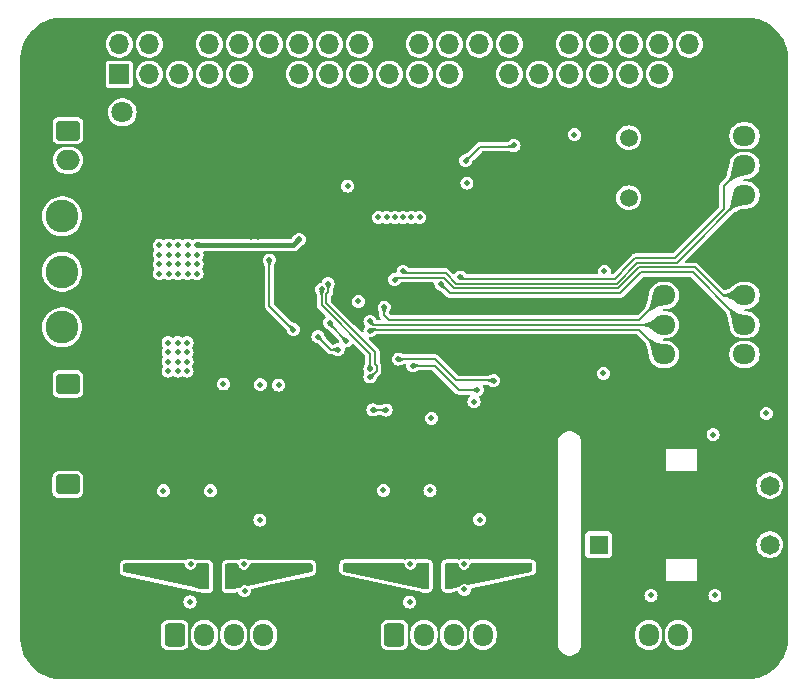
<source format=gbr>
%TF.GenerationSoftware,KiCad,Pcbnew,8.0.0-8.0.0-1~ubuntu22.04.1*%
%TF.CreationDate,2024-03-30T12:30:55+01:00*%
%TF.ProjectId,PAMI_mb,50414d49-5f6d-4622-9e6b-696361645f70,rev?*%
%TF.SameCoordinates,Original*%
%TF.FileFunction,Copper,L4,Bot*%
%TF.FilePolarity,Positive*%
%FSLAX46Y46*%
G04 Gerber Fmt 4.6, Leading zero omitted, Abs format (unit mm)*
G04 Created by KiCad (PCBNEW 8.0.0-8.0.0-1~ubuntu22.04.1) date 2024-03-30 12:30:55*
%MOMM*%
%LPD*%
G01*
G04 APERTURE LIST*
G04 Aperture macros list*
%AMRoundRect*
0 Rectangle with rounded corners*
0 $1 Rounding radius*
0 $2 $3 $4 $5 $6 $7 $8 $9 X,Y pos of 4 corners*
0 Add a 4 corners polygon primitive as box body*
4,1,4,$2,$3,$4,$5,$6,$7,$8,$9,$2,$3,0*
0 Add four circle primitives for the rounded corners*
1,1,$1+$1,$2,$3*
1,1,$1+$1,$4,$5*
1,1,$1+$1,$6,$7*
1,1,$1+$1,$8,$9*
0 Add four rect primitives between the rounded corners*
20,1,$1+$1,$2,$3,$4,$5,0*
20,1,$1+$1,$4,$5,$6,$7,0*
20,1,$1+$1,$6,$7,$8,$9,0*
20,1,$1+$1,$8,$9,$2,$3,0*%
G04 Aperture macros list end*
%TA.AperFunction,ComponentPad*%
%ADD10RoundRect,0.250000X0.725000X-0.600000X0.725000X0.600000X-0.725000X0.600000X-0.725000X-0.600000X0*%
%TD*%
%TA.AperFunction,ComponentPad*%
%ADD11O,1.950000X1.700000*%
%TD*%
%TA.AperFunction,ComponentPad*%
%ADD12C,1.800000*%
%TD*%
%TA.AperFunction,ComponentPad*%
%ADD13C,1.650000*%
%TD*%
%TA.AperFunction,ComponentPad*%
%ADD14R,1.650000X1.650000*%
%TD*%
%TA.AperFunction,HeatsinkPad*%
%ADD15C,0.600000*%
%TD*%
%TA.AperFunction,HeatsinkPad*%
%ADD16R,5.400000X2.850000*%
%TD*%
%TA.AperFunction,ComponentPad*%
%ADD17C,4.700000*%
%TD*%
%TA.AperFunction,ComponentPad*%
%ADD18RoundRect,0.250000X-0.750000X0.600000X-0.750000X-0.600000X0.750000X-0.600000X0.750000X0.600000X0*%
%TD*%
%TA.AperFunction,ComponentPad*%
%ADD19O,2.000000X1.700000*%
%TD*%
%TA.AperFunction,ComponentPad*%
%ADD20RoundRect,0.250000X-0.600000X-0.725000X0.600000X-0.725000X0.600000X0.725000X-0.600000X0.725000X0*%
%TD*%
%TA.AperFunction,ComponentPad*%
%ADD21O,1.700000X1.950000*%
%TD*%
%TA.AperFunction,ComponentPad*%
%ADD22C,2.775000*%
%TD*%
%TA.AperFunction,ComponentPad*%
%ADD23C,1.500000*%
%TD*%
%TA.AperFunction,ComponentPad*%
%ADD24R,1.700000X1.700000*%
%TD*%
%TA.AperFunction,ComponentPad*%
%ADD25O,1.700000X1.700000*%
%TD*%
%TA.AperFunction,ViaPad*%
%ADD26C,0.500000*%
%TD*%
%TA.AperFunction,Conductor*%
%ADD27C,0.400000*%
%TD*%
%TA.AperFunction,Conductor*%
%ADD28C,0.200000*%
%TD*%
G04 APERTURE END LIST*
D10*
%TO.P,J109,1,Pin_1*%
%TO.N,GND*%
X187800000Y-64000000D03*
D11*
%TO.P,J109,2,Pin_2*%
%TO.N,/LIDAR_LP_TX*%
X187800000Y-61500000D03*
%TO.P,J109,3,Pin_3*%
%TO.N,/LIDAR_LP_RX*%
X187800000Y-59000000D03*
%TO.P,J109,4,Pin_4*%
%TO.N,+5V*%
X187800000Y-56500000D03*
%TD*%
D12*
%TO.P,TP101,1,1*%
%TO.N,VCC*%
X135140000Y-54500000D03*
%TD*%
D13*
%TO.P,SW102,A,A*%
%TO.N,Net-(C106-Pad1)*%
X189950000Y-91100000D03*
%TO.P,SW102,B,B*%
%TO.N,Net-(C105-Pad1)*%
X189950000Y-86100000D03*
%TO.P,SW102,C,C*%
%TO.N,GND*%
X189950000Y-88600000D03*
D14*
%TO.P,SW102,S1,S1*%
%TO.N,Net-(C110-Pad1)*%
X175450000Y-91100000D03*
D13*
%TO.P,SW102,S2,S2*%
%TO.N,GND*%
X175450000Y-86100000D03*
%TD*%
D15*
%TO.P,U301,29,PAD*%
%TO.N,GND*%
X140800000Y-92025000D03*
X142400000Y-92025000D03*
X144000000Y-92025000D03*
X145600000Y-92025000D03*
D16*
X143200000Y-90900000D03*
D15*
X140800000Y-89775000D03*
X142400000Y-89775000D03*
X144000000Y-89775000D03*
X145600000Y-89775000D03*
%TD*%
D17*
%TO.P,H104,1,1*%
%TO.N,GND*%
X188000000Y-99000000D03*
%TD*%
D18*
%TO.P,J105,1,Pin_1*%
%TO.N,/V_CHARGE*%
X130525000Y-77500000D03*
D19*
%TO.P,J105,2,Pin_2*%
%TO.N,GND*%
X130525000Y-80000000D03*
%TD*%
D10*
%TO.P,J107,1,Pin_1*%
%TO.N,GND*%
X181000000Y-77500000D03*
D11*
%TO.P,J107,2,Pin_2*%
%TO.N,/PF1_LED2*%
X181000000Y-75000000D03*
%TO.P,J107,3,Pin_3*%
%TO.N,/PF0_LED1*%
X181000000Y-72500000D03*
%TO.P,J107,4,Pin_4*%
%TO.N,/PB8-BOOT0_LED0*%
X181000000Y-70000000D03*
%TD*%
D10*
%TO.P,J110,1,Pin_1*%
%TO.N,GND*%
X187800000Y-77500000D03*
D11*
%TO.P,J110,2,Pin_2*%
%TO.N,+3.3V*%
X187800000Y-75000000D03*
%TO.P,J110,3,Pin_3*%
%TO.N,/I2C_SCL*%
X187800000Y-72500000D03*
%TO.P,J110,4,Pin_4*%
%TO.N,/I2C_SDA*%
X187800000Y-70000000D03*
%TD*%
D20*
%TO.P,J112,1,Pin_1*%
%TO.N,/TMC2226/OA2*%
X139570000Y-98750000D03*
D21*
%TO.P,J112,2,Pin_2*%
%TO.N,/TMC2226/OA1*%
X142070000Y-98750000D03*
%TO.P,J112,3,Pin_3*%
%TO.N,/TMC2226/OB1*%
X144570000Y-98750000D03*
%TO.P,J112,4,Pin_4*%
%TO.N,/TMC2226/OB2*%
X147070000Y-98750000D03*
%TD*%
D20*
%TO.P,J102,1,Pin_1*%
%TO.N,GND*%
X177200000Y-98750000D03*
D21*
%TO.P,J102,2,Pin_2*%
%TO.N,+3.3V*%
X179700000Y-98750000D03*
%TO.P,J102,3,Pin_3*%
%TO.N,/DATA_RECEIVER*%
X182200000Y-98750000D03*
%TD*%
D22*
%TO.P,SW101,1,A*%
%TO.N,Net-(J106-Pin_2)*%
X130025000Y-63300000D03*
%TO.P,SW101,2,B*%
%TO.N,/V_BAT*%
X130025000Y-68000000D03*
%TO.P,SW101,3,C*%
%TO.N,/V_CHARGE*%
X130025000Y-72700000D03*
%TD*%
D20*
%TO.P,J111,1,Pin_1*%
%TO.N,/TMC2225/OA2*%
X158170000Y-98750000D03*
D21*
%TO.P,J111,2,Pin_2*%
%TO.N,/TMC2225/OA1*%
X160670000Y-98750000D03*
%TO.P,J111,3,Pin_3*%
%TO.N,/TMC2225/OB1*%
X163170000Y-98750000D03*
%TO.P,J111,4,Pin_4*%
%TO.N,/TMC2225/OB2*%
X165670000Y-98750000D03*
%TD*%
D17*
%TO.P,H101,1,1*%
%TO.N,GND*%
X130000000Y-50000000D03*
%TD*%
D15*
%TO.P,U201,29,PAD*%
%TO.N,GND*%
X159400000Y-92025000D03*
X161000000Y-92025000D03*
X162600000Y-92025000D03*
X164200000Y-92025000D03*
D16*
X161800000Y-90900000D03*
D15*
X159400000Y-89775000D03*
X161000000Y-89775000D03*
X162600000Y-89775000D03*
X164200000Y-89775000D03*
%TD*%
D18*
%TO.P,J104,1,Pin_1*%
%TO.N,/V_BAT*%
X130512723Y-86008593D03*
D19*
%TO.P,J104,2,Pin_2*%
%TO.N,GND*%
X130512723Y-88508593D03*
%TD*%
D17*
%TO.P,H102,1,1*%
%TO.N,GND*%
X188000000Y-50000000D03*
%TD*%
D18*
%TO.P,J106,1,Pin_1*%
%TO.N,VCC*%
X130525000Y-56050000D03*
D19*
%TO.P,J106,2,Pin_2*%
%TO.N,Net-(J106-Pin_2)*%
X130525000Y-58550000D03*
%TD*%
D23*
%TO.P,J108,1,VIN*%
%TO.N,VCC*%
X178000000Y-61740000D03*
%TO.P,J108,2,GND*%
%TO.N,GND*%
X178000000Y-59200000D03*
%TO.P,J108,3,VOUT*%
%TO.N,+5V*%
X178000000Y-56660000D03*
%TD*%
D17*
%TO.P,H103,1,1*%
%TO.N,GND*%
X130000000Y-99000000D03*
%TD*%
D24*
%TO.P,J101,1,Pin_1*%
%TO.N,unconnected-(J101-Pin_1-Pad1)*%
X134870000Y-51270000D03*
D25*
%TO.P,J101,2,Pin_2*%
%TO.N,+5.1V*%
X134870000Y-48730000D03*
%TO.P,J101,3,Pin_3*%
%TO.N,unconnected-(J101-Pin_3-Pad3)*%
X137410000Y-51270000D03*
%TO.P,J101,4,Pin_4*%
%TO.N,+5.1V*%
X137410000Y-48730000D03*
%TO.P,J101,5,Pin_5*%
%TO.N,unconnected-(J101-Pin_5-Pad5)*%
X139950000Y-51270000D03*
%TO.P,J101,6,Pin_6*%
%TO.N,GND*%
X139950000Y-48730000D03*
%TO.P,J101,7,Pin_7*%
%TO.N,unconnected-(J101-Pin_7-Pad7)*%
X142490000Y-51270000D03*
%TO.P,J101,8,Pin_8*%
%TO.N,/RASPBERRY_PI_TX*%
X142490000Y-48730000D03*
%TO.P,J101,9,Pin_9*%
%TO.N,unconnected-(J101-Pin_9-Pad9)*%
X145030000Y-51270000D03*
%TO.P,J101,10,Pin_10*%
%TO.N,/RASPBERRY_PI_RX*%
X145030000Y-48730000D03*
%TO.P,J101,11,Pin_11*%
%TO.N,GND*%
X147570000Y-51270000D03*
%TO.P,J101,12,Pin_12*%
%TO.N,unconnected-(J101-Pin_12-Pad12)*%
X147570000Y-48730000D03*
%TO.P,J101,13,Pin_13*%
%TO.N,unconnected-(J101-Pin_13-Pad13)*%
X150110000Y-51270000D03*
%TO.P,J101,14,Pin_14*%
%TO.N,unconnected-(J101-Pin_14-Pad14)*%
X150110000Y-48730000D03*
%TO.P,J101,15,Pin_15*%
%TO.N,unconnected-(J101-Pin_15-Pad15)*%
X152650000Y-51270000D03*
%TO.P,J101,16,Pin_16*%
%TO.N,unconnected-(J101-Pin_16-Pad16)*%
X152650000Y-48730000D03*
%TO.P,J101,17,Pin_17*%
%TO.N,unconnected-(J101-Pin_17-Pad17)*%
X155190000Y-51270000D03*
%TO.P,J101,18,Pin_18*%
%TO.N,unconnected-(J101-Pin_18-Pad18)*%
X155190000Y-48730000D03*
%TO.P,J101,19,Pin_19*%
%TO.N,unconnected-(J101-Pin_19-Pad19)*%
X157730000Y-51270000D03*
%TO.P,J101,20,Pin_20*%
%TO.N,GND*%
X157730000Y-48730000D03*
%TO.P,J101,21,Pin_21*%
%TO.N,unconnected-(J101-Pin_21-Pad21)*%
X160270000Y-51270000D03*
%TO.P,J101,22,Pin_22*%
%TO.N,unconnected-(J101-Pin_22-Pad22)*%
X160270000Y-48730000D03*
%TO.P,J101,23,Pin_23*%
%TO.N,unconnected-(J101-Pin_23-Pad23)*%
X162810000Y-51270000D03*
%TO.P,J101,24,Pin_24*%
%TO.N,unconnected-(J101-Pin_24-Pad24)*%
X162810000Y-48730000D03*
%TO.P,J101,25,Pin_25*%
%TO.N,GND*%
X165350000Y-51270000D03*
%TO.P,J101,26,Pin_26*%
%TO.N,unconnected-(J101-Pin_26-Pad26)*%
X165350000Y-48730000D03*
%TO.P,J101,27,Pin_27*%
%TO.N,unconnected-(J101-Pin_27-Pad27)*%
X167890000Y-51270000D03*
%TO.P,J101,28,Pin_28*%
%TO.N,unconnected-(J101-Pin_28-Pad28)*%
X167890000Y-48730000D03*
%TO.P,J101,29,Pin_29*%
%TO.N,unconnected-(J101-Pin_29-Pad29)*%
X170430000Y-51270000D03*
%TO.P,J101,30,Pin_30*%
%TO.N,GND*%
X170430000Y-48730000D03*
%TO.P,J101,31,Pin_31*%
%TO.N,unconnected-(J101-Pin_31-Pad31)*%
X172970000Y-51270000D03*
%TO.P,J101,32,Pin_32*%
%TO.N,unconnected-(J101-Pin_32-Pad32)*%
X172970000Y-48730000D03*
%TO.P,J101,33,Pin_33*%
%TO.N,unconnected-(J101-Pin_33-Pad33)*%
X175510000Y-51270000D03*
%TO.P,J101,34,Pin_34*%
%TO.N,unconnected-(J101-Pin_34-Pad34)*%
X175510000Y-48730000D03*
%TO.P,J101,35,Pin_35*%
%TO.N,unconnected-(J101-Pin_35-Pad35)*%
X178050000Y-51270000D03*
%TO.P,J101,36,Pin_36*%
%TO.N,unconnected-(J101-Pin_36-Pad36)*%
X178050000Y-48730000D03*
%TO.P,J101,37,Pin_37*%
%TO.N,unconnected-(J101-Pin_37-Pad37)*%
X180590000Y-51270000D03*
%TO.P,J101,38,Pin_38*%
%TO.N,unconnected-(J101-Pin_38-Pad38)*%
X180590000Y-48730000D03*
%TO.P,J101,39,Pin_39*%
%TO.N,GND*%
X183130000Y-51270000D03*
%TO.P,J101,40,Pin_40*%
%TO.N,unconnected-(J101-Pin_40-Pad40)*%
X183130000Y-48730000D03*
%TD*%
D26*
%TO.N,GND*%
X170900000Y-76200000D03*
%TO.N,+3.3V*%
X175938084Y-67954299D03*
X159600000Y-63400000D03*
X155100000Y-70500000D03*
X185150000Y-81800000D03*
X157220000Y-86510000D03*
X156800000Y-63400000D03*
X173400000Y-56400000D03*
X165380000Y-88990000D03*
X185300000Y-95400000D03*
X142570000Y-86550000D03*
X175851247Y-76602493D03*
X146770000Y-89030000D03*
X138610000Y-86550000D03*
X160300000Y-63400000D03*
X179889091Y-95400000D03*
X148350000Y-77600000D03*
X161300000Y-80400000D03*
X157500000Y-63400000D03*
X158900000Y-63400000D03*
X158200000Y-63400000D03*
X189640780Y-80000000D03*
X161180000Y-86510000D03*
X164900000Y-79000000D03*
%TO.N,GND*%
X152000000Y-102000000D03*
X191000000Y-78000000D03*
X149000000Y-102000000D03*
X143000000Y-47000000D03*
X155350000Y-57400000D03*
X191000000Y-67000000D03*
X137000000Y-102000000D03*
X127000000Y-92000000D03*
X173900000Y-80000000D03*
X167900000Y-62300000D03*
X127000000Y-55000000D03*
X132000000Y-102000000D03*
X141000000Y-47000000D03*
X170900000Y-56400000D03*
X190850000Y-99950000D03*
X158000000Y-47000000D03*
X146300000Y-56500000D03*
X127000000Y-66000000D03*
X154780000Y-88760000D03*
X174000000Y-102000000D03*
X189750000Y-47600000D03*
X191000000Y-60000000D03*
X127000000Y-98000000D03*
X138100000Y-61300000D03*
X191000000Y-59000000D03*
X191000000Y-87000000D03*
X179000000Y-102000000D03*
X151150000Y-69650000D03*
X178700000Y-90000000D03*
X173500000Y-66900000D03*
X164200000Y-54200000D03*
X188700000Y-80800000D03*
X167900000Y-80100000D03*
X127000000Y-93000000D03*
X172000000Y-102000000D03*
X191000000Y-53000000D03*
X191000000Y-98000000D03*
X163000000Y-102000000D03*
X187000000Y-93100000D03*
X157000000Y-102000000D03*
X160000000Y-102000000D03*
X159000000Y-102000000D03*
X135900000Y-61300000D03*
X158000000Y-74100000D03*
X153350000Y-75500000D03*
X163000000Y-47000000D03*
X127000000Y-51000000D03*
X135000000Y-102000000D03*
X191000000Y-88000000D03*
X164000000Y-102000000D03*
X130000000Y-47000000D03*
X127200000Y-99950000D03*
X191000000Y-64000000D03*
X134254619Y-69283492D03*
X137000000Y-59300000D03*
X142700000Y-56500000D03*
X191000000Y-89000000D03*
X149030000Y-86550000D03*
X127000000Y-62000000D03*
X165000000Y-47000000D03*
X127600000Y-48250000D03*
X191000000Y-62000000D03*
X159000000Y-47000000D03*
X131000000Y-102000000D03*
X168300000Y-56400000D03*
X191000000Y-51000000D03*
X154150000Y-84250000D03*
X191000000Y-50000000D03*
X127000000Y-60000000D03*
X151000000Y-102000000D03*
X191000000Y-57000000D03*
X161500000Y-81650000D03*
X139000000Y-102000000D03*
X184000000Y-102000000D03*
X146300000Y-60100000D03*
X127000000Y-64000000D03*
X176000000Y-47000000D03*
X181000000Y-47000000D03*
X136000000Y-102000000D03*
X146300000Y-58300000D03*
X138000000Y-102000000D03*
X163500000Y-79500000D03*
X191000000Y-61000000D03*
X167000000Y-102000000D03*
X148100000Y-58300000D03*
X191000000Y-97000000D03*
X142000000Y-47000000D03*
X129300000Y-82400000D03*
X158500000Y-71300000D03*
X191000000Y-72000000D03*
X191000000Y-55000000D03*
X166000000Y-47000000D03*
X162000000Y-102000000D03*
X127000000Y-65000000D03*
X173000000Y-47000000D03*
X127000000Y-57000000D03*
X186000000Y-102000000D03*
X127000000Y-86000000D03*
X133000000Y-102000000D03*
X191000000Y-76000000D03*
X157000000Y-47000000D03*
X127000000Y-50000000D03*
X150270000Y-88800000D03*
X148000000Y-102000000D03*
X173900000Y-73500000D03*
X137300000Y-82900000D03*
X188250000Y-83200000D03*
X145000000Y-102000000D03*
X141800000Y-82400000D03*
X160450000Y-79500000D03*
X191000000Y-77000000D03*
X128250000Y-101400000D03*
X161650000Y-57900000D03*
X144500000Y-56500000D03*
X169000000Y-47000000D03*
X157210000Y-85510000D03*
X161000000Y-102000000D03*
X141000000Y-102000000D03*
X168350000Y-66950000D03*
X148100000Y-56500000D03*
X191000000Y-95000000D03*
X161170000Y-85510000D03*
X146300000Y-82400000D03*
X155000000Y-47000000D03*
X188800000Y-94350000D03*
X129050000Y-47200000D03*
X149300000Y-82400000D03*
X133354619Y-70083492D03*
X176000000Y-102000000D03*
X191000000Y-92000000D03*
X141750000Y-64650000D03*
X136000000Y-47000000D03*
X143597017Y-87051597D03*
X127000000Y-52000000D03*
X155000000Y-102000000D03*
X127000000Y-87000000D03*
X134354619Y-72783492D03*
X127000000Y-53000000D03*
X133354619Y-71883492D03*
X175000000Y-47000000D03*
X148100000Y-60100000D03*
X127000000Y-97000000D03*
X134000000Y-102000000D03*
X188950000Y-47150000D03*
X191000000Y-70000000D03*
X144500000Y-54700000D03*
X149700000Y-73800000D03*
X191000000Y-90000000D03*
X187000000Y-102000000D03*
X182600000Y-81300000D03*
X127000000Y-56000000D03*
X191000000Y-79000000D03*
X164000000Y-47000000D03*
X134000000Y-47000000D03*
X179000000Y-47000000D03*
X129050000Y-101850000D03*
X157450000Y-76500000D03*
X177650000Y-88850000D03*
X180100000Y-79650000D03*
X140000000Y-102000000D03*
X165950000Y-56450000D03*
X152300000Y-82400000D03*
X167000000Y-47000000D03*
X148100000Y-54700000D03*
X127000000Y-68000000D03*
X127000000Y-89000000D03*
X127000000Y-69000000D03*
X136170000Y-88800000D03*
X181000000Y-102000000D03*
X187000000Y-47000000D03*
X191000000Y-84000000D03*
X180000000Y-47000000D03*
X138400000Y-80900000D03*
X171000000Y-102000000D03*
X183000000Y-102000000D03*
X190800000Y-49050000D03*
X144800000Y-82400000D03*
X182000000Y-47000000D03*
X140000000Y-47000000D03*
X173000000Y-102000000D03*
X150800000Y-82400000D03*
X172200000Y-56400000D03*
X191000000Y-94000000D03*
X128250000Y-47550000D03*
X154000000Y-102000000D03*
X160500000Y-77400000D03*
X156500000Y-71350000D03*
X156000000Y-102000000D03*
X146630595Y-65100000D03*
X142700000Y-54700000D03*
X136200000Y-80900000D03*
X127150000Y-49050000D03*
X191000000Y-99000000D03*
X173900000Y-62300000D03*
X165000000Y-102000000D03*
X191000000Y-83000000D03*
X127000000Y-99000000D03*
X178000000Y-102000000D03*
X190450000Y-48250000D03*
X145000000Y-47000000D03*
X127000000Y-96000000D03*
X150000000Y-102000000D03*
X177650000Y-81050000D03*
X171000000Y-47000000D03*
X162100000Y-77400000D03*
X147800000Y-82400000D03*
X130000000Y-102000000D03*
X144900000Y-84600000D03*
X186000000Y-47000000D03*
X191000000Y-85000000D03*
X182850000Y-90300000D03*
X149900000Y-60100000D03*
X137300000Y-78900000D03*
X135350000Y-65000000D03*
X144000000Y-47000000D03*
X158000000Y-102000000D03*
X167640000Y-86510000D03*
X191000000Y-63000000D03*
X185200000Y-93050000D03*
X146000000Y-102000000D03*
X189800000Y-82850000D03*
X149900000Y-54700000D03*
X142560000Y-85550000D03*
X180000000Y-102000000D03*
X191000000Y-58000000D03*
X170000000Y-47000000D03*
X127000000Y-85000000D03*
X167900000Y-73500000D03*
X183000000Y-47000000D03*
X191000000Y-93000000D03*
X169000000Y-102000000D03*
X127000000Y-95000000D03*
X149900000Y-58300000D03*
X191000000Y-80000000D03*
X146000000Y-65100000D03*
X166450000Y-65550000D03*
X191000000Y-73000000D03*
X184000000Y-47000000D03*
X175000000Y-102000000D03*
X129050000Y-74750000D03*
X156000000Y-47000000D03*
X131000000Y-47000000D03*
X144500000Y-58300000D03*
X162000000Y-47000000D03*
X154000000Y-47000000D03*
X127000000Y-90000000D03*
X163910000Y-84720000D03*
X165550000Y-76000000D03*
X143000000Y-102000000D03*
X191000000Y-96000000D03*
X178000000Y-77550000D03*
X191000000Y-68000000D03*
X127000000Y-88000000D03*
X127000000Y-58000000D03*
X172000000Y-47000000D03*
X188950000Y-101800000D03*
X176300000Y-74100000D03*
X135000000Y-47000000D03*
X166000000Y-102000000D03*
X137000000Y-47000000D03*
X146300000Y-54700000D03*
X178000000Y-47000000D03*
X142000000Y-102000000D03*
X163000000Y-66900000D03*
X154400000Y-67650000D03*
X142700000Y-58300000D03*
X155900000Y-80500000D03*
X133000000Y-47000000D03*
X185000000Y-102000000D03*
X189750000Y-101450000D03*
X147000000Y-102000000D03*
X132000000Y-47000000D03*
X170000000Y-102000000D03*
X175800000Y-65600000D03*
X191000000Y-54000000D03*
X144500000Y-60100000D03*
X161500000Y-66800000D03*
X127000000Y-63000000D03*
X168000000Y-47000000D03*
X127000000Y-61000000D03*
X133900000Y-76750000D03*
X127000000Y-91000000D03*
X179950000Y-88450000D03*
X160000000Y-47000000D03*
X138000000Y-47000000D03*
X191000000Y-69000000D03*
X191000000Y-66000000D03*
X191000000Y-75000000D03*
X188000000Y-102000000D03*
X127000000Y-59000000D03*
X127550000Y-100750000D03*
X165000000Y-74000000D03*
X163600000Y-62900000D03*
X174000000Y-47000000D03*
X191000000Y-52000000D03*
X177000000Y-47000000D03*
X185000000Y-47000000D03*
X127000000Y-54000000D03*
X127000000Y-94000000D03*
X182000000Y-102000000D03*
X191000000Y-65000000D03*
X177000000Y-102000000D03*
X191000000Y-74000000D03*
X190400000Y-100750000D03*
X191000000Y-56000000D03*
X150811790Y-73232586D03*
X158000000Y-80750000D03*
X160950000Y-83750000D03*
X161000000Y-47000000D03*
X161000000Y-71450000D03*
X149900000Y-56500000D03*
X138600000Y-85550000D03*
X127000000Y-67000000D03*
X179950000Y-81300000D03*
X168880000Y-88760000D03*
X162207017Y-87011597D03*
X168000000Y-102000000D03*
X166400000Y-70488371D03*
X139000000Y-47000000D03*
X144000000Y-102000000D03*
X143300000Y-82400000D03*
X188000000Y-47000000D03*
X175900000Y-70488371D03*
X142700000Y-60100000D03*
X191000000Y-71000000D03*
X153000000Y-102000000D03*
%TO.N,VCC*%
X138250000Y-68150000D03*
X139050000Y-68150000D03*
X143690000Y-77500000D03*
X159525000Y-92775002D03*
X138250000Y-67350000D03*
X164085000Y-94900000D03*
X145475000Y-95000000D03*
X139850000Y-67350000D03*
X138250000Y-66550000D03*
X140650000Y-67350000D03*
X164071494Y-92775002D03*
X150100000Y-65250000D03*
X145415298Y-92775002D03*
X140910495Y-92775002D03*
X140650000Y-66550000D03*
X141450000Y-68150000D03*
X141450000Y-65750000D03*
X138250000Y-65750000D03*
X139050000Y-65750000D03*
X140858320Y-95958320D03*
X139850000Y-68150000D03*
X159460000Y-95970224D03*
X139050000Y-66550000D03*
X141450000Y-66550000D03*
X141450000Y-67350000D03*
X139850000Y-65750000D03*
X140650000Y-65750000D03*
X139850000Y-66550000D03*
X139050000Y-67350000D03*
X140650000Y-68150000D03*
%TO.N,/NRST*%
X154075883Y-73853701D03*
X164200000Y-58600000D03*
X168300000Y-57300000D03*
X152676683Y-72304215D03*
%TO.N,/ADC_BATT*%
X153400000Y-74600000D03*
X151696338Y-73496338D03*
%TO.N,+5V*%
X146800000Y-77550000D03*
X164300000Y-60500000D03*
X154200000Y-60750000D03*
%TO.N,+5.1V*%
X139800000Y-75600000D03*
X140600000Y-76400000D03*
X140600000Y-74000000D03*
X139000000Y-74000000D03*
X139800000Y-74800000D03*
X139800000Y-74000000D03*
X140600000Y-74800000D03*
X139000000Y-74800000D03*
X140600000Y-75600000D03*
X139000000Y-75600000D03*
X139000000Y-76400000D03*
X139800000Y-76400000D03*
%TO.N,/PA12_USR_BTN_2*%
X158500000Y-75400000D03*
X166571752Y-77228248D03*
%TO.N,/RASPBERRY_PI_TX*%
X156100000Y-76200000D03*
X152000000Y-69500000D03*
%TO.N,/RASPBERRY_PI_RX*%
X156100000Y-76900003D03*
X152550000Y-69000000D03*
%TO.N,/DATA_RECEIVER*%
X165184999Y-77993009D03*
X159700000Y-75950000D03*
%TO.N,/LIDAR_LP_TX*%
X158900000Y-67954299D03*
%TO.N,/LIDAR_LP_RX*%
X163733511Y-68450000D03*
%TO.N,/I2C_SCL*%
X162100000Y-69054299D03*
%TO.N,/I2C_SDA*%
X158191997Y-68663345D03*
%TO.N,/PB8-BOOT0_LED0*%
X157300000Y-71000000D03*
%TO.N,/PF0_LED1*%
X156100000Y-72200000D03*
%TO.N,/PF1_LED2*%
X156100000Y-73000000D03*
%TO.N,/VFB*%
X147570000Y-67010000D03*
X149600000Y-72900000D03*
%TO.N,Net-(U201-BRA)*%
X160834759Y-92960000D03*
X154785000Y-93010000D03*
X160835000Y-94560000D03*
X154134997Y-93010000D03*
X155435003Y-93010000D03*
%TO.N,Net-(U201-BRB)*%
X162785000Y-94560000D03*
X168235059Y-93093903D03*
X162779987Y-92960000D03*
X168885000Y-93085000D03*
X169534966Y-93091842D03*
%TO.N,Net-(U301-BRA)*%
X135524997Y-93050000D03*
X136175000Y-93050000D03*
X136825003Y-93050000D03*
X142225000Y-94600000D03*
X142224759Y-93000000D03*
%TO.N,Net-(U301-BRB)*%
X150924966Y-93131842D03*
X144169987Y-93000000D03*
X149625059Y-93133903D03*
X144175000Y-94600000D03*
X150275000Y-93125000D03*
%TO.N,/DIR_MOTOR_R*%
X157463909Y-79713909D03*
X156350000Y-79700000D03*
%TD*%
D27*
%TO.N,VCC*%
X150100000Y-65250000D02*
X149600000Y-65750000D01*
X149600000Y-65750000D02*
X141450000Y-65750000D01*
D28*
%TO.N,/NRST*%
X168200000Y-57400000D02*
X165400000Y-57400000D01*
X168300000Y-57300000D02*
X168200000Y-57400000D01*
X152676683Y-72454501D02*
X152676683Y-72304215D01*
X154075883Y-73853701D02*
X152676683Y-72454501D01*
X165400000Y-57400000D02*
X164200000Y-58600000D01*
%TO.N,/ADC_BATT*%
X152800000Y-74600000D02*
X151696338Y-73496338D01*
X153400000Y-74600000D02*
X152800000Y-74600000D01*
%TO.N,/PA12_USR_BTN_2*%
X163400000Y-77200000D02*
X161600000Y-75400000D01*
X166571752Y-77228248D02*
X166543504Y-77200000D01*
X166543504Y-77200000D02*
X163400000Y-77200000D01*
X161600000Y-75400000D02*
X158500000Y-75400000D01*
%TO.N,/RASPBERRY_PI_TX*%
X152000000Y-70849714D02*
X152000000Y-69500000D01*
X156100000Y-76200000D02*
X156100000Y-74949714D01*
X156100000Y-74949714D02*
X152000000Y-70849714D01*
%TO.N,/RASPBERRY_PI_RX*%
X156650000Y-76427818D02*
X156650000Y-75972182D01*
X156500000Y-75822182D02*
X156500000Y-74784029D01*
X152400000Y-69877818D02*
X152550000Y-69727818D01*
X156500000Y-74784029D02*
X152400000Y-70684029D01*
X156100000Y-76750000D02*
X156327818Y-76750000D01*
X156650000Y-75972182D02*
X156500000Y-75822182D01*
X152550000Y-69727818D02*
X152550000Y-69000000D01*
X156100000Y-76900003D02*
X156100000Y-76750000D01*
X156327818Y-76750000D02*
X156650000Y-76427818D01*
X152400000Y-70684029D02*
X152400000Y-69877818D01*
%TO.N,/DATA_RECEIVER*%
X163643566Y-78009252D02*
X165168756Y-78009252D01*
X159700000Y-75950000D02*
X161584314Y-75950000D01*
X165168756Y-78009252D02*
X165184999Y-77993009D01*
X161584314Y-75950000D02*
X163643566Y-78009252D01*
%TO.N,/LIDAR_LP_TX*%
X159050000Y-68104299D02*
X162493504Y-68104299D01*
X178730804Y-67237825D02*
X182062175Y-67237825D01*
X176968629Y-69000000D02*
X178730804Y-67237825D01*
X187771165Y-61528835D02*
X187816020Y-61528835D01*
X182062175Y-67237825D02*
X187771165Y-61528835D01*
X162493504Y-68104299D02*
X163389205Y-69000000D01*
X158900000Y-67954299D02*
X159050000Y-68104299D01*
X163389205Y-69000000D02*
X176968629Y-69000000D01*
%TO.N,/LIDAR_LP_RX*%
X187771165Y-59028835D02*
X186067157Y-60732843D01*
X186067157Y-60732843D02*
X186067157Y-62667157D01*
X187816020Y-59028835D02*
X187771165Y-59028835D01*
X163883511Y-68600000D02*
X176802942Y-68600000D01*
X176802942Y-68600000D02*
X178051471Y-67351471D01*
X163733511Y-68450000D02*
X163883511Y-68600000D01*
X178565118Y-66837825D02*
X178051471Y-67351471D01*
X181896489Y-66837825D02*
X178565118Y-66837825D01*
X186067157Y-62667157D02*
X181896489Y-66837825D01*
%TO.N,/I2C_SCL*%
X187838835Y-72452129D02*
X187838835Y-72465422D01*
X183424531Y-68037825D02*
X186843353Y-71456647D01*
X162845701Y-69800000D02*
X177300000Y-69800000D01*
X177300000Y-69800000D02*
X179062175Y-68037825D01*
X179062175Y-68037825D02*
X183424531Y-68037825D01*
X162100000Y-69054299D02*
X162845701Y-69800000D01*
X186843353Y-71456647D02*
X187838835Y-72452129D01*
X186843353Y-71456647D02*
X187800000Y-72413294D01*
X187800000Y-72413294D02*
X187800000Y-72500000D01*
%TO.N,/I2C_SDA*%
X163223519Y-69400000D02*
X177134315Y-69400000D01*
X162327818Y-68504299D02*
X163223519Y-69400000D01*
X185952392Y-70000000D02*
X187800000Y-70000000D01*
X177134315Y-69400000D02*
X178896490Y-67637825D01*
X183590217Y-67637825D02*
X185952392Y-70000000D01*
X158191997Y-68663345D02*
X158351043Y-68504299D01*
X178896490Y-67637825D02*
X183590217Y-67637825D01*
X158351043Y-68504299D02*
X162327818Y-68504299D01*
%TO.N,/PB8-BOOT0_LED0*%
X157300000Y-71700000D02*
X157700000Y-72100000D01*
X157700000Y-72100000D02*
X178900000Y-72100000D01*
X178900000Y-72100000D02*
X181000000Y-70000000D01*
X157300000Y-71000000D02*
X157300000Y-71700000D01*
%TO.N,/PF0_LED1*%
X156100000Y-72200000D02*
X156400000Y-72500000D01*
X156400000Y-72500000D02*
X181000000Y-72500000D01*
%TO.N,/PF1_LED2*%
X156200000Y-72900000D02*
X178900000Y-72900000D01*
X178900000Y-72900000D02*
X181000000Y-75000000D01*
X156100000Y-73000000D02*
X156200000Y-72900000D01*
%TO.N,/VFB*%
X147570000Y-70870000D02*
X147570000Y-67010000D01*
X149600000Y-72900000D02*
X147570000Y-70870000D01*
%TO.N,/DIR_MOTOR_R*%
X156363909Y-79713909D02*
X157463909Y-79713909D01*
X156350000Y-79700000D02*
X156363909Y-79713909D01*
%TD*%
%TA.AperFunction,Conductor*%
%TO.N,GND*%
G36*
X188000611Y-46500007D02*
G01*
X188178777Y-46502338D01*
X188187805Y-46502871D01*
X188542745Y-46540177D01*
X188552960Y-46541795D01*
X188901426Y-46615864D01*
X188911421Y-46618543D01*
X189250217Y-46728626D01*
X189259891Y-46732339D01*
X189395823Y-46792859D01*
X189585327Y-46877231D01*
X189594548Y-46881930D01*
X189903048Y-47060043D01*
X189911732Y-47065681D01*
X190199947Y-47275081D01*
X190207986Y-47281593D01*
X190472716Y-47519956D01*
X190480043Y-47527283D01*
X190562335Y-47618678D01*
X190718401Y-47792006D01*
X190724919Y-47800055D01*
X190835014Y-47951586D01*
X190934316Y-48088264D01*
X190939959Y-48096955D01*
X191118066Y-48405445D01*
X191122771Y-48414678D01*
X191267660Y-48740108D01*
X191271373Y-48749782D01*
X191381456Y-49088578D01*
X191384139Y-49098588D01*
X191458202Y-49447029D01*
X191459823Y-49457264D01*
X191497127Y-49812182D01*
X191497661Y-49821235D01*
X191499992Y-49999388D01*
X191500000Y-50000683D01*
X191500000Y-98999316D01*
X191499992Y-99000611D01*
X191497661Y-99178764D01*
X191497127Y-99187817D01*
X191459823Y-99542735D01*
X191458202Y-99552970D01*
X191384139Y-99901411D01*
X191381456Y-99911421D01*
X191271373Y-100250217D01*
X191267660Y-100259891D01*
X191122771Y-100585321D01*
X191118066Y-100594554D01*
X190939959Y-100903044D01*
X190934316Y-100911735D01*
X190724923Y-101199940D01*
X190718401Y-101207993D01*
X190480043Y-101472716D01*
X190472716Y-101480043D01*
X190207993Y-101718401D01*
X190199940Y-101724923D01*
X189911735Y-101934316D01*
X189903044Y-101939959D01*
X189594554Y-102118066D01*
X189585321Y-102122771D01*
X189259891Y-102267660D01*
X189250217Y-102271373D01*
X188911421Y-102381456D01*
X188901411Y-102384139D01*
X188552970Y-102458202D01*
X188542735Y-102459823D01*
X188187817Y-102497127D01*
X188178764Y-102497661D01*
X188000612Y-102499992D01*
X187999317Y-102500000D01*
X130000683Y-102500000D01*
X129999388Y-102499992D01*
X129821235Y-102497661D01*
X129812182Y-102497127D01*
X129457264Y-102459823D01*
X129447029Y-102458202D01*
X129098588Y-102384139D01*
X129088578Y-102381456D01*
X128749782Y-102271373D01*
X128740108Y-102267660D01*
X128414678Y-102122771D01*
X128405445Y-102118066D01*
X128096955Y-101939959D01*
X128088264Y-101934316D01*
X127800059Y-101724923D01*
X127792011Y-101718405D01*
X127527283Y-101480043D01*
X127519956Y-101472716D01*
X127281593Y-101207986D01*
X127275081Y-101199947D01*
X127065681Y-100911732D01*
X127060040Y-100903044D01*
X126881933Y-100594554D01*
X126877228Y-100585321D01*
X126838169Y-100497593D01*
X126732339Y-100259891D01*
X126728626Y-100250217D01*
X126618543Y-99911421D01*
X126615864Y-99901426D01*
X126541795Y-99552960D01*
X126540177Y-99542745D01*
X126537587Y-99518106D01*
X138419500Y-99518106D01*
X138430123Y-99606565D01*
X138485637Y-99747339D01*
X138485638Y-99747341D01*
X138485639Y-99747342D01*
X138577078Y-99867922D01*
X138697658Y-99959361D01*
X138697659Y-99959361D01*
X138697660Y-99959362D01*
X138731100Y-99972549D01*
X138838436Y-100014877D01*
X138926898Y-100025500D01*
X138926900Y-100025500D01*
X140213100Y-100025500D01*
X140213102Y-100025500D01*
X140301564Y-100014877D01*
X140442342Y-99959361D01*
X140562922Y-99867922D01*
X140654361Y-99747342D01*
X140709877Y-99606564D01*
X140720500Y-99518102D01*
X140720500Y-98965549D01*
X140919500Y-98965549D01*
X140947828Y-99144406D01*
X140947829Y-99144409D01*
X141003789Y-99316639D01*
X141086004Y-99477994D01*
X141192447Y-99624501D01*
X141320499Y-99752553D01*
X141467006Y-99858996D01*
X141628361Y-99941211D01*
X141800591Y-99997171D01*
X141872136Y-100008502D01*
X141979451Y-100025500D01*
X141979454Y-100025500D01*
X142160549Y-100025500D01*
X142249977Y-100011335D01*
X142339409Y-99997171D01*
X142511639Y-99941211D01*
X142672994Y-99858996D01*
X142819501Y-99752553D01*
X142947553Y-99624501D01*
X143053996Y-99477994D01*
X143136211Y-99316639D01*
X143192171Y-99144409D01*
X143206335Y-99054977D01*
X143220500Y-98965549D01*
X143419500Y-98965549D01*
X143447828Y-99144406D01*
X143447829Y-99144409D01*
X143503789Y-99316639D01*
X143586004Y-99477994D01*
X143692447Y-99624501D01*
X143820499Y-99752553D01*
X143967006Y-99858996D01*
X144128361Y-99941211D01*
X144300591Y-99997171D01*
X144372136Y-100008502D01*
X144479451Y-100025500D01*
X144479454Y-100025500D01*
X144660549Y-100025500D01*
X144749977Y-100011335D01*
X144839409Y-99997171D01*
X145011639Y-99941211D01*
X145172994Y-99858996D01*
X145319501Y-99752553D01*
X145447553Y-99624501D01*
X145553996Y-99477994D01*
X145636211Y-99316639D01*
X145692171Y-99144409D01*
X145706335Y-99054977D01*
X145720500Y-98965549D01*
X145919500Y-98965549D01*
X145947828Y-99144406D01*
X145947829Y-99144409D01*
X146003789Y-99316639D01*
X146086004Y-99477994D01*
X146192447Y-99624501D01*
X146320499Y-99752553D01*
X146467006Y-99858996D01*
X146628361Y-99941211D01*
X146800591Y-99997171D01*
X146872136Y-100008502D01*
X146979451Y-100025500D01*
X146979454Y-100025500D01*
X147160549Y-100025500D01*
X147249977Y-100011335D01*
X147339409Y-99997171D01*
X147511639Y-99941211D01*
X147672994Y-99858996D01*
X147819501Y-99752553D01*
X147947553Y-99624501D01*
X148024853Y-99518106D01*
X157019500Y-99518106D01*
X157030123Y-99606565D01*
X157085637Y-99747339D01*
X157085638Y-99747341D01*
X157085639Y-99747342D01*
X157177078Y-99867922D01*
X157297658Y-99959361D01*
X157297659Y-99959361D01*
X157297660Y-99959362D01*
X157331100Y-99972549D01*
X157438436Y-100014877D01*
X157526898Y-100025500D01*
X157526900Y-100025500D01*
X158813100Y-100025500D01*
X158813102Y-100025500D01*
X158901564Y-100014877D01*
X159042342Y-99959361D01*
X159162922Y-99867922D01*
X159254361Y-99747342D01*
X159309877Y-99606564D01*
X159320500Y-99518102D01*
X159320500Y-98965549D01*
X159519500Y-98965549D01*
X159547828Y-99144406D01*
X159547829Y-99144409D01*
X159603789Y-99316639D01*
X159686004Y-99477994D01*
X159792447Y-99624501D01*
X159920499Y-99752553D01*
X160067006Y-99858996D01*
X160228361Y-99941211D01*
X160400591Y-99997171D01*
X160472136Y-100008502D01*
X160579451Y-100025500D01*
X160579454Y-100025500D01*
X160760549Y-100025500D01*
X160849977Y-100011335D01*
X160939409Y-99997171D01*
X161111639Y-99941211D01*
X161272994Y-99858996D01*
X161419501Y-99752553D01*
X161547553Y-99624501D01*
X161653996Y-99477994D01*
X161736211Y-99316639D01*
X161792171Y-99144409D01*
X161806335Y-99054977D01*
X161820500Y-98965549D01*
X162019500Y-98965549D01*
X162047828Y-99144406D01*
X162047829Y-99144409D01*
X162103789Y-99316639D01*
X162186004Y-99477994D01*
X162292447Y-99624501D01*
X162420499Y-99752553D01*
X162567006Y-99858996D01*
X162728361Y-99941211D01*
X162900591Y-99997171D01*
X162972136Y-100008502D01*
X163079451Y-100025500D01*
X163079454Y-100025500D01*
X163260549Y-100025500D01*
X163349977Y-100011335D01*
X163439409Y-99997171D01*
X163611639Y-99941211D01*
X163772994Y-99858996D01*
X163919501Y-99752553D01*
X164047553Y-99624501D01*
X164153996Y-99477994D01*
X164236211Y-99316639D01*
X164292171Y-99144409D01*
X164306335Y-99054977D01*
X164320500Y-98965549D01*
X164519500Y-98965549D01*
X164547828Y-99144406D01*
X164547829Y-99144409D01*
X164603789Y-99316639D01*
X164686004Y-99477994D01*
X164792447Y-99624501D01*
X164920499Y-99752553D01*
X165067006Y-99858996D01*
X165228361Y-99941211D01*
X165400591Y-99997171D01*
X165472136Y-100008502D01*
X165579451Y-100025500D01*
X165579454Y-100025500D01*
X165760549Y-100025500D01*
X165849977Y-100011335D01*
X165939409Y-99997171D01*
X166111639Y-99941211D01*
X166272994Y-99858996D01*
X166419501Y-99752553D01*
X166547553Y-99624501D01*
X166638000Y-99500011D01*
X172000000Y-99500011D01*
X172002406Y-99598251D01*
X172040743Y-99790985D01*
X172115944Y-99972535D01*
X172115951Y-99972549D01*
X172225113Y-100135921D01*
X172225116Y-100135924D01*
X172225119Y-100135928D01*
X172364072Y-100274881D01*
X172364075Y-100274883D01*
X172364078Y-100274886D01*
X172527450Y-100384048D01*
X172527460Y-100384053D01*
X172527463Y-100384055D01*
X172709013Y-100459256D01*
X172901746Y-100497593D01*
X173098253Y-100497593D01*
X173098254Y-100497593D01*
X173290987Y-100459256D01*
X173472537Y-100384055D01*
X173472542Y-100384051D01*
X173472549Y-100384048D01*
X173635921Y-100274886D01*
X173635921Y-100274885D01*
X173635928Y-100274881D01*
X173774881Y-100135928D01*
X173774886Y-100135921D01*
X173884048Y-99972549D01*
X173884051Y-99972542D01*
X173884055Y-99972537D01*
X173959256Y-99790987D01*
X173997593Y-99598254D01*
X173998953Y-99542735D01*
X174000000Y-99500011D01*
X174000000Y-98965549D01*
X178549500Y-98965549D01*
X178577828Y-99144406D01*
X178577829Y-99144409D01*
X178633789Y-99316639D01*
X178716004Y-99477994D01*
X178822447Y-99624501D01*
X178950499Y-99752553D01*
X179097006Y-99858996D01*
X179258361Y-99941211D01*
X179430591Y-99997171D01*
X179502136Y-100008502D01*
X179609451Y-100025500D01*
X179609454Y-100025500D01*
X179790549Y-100025500D01*
X179879977Y-100011335D01*
X179969409Y-99997171D01*
X180141639Y-99941211D01*
X180302994Y-99858996D01*
X180449501Y-99752553D01*
X180577553Y-99624501D01*
X180683996Y-99477994D01*
X180766211Y-99316639D01*
X180822171Y-99144409D01*
X180836335Y-99054977D01*
X180850500Y-98965549D01*
X181049500Y-98965549D01*
X181077828Y-99144406D01*
X181077829Y-99144409D01*
X181133789Y-99316639D01*
X181216004Y-99477994D01*
X181322447Y-99624501D01*
X181450499Y-99752553D01*
X181597006Y-99858996D01*
X181758361Y-99941211D01*
X181930591Y-99997171D01*
X182002136Y-100008502D01*
X182109451Y-100025500D01*
X182109454Y-100025500D01*
X182290549Y-100025500D01*
X182379977Y-100011335D01*
X182469409Y-99997171D01*
X182641639Y-99941211D01*
X182802994Y-99858996D01*
X182949501Y-99752553D01*
X183077553Y-99624501D01*
X183183996Y-99477994D01*
X183266211Y-99316639D01*
X183322171Y-99144409D01*
X183336335Y-99054977D01*
X183350500Y-98965549D01*
X183350500Y-98534450D01*
X183322171Y-98355593D01*
X183322171Y-98355591D01*
X183266211Y-98183361D01*
X183183996Y-98022006D01*
X183077553Y-97875499D01*
X182949501Y-97747447D01*
X182802994Y-97641004D01*
X182802993Y-97641003D01*
X182802991Y-97641002D01*
X182641637Y-97558788D01*
X182469406Y-97502828D01*
X182290549Y-97474500D01*
X182290546Y-97474500D01*
X182109454Y-97474500D01*
X182109451Y-97474500D01*
X181930593Y-97502828D01*
X181758362Y-97558788D01*
X181597008Y-97641002D01*
X181523752Y-97694225D01*
X181450499Y-97747447D01*
X181322447Y-97875499D01*
X181309417Y-97893434D01*
X181216002Y-98022008D01*
X181133788Y-98183362D01*
X181077828Y-98355593D01*
X181049500Y-98534450D01*
X181049500Y-98965549D01*
X180850500Y-98965549D01*
X180850500Y-98534450D01*
X180822171Y-98355593D01*
X180822171Y-98355591D01*
X180766211Y-98183361D01*
X180683996Y-98022006D01*
X180577553Y-97875499D01*
X180449501Y-97747447D01*
X180302994Y-97641004D01*
X180302993Y-97641003D01*
X180302991Y-97641002D01*
X180141637Y-97558788D01*
X179969406Y-97502828D01*
X179790549Y-97474500D01*
X179790546Y-97474500D01*
X179609454Y-97474500D01*
X179609451Y-97474500D01*
X179430593Y-97502828D01*
X179258362Y-97558788D01*
X179097008Y-97641002D01*
X179023752Y-97694225D01*
X178950499Y-97747447D01*
X178822447Y-97875499D01*
X178809417Y-97893434D01*
X178716002Y-98022008D01*
X178633788Y-98183362D01*
X178577828Y-98355593D01*
X178549500Y-98534450D01*
X178549500Y-98965549D01*
X174000000Y-98965549D01*
X174000000Y-95400000D01*
X179333841Y-95400000D01*
X179352760Y-95543708D01*
X179352761Y-95543709D01*
X179408230Y-95677625D01*
X179496470Y-95792621D01*
X179611466Y-95880861D01*
X179745382Y-95936330D01*
X179889091Y-95955250D01*
X180032800Y-95936330D01*
X180166716Y-95880861D01*
X180281712Y-95792621D01*
X180369952Y-95677625D01*
X180425421Y-95543709D01*
X180444341Y-95400000D01*
X184744750Y-95400000D01*
X184763669Y-95543708D01*
X184763670Y-95543709D01*
X184819139Y-95677625D01*
X184907379Y-95792621D01*
X185022375Y-95880861D01*
X185156291Y-95936330D01*
X185300000Y-95955250D01*
X185443709Y-95936330D01*
X185577625Y-95880861D01*
X185692621Y-95792621D01*
X185780861Y-95677625D01*
X185836330Y-95543709D01*
X185855250Y-95400000D01*
X185852730Y-95380862D01*
X185836330Y-95256291D01*
X185780861Y-95122375D01*
X185692621Y-95007379D01*
X185577625Y-94919139D01*
X185577621Y-94919137D01*
X185443709Y-94863670D01*
X185443708Y-94863669D01*
X185300000Y-94844750D01*
X185156291Y-94863669D01*
X185156290Y-94863670D01*
X185022378Y-94919137D01*
X185022374Y-94919139D01*
X184907381Y-95007377D01*
X184907377Y-95007381D01*
X184819139Y-95122374D01*
X184819137Y-95122378D01*
X184763670Y-95256290D01*
X184763669Y-95256291D01*
X184744750Y-95399999D01*
X184744750Y-95400000D01*
X180444341Y-95400000D01*
X180441821Y-95380862D01*
X180425421Y-95256291D01*
X180369952Y-95122375D01*
X180281712Y-95007379D01*
X180166716Y-94919139D01*
X180166712Y-94919137D01*
X180032800Y-94863670D01*
X180032799Y-94863669D01*
X179889091Y-94844750D01*
X179745382Y-94863669D01*
X179745381Y-94863670D01*
X179611469Y-94919137D01*
X179611465Y-94919139D01*
X179496472Y-95007377D01*
X179496468Y-95007381D01*
X179408230Y-95122374D01*
X179408228Y-95122378D01*
X179352761Y-95256290D01*
X179352760Y-95256291D01*
X179333841Y-95399999D01*
X179333841Y-95400000D01*
X174000000Y-95400000D01*
X174000000Y-92350000D01*
X181150000Y-92350000D01*
X181150000Y-94150000D01*
X183749999Y-94150000D01*
X183750000Y-94150000D01*
X183750000Y-92350000D01*
X183749999Y-92350000D01*
X181150001Y-92350000D01*
X181150000Y-92350000D01*
X174000000Y-92350000D01*
X174000000Y-91969860D01*
X174324500Y-91969860D01*
X174324501Y-91969863D01*
X174327414Y-91994990D01*
X174352756Y-92052385D01*
X174372794Y-92097765D01*
X174452235Y-92177206D01*
X174555009Y-92222585D01*
X174580135Y-92225500D01*
X176319864Y-92225499D01*
X176344991Y-92222585D01*
X176447765Y-92177206D01*
X176527206Y-92097765D01*
X176572585Y-91994991D01*
X176575500Y-91969865D01*
X176575499Y-91100000D01*
X188819678Y-91100000D01*
X188838924Y-91307696D01*
X188896006Y-91508319D01*
X188988981Y-91695038D01*
X189114682Y-91861493D01*
X189268829Y-92002016D01*
X189349395Y-92051900D01*
X189446163Y-92111818D01*
X189446167Y-92111820D01*
X189446172Y-92111823D01*
X189640673Y-92187173D01*
X189845707Y-92225500D01*
X190054293Y-92225500D01*
X190259327Y-92187173D01*
X190453828Y-92111823D01*
X190631171Y-92002016D01*
X190785318Y-91861493D01*
X190911019Y-91695038D01*
X191003994Y-91508319D01*
X191061076Y-91307696D01*
X191080322Y-91100000D01*
X191061076Y-90892304D01*
X191003994Y-90691681D01*
X190911019Y-90504962D01*
X190785318Y-90338507D01*
X190631171Y-90197984D01*
X190614960Y-90187946D01*
X190453836Y-90088181D01*
X190453830Y-90088178D01*
X190453828Y-90088177D01*
X190259327Y-90012827D01*
X190259326Y-90012826D01*
X190259324Y-90012826D01*
X190054293Y-89974500D01*
X189845707Y-89974500D01*
X189640675Y-90012826D01*
X189446169Y-90088178D01*
X189446163Y-90088181D01*
X189268833Y-90197981D01*
X189268831Y-90197982D01*
X189268829Y-90197984D01*
X189233561Y-90230135D01*
X189114683Y-90338506D01*
X188988982Y-90504960D01*
X188988977Y-90504969D01*
X188896006Y-90691680D01*
X188838924Y-90892302D01*
X188838924Y-90892304D01*
X188819678Y-91100000D01*
X176575499Y-91100000D01*
X176575499Y-90230136D01*
X176572585Y-90205009D01*
X176527206Y-90102235D01*
X176447765Y-90022794D01*
X176344991Y-89977415D01*
X176344990Y-89977414D01*
X176344988Y-89977414D01*
X176319868Y-89974500D01*
X174580139Y-89974500D01*
X174580136Y-89974501D01*
X174555009Y-89977414D01*
X174452235Y-90022794D01*
X174372794Y-90102235D01*
X174327414Y-90205011D01*
X174324500Y-90230130D01*
X174324500Y-91969860D01*
X174000000Y-91969860D01*
X174000000Y-86100000D01*
X188819678Y-86100000D01*
X188838924Y-86307697D01*
X188896006Y-86508319D01*
X188988981Y-86695038D01*
X189114682Y-86861493D01*
X189268829Y-87002016D01*
X189315415Y-87030861D01*
X189446163Y-87111818D01*
X189446167Y-87111820D01*
X189446172Y-87111823D01*
X189640673Y-87187173D01*
X189845707Y-87225500D01*
X190054293Y-87225500D01*
X190259327Y-87187173D01*
X190453828Y-87111823D01*
X190631171Y-87002016D01*
X190785318Y-86861493D01*
X190911019Y-86695038D01*
X191003994Y-86508319D01*
X191061076Y-86307696D01*
X191080322Y-86100000D01*
X191061076Y-85892304D01*
X191003994Y-85691681D01*
X190911019Y-85504962D01*
X190785318Y-85338507D01*
X190631171Y-85197984D01*
X190614960Y-85187946D01*
X190453836Y-85088181D01*
X190453830Y-85088178D01*
X190453828Y-85088177D01*
X190259327Y-85012827D01*
X190259326Y-85012826D01*
X190259324Y-85012826D01*
X190054293Y-84974500D01*
X189845707Y-84974500D01*
X189640675Y-85012826D01*
X189446169Y-85088178D01*
X189446163Y-85088181D01*
X189268833Y-85197981D01*
X189268831Y-85197982D01*
X189268829Y-85197984D01*
X189114682Y-85338507D01*
X189094305Y-85365491D01*
X188988982Y-85504960D01*
X188988977Y-85504969D01*
X188896006Y-85691680D01*
X188838924Y-85892302D01*
X188819678Y-86100000D01*
X174000000Y-86100000D01*
X174000000Y-83050000D01*
X181150000Y-83050000D01*
X181150000Y-84850000D01*
X183749999Y-84850000D01*
X183750000Y-84850000D01*
X183750000Y-83050000D01*
X183749999Y-83050000D01*
X181150001Y-83050000D01*
X181150000Y-83050000D01*
X174000000Y-83050000D01*
X174000000Y-82499988D01*
X173997593Y-82401748D01*
X173984580Y-82336329D01*
X173959256Y-82209013D01*
X173884055Y-82027463D01*
X173884053Y-82027460D01*
X173884048Y-82027450D01*
X173774886Y-81864078D01*
X173774883Y-81864075D01*
X173774881Y-81864072D01*
X173710809Y-81800000D01*
X184594750Y-81800000D01*
X184613669Y-81943708D01*
X184613670Y-81943709D01*
X184648361Y-82027463D01*
X184669139Y-82077625D01*
X184757379Y-82192621D01*
X184872375Y-82280861D01*
X185006291Y-82336330D01*
X185150000Y-82355250D01*
X185293709Y-82336330D01*
X185427625Y-82280861D01*
X185542621Y-82192621D01*
X185630861Y-82077625D01*
X185686330Y-81943709D01*
X185705250Y-81800000D01*
X185686330Y-81656291D01*
X185630861Y-81522375D01*
X185542621Y-81407379D01*
X185427625Y-81319139D01*
X185427621Y-81319137D01*
X185293709Y-81263670D01*
X185293708Y-81263669D01*
X185150000Y-81244750D01*
X185006291Y-81263669D01*
X185006290Y-81263670D01*
X184872378Y-81319137D01*
X184872374Y-81319139D01*
X184757381Y-81407377D01*
X184757377Y-81407381D01*
X184669139Y-81522374D01*
X184669137Y-81522378D01*
X184613670Y-81656290D01*
X184613669Y-81656291D01*
X184594750Y-81799999D01*
X184594750Y-81800000D01*
X173710809Y-81800000D01*
X173635928Y-81725119D01*
X173635924Y-81725116D01*
X173635921Y-81725113D01*
X173472549Y-81615951D01*
X173472535Y-81615944D01*
X173290985Y-81540743D01*
X173098256Y-81502407D01*
X173098254Y-81502407D01*
X172901746Y-81502407D01*
X172901743Y-81502407D01*
X172709014Y-81540743D01*
X172527464Y-81615944D01*
X172527450Y-81615951D01*
X172364078Y-81725113D01*
X172225113Y-81864078D01*
X172115951Y-82027450D01*
X172115944Y-82027464D01*
X172040743Y-82209014D01*
X172002406Y-82401748D01*
X172000000Y-82499988D01*
X172000000Y-99500011D01*
X166638000Y-99500011D01*
X166653996Y-99477994D01*
X166736211Y-99316639D01*
X166792171Y-99144409D01*
X166806335Y-99054977D01*
X166820500Y-98965549D01*
X166820500Y-98534450D01*
X166792171Y-98355593D01*
X166792171Y-98355591D01*
X166736211Y-98183361D01*
X166653996Y-98022006D01*
X166547553Y-97875499D01*
X166419501Y-97747447D01*
X166272994Y-97641004D01*
X166272993Y-97641003D01*
X166272991Y-97641002D01*
X166111637Y-97558788D01*
X165939406Y-97502828D01*
X165760549Y-97474500D01*
X165760546Y-97474500D01*
X165579454Y-97474500D01*
X165579451Y-97474500D01*
X165400593Y-97502828D01*
X165228362Y-97558788D01*
X165067008Y-97641002D01*
X164993752Y-97694225D01*
X164920499Y-97747447D01*
X164792447Y-97875499D01*
X164779417Y-97893434D01*
X164686002Y-98022008D01*
X164603788Y-98183362D01*
X164547828Y-98355593D01*
X164519500Y-98534450D01*
X164519500Y-98965549D01*
X164320500Y-98965549D01*
X164320500Y-98534450D01*
X164292171Y-98355593D01*
X164292171Y-98355591D01*
X164236211Y-98183361D01*
X164153996Y-98022006D01*
X164047553Y-97875499D01*
X163919501Y-97747447D01*
X163772994Y-97641004D01*
X163772993Y-97641003D01*
X163772991Y-97641002D01*
X163611637Y-97558788D01*
X163439406Y-97502828D01*
X163260549Y-97474500D01*
X163260546Y-97474500D01*
X163079454Y-97474500D01*
X163079451Y-97474500D01*
X162900593Y-97502828D01*
X162728362Y-97558788D01*
X162567008Y-97641002D01*
X162493752Y-97694225D01*
X162420499Y-97747447D01*
X162292447Y-97875499D01*
X162279417Y-97893434D01*
X162186002Y-98022008D01*
X162103788Y-98183362D01*
X162047828Y-98355593D01*
X162019500Y-98534450D01*
X162019500Y-98965549D01*
X161820500Y-98965549D01*
X161820500Y-98534450D01*
X161792171Y-98355593D01*
X161792171Y-98355591D01*
X161736211Y-98183361D01*
X161653996Y-98022006D01*
X161547553Y-97875499D01*
X161419501Y-97747447D01*
X161272994Y-97641004D01*
X161272993Y-97641003D01*
X161272991Y-97641002D01*
X161111637Y-97558788D01*
X160939406Y-97502828D01*
X160760549Y-97474500D01*
X160760546Y-97474500D01*
X160579454Y-97474500D01*
X160579451Y-97474500D01*
X160400593Y-97502828D01*
X160228362Y-97558788D01*
X160067008Y-97641002D01*
X159993752Y-97694225D01*
X159920499Y-97747447D01*
X159792447Y-97875499D01*
X159779417Y-97893434D01*
X159686002Y-98022008D01*
X159603788Y-98183362D01*
X159547828Y-98355593D01*
X159519500Y-98534450D01*
X159519500Y-98965549D01*
X159320500Y-98965549D01*
X159320500Y-97981898D01*
X159309877Y-97893436D01*
X159254361Y-97752658D01*
X159162922Y-97632078D01*
X159042342Y-97540639D01*
X159042341Y-97540638D01*
X159042339Y-97540637D01*
X158901565Y-97485123D01*
X158813106Y-97474500D01*
X158813102Y-97474500D01*
X157526898Y-97474500D01*
X157526893Y-97474500D01*
X157438434Y-97485123D01*
X157297660Y-97540637D01*
X157297656Y-97540640D01*
X157177081Y-97632075D01*
X157177075Y-97632081D01*
X157085640Y-97752656D01*
X157085637Y-97752660D01*
X157030123Y-97893434D01*
X157019500Y-97981893D01*
X157019500Y-99518106D01*
X148024853Y-99518106D01*
X148053996Y-99477994D01*
X148136211Y-99316639D01*
X148192171Y-99144409D01*
X148206335Y-99054977D01*
X148220500Y-98965549D01*
X148220500Y-98534450D01*
X148192171Y-98355593D01*
X148192171Y-98355591D01*
X148136211Y-98183361D01*
X148053996Y-98022006D01*
X147947553Y-97875499D01*
X147819501Y-97747447D01*
X147672994Y-97641004D01*
X147672993Y-97641003D01*
X147672991Y-97641002D01*
X147511637Y-97558788D01*
X147339406Y-97502828D01*
X147160549Y-97474500D01*
X147160546Y-97474500D01*
X146979454Y-97474500D01*
X146979451Y-97474500D01*
X146800593Y-97502828D01*
X146628362Y-97558788D01*
X146467008Y-97641002D01*
X146393752Y-97694225D01*
X146320499Y-97747447D01*
X146192447Y-97875499D01*
X146179417Y-97893434D01*
X146086002Y-98022008D01*
X146003788Y-98183362D01*
X145947828Y-98355593D01*
X145919500Y-98534450D01*
X145919500Y-98965549D01*
X145720500Y-98965549D01*
X145720500Y-98534450D01*
X145692171Y-98355593D01*
X145692171Y-98355591D01*
X145636211Y-98183361D01*
X145553996Y-98022006D01*
X145447553Y-97875499D01*
X145319501Y-97747447D01*
X145172994Y-97641004D01*
X145172993Y-97641003D01*
X145172991Y-97641002D01*
X145011637Y-97558788D01*
X144839406Y-97502828D01*
X144660549Y-97474500D01*
X144660546Y-97474500D01*
X144479454Y-97474500D01*
X144479451Y-97474500D01*
X144300593Y-97502828D01*
X144128362Y-97558788D01*
X143967008Y-97641002D01*
X143893752Y-97694225D01*
X143820499Y-97747447D01*
X143692447Y-97875499D01*
X143679417Y-97893434D01*
X143586002Y-98022008D01*
X143503788Y-98183362D01*
X143447828Y-98355593D01*
X143419500Y-98534450D01*
X143419500Y-98965549D01*
X143220500Y-98965549D01*
X143220500Y-98534450D01*
X143192171Y-98355593D01*
X143192171Y-98355591D01*
X143136211Y-98183361D01*
X143053996Y-98022006D01*
X142947553Y-97875499D01*
X142819501Y-97747447D01*
X142672994Y-97641004D01*
X142672993Y-97641003D01*
X142672991Y-97641002D01*
X142511637Y-97558788D01*
X142339406Y-97502828D01*
X142160549Y-97474500D01*
X142160546Y-97474500D01*
X141979454Y-97474500D01*
X141979451Y-97474500D01*
X141800593Y-97502828D01*
X141628362Y-97558788D01*
X141467008Y-97641002D01*
X141393752Y-97694225D01*
X141320499Y-97747447D01*
X141192447Y-97875499D01*
X141179417Y-97893434D01*
X141086002Y-98022008D01*
X141003788Y-98183362D01*
X140947828Y-98355593D01*
X140919500Y-98534450D01*
X140919500Y-98965549D01*
X140720500Y-98965549D01*
X140720500Y-97981898D01*
X140709877Y-97893436D01*
X140654361Y-97752658D01*
X140562922Y-97632078D01*
X140442342Y-97540639D01*
X140442341Y-97540638D01*
X140442339Y-97540637D01*
X140301565Y-97485123D01*
X140213106Y-97474500D01*
X140213102Y-97474500D01*
X138926898Y-97474500D01*
X138926893Y-97474500D01*
X138838434Y-97485123D01*
X138697660Y-97540637D01*
X138697656Y-97540640D01*
X138577081Y-97632075D01*
X138577075Y-97632081D01*
X138485640Y-97752656D01*
X138485637Y-97752660D01*
X138430123Y-97893434D01*
X138419500Y-97981893D01*
X138419500Y-99518106D01*
X126537587Y-99518106D01*
X126502871Y-99187805D01*
X126502338Y-99178777D01*
X126500008Y-99000611D01*
X126500000Y-98999316D01*
X126500000Y-95958320D01*
X140303070Y-95958320D01*
X140321989Y-96102028D01*
X140321990Y-96102029D01*
X140377459Y-96235945D01*
X140465699Y-96350941D01*
X140580695Y-96439181D01*
X140714611Y-96494650D01*
X140858320Y-96513570D01*
X141002029Y-96494650D01*
X141135945Y-96439181D01*
X141250941Y-96350941D01*
X141339181Y-96235945D01*
X141394650Y-96102029D01*
X141412003Y-95970224D01*
X158904750Y-95970224D01*
X158923669Y-96113932D01*
X158923670Y-96113933D01*
X158974206Y-96235941D01*
X158979139Y-96247849D01*
X159067379Y-96362845D01*
X159182375Y-96451085D01*
X159316291Y-96506554D01*
X159460000Y-96525474D01*
X159603709Y-96506554D01*
X159737625Y-96451085D01*
X159852621Y-96362845D01*
X159940861Y-96247849D01*
X159996330Y-96113933D01*
X160015250Y-95970224D01*
X159996330Y-95826515D01*
X159940861Y-95692599D01*
X159852621Y-95577603D01*
X159737625Y-95489363D01*
X159737621Y-95489361D01*
X159603709Y-95433894D01*
X159603708Y-95433893D01*
X159460000Y-95414974D01*
X159316291Y-95433893D01*
X159316290Y-95433894D01*
X159182378Y-95489361D01*
X159182374Y-95489363D01*
X159067381Y-95577601D01*
X159067377Y-95577605D01*
X158979139Y-95692598D01*
X158979137Y-95692602D01*
X158923670Y-95826514D01*
X158923669Y-95826515D01*
X158904750Y-95970223D01*
X158904750Y-95970224D01*
X141412003Y-95970224D01*
X141413570Y-95958320D01*
X141394650Y-95814611D01*
X141339181Y-95680695D01*
X141250941Y-95565699D01*
X141135945Y-95477459D01*
X141135941Y-95477457D01*
X141002029Y-95421990D01*
X141002028Y-95421989D01*
X140858320Y-95403070D01*
X140714611Y-95421989D01*
X140714610Y-95421990D01*
X140580698Y-95477457D01*
X140580694Y-95477459D01*
X140465701Y-95565697D01*
X140465697Y-95565701D01*
X140377459Y-95680694D01*
X140377457Y-95680698D01*
X140321990Y-95814610D01*
X140321989Y-95814611D01*
X140303070Y-95958319D01*
X140303070Y-95958320D01*
X126500000Y-95958320D01*
X126500000Y-93300384D01*
X134894500Y-93300384D01*
X134896203Y-93332592D01*
X134898961Y-93358587D01*
X134899729Y-93365155D01*
X134934198Y-93471997D01*
X134934200Y-93472001D01*
X134967507Y-93533425D01*
X134967509Y-93533427D01*
X135002106Y-93584250D01*
X135002107Y-93584251D01*
X135002108Y-93584252D01*
X135025834Y-93603735D01*
X135074545Y-93643735D01*
X135088874Y-93655501D01*
X135133046Y-93679788D01*
X135150103Y-93689166D01*
X135231476Y-93719786D01*
X135231481Y-93719788D01*
X141920995Y-95195417D01*
X141953705Y-95200791D01*
X141980416Y-95203702D01*
X142008422Y-95205223D01*
X142013512Y-95205500D01*
X142013514Y-95205500D01*
X142375996Y-95205500D01*
X142376000Y-95205500D01*
X142440941Y-95198518D01*
X142440949Y-95198516D01*
X142440951Y-95198516D01*
X142492425Y-95187318D01*
X142492426Y-95187317D01*
X142492452Y-95187312D01*
X142530658Y-95176354D01*
X142627571Y-95119675D01*
X142680375Y-95073920D01*
X142722553Y-95029187D01*
X142773439Y-94929111D01*
X142793124Y-94862072D01*
X142805500Y-94776000D01*
X143525517Y-94776000D01*
X143528200Y-94800951D01*
X143532500Y-94840951D01*
X143543698Y-94892425D01*
X143543702Y-94892441D01*
X143543705Y-94892452D01*
X143554663Y-94930658D01*
X143611342Y-95027571D01*
X143622432Y-95040370D01*
X143657092Y-95080370D01*
X143657097Y-95080375D01*
X143701830Y-95122553D01*
X143801906Y-95173439D01*
X143801908Y-95173439D01*
X143801909Y-95173440D01*
X143849172Y-95187318D01*
X143868945Y-95193124D01*
X143955017Y-95205500D01*
X143955018Y-95205500D01*
X144317696Y-95205500D01*
X144325852Y-95205063D01*
X144350328Y-95203752D01*
X144376669Y-95200922D01*
X144408933Y-95195697D01*
X144408954Y-95195692D01*
X144408962Y-95195691D01*
X144563100Y-95162182D01*
X144833828Y-95103327D01*
X144894705Y-95109441D01*
X144940364Y-95150171D01*
X144946321Y-95162182D01*
X144985302Y-95256291D01*
X144994139Y-95277625D01*
X145082379Y-95392621D01*
X145197375Y-95480861D01*
X145331291Y-95536330D01*
X145475000Y-95555250D01*
X145618709Y-95536330D01*
X145752625Y-95480861D01*
X145867621Y-95392621D01*
X145955861Y-95277625D01*
X146011330Y-95143709D01*
X146030250Y-95000000D01*
X146022075Y-94937907D01*
X146033225Y-94877747D01*
X146077607Y-94835629D01*
X146099194Y-94828246D01*
X147790271Y-94460621D01*
X151198231Y-93719763D01*
X151198243Y-93719760D01*
X151198249Y-93719758D01*
X151198255Y-93719757D01*
X151229820Y-93711101D01*
X151254990Y-93702725D01*
X151261675Y-93700414D01*
X151358588Y-93643735D01*
X151411392Y-93597980D01*
X151453570Y-93553247D01*
X151504456Y-93453171D01*
X151524141Y-93386132D01*
X151536517Y-93300060D01*
X151536517Y-93260384D01*
X153504500Y-93260384D01*
X153506203Y-93292592D01*
X153508961Y-93318587D01*
X153509729Y-93325155D01*
X153544198Y-93431997D01*
X153544200Y-93432001D01*
X153577507Y-93493425D01*
X153577509Y-93493427D01*
X153612106Y-93544250D01*
X153612107Y-93544251D01*
X153612108Y-93544252D01*
X153677536Y-93597979D01*
X153684545Y-93603735D01*
X153698874Y-93615501D01*
X153750219Y-93643732D01*
X153760103Y-93649166D01*
X153841476Y-93679786D01*
X153841481Y-93679788D01*
X160530995Y-95155417D01*
X160563705Y-95160791D01*
X160590416Y-95163702D01*
X160618422Y-95165223D01*
X160623512Y-95165500D01*
X160623514Y-95165500D01*
X160985996Y-95165500D01*
X160986000Y-95165500D01*
X161050941Y-95158518D01*
X161050949Y-95158516D01*
X161050951Y-95158516D01*
X161102425Y-95147318D01*
X161102426Y-95147317D01*
X161102452Y-95147312D01*
X161140658Y-95136354D01*
X161237571Y-95079675D01*
X161290375Y-95033920D01*
X161332553Y-94989187D01*
X161383439Y-94889111D01*
X161403124Y-94822072D01*
X161415500Y-94736000D01*
X162135517Y-94736000D01*
X162139818Y-94776000D01*
X162142500Y-94800951D01*
X162153698Y-94852425D01*
X162153702Y-94852441D01*
X162153705Y-94852452D01*
X162164663Y-94890658D01*
X162221342Y-94987571D01*
X162232112Y-95000000D01*
X162267092Y-95040370D01*
X162267097Y-95040375D01*
X162311830Y-95082553D01*
X162411906Y-95133439D01*
X162411908Y-95133439D01*
X162411909Y-95133440D01*
X162459172Y-95147318D01*
X162478945Y-95153124D01*
X162565017Y-95165500D01*
X162565018Y-95165500D01*
X162927696Y-95165500D01*
X162935852Y-95165063D01*
X162960328Y-95163752D01*
X162986669Y-95160922D01*
X163018933Y-95155697D01*
X163466627Y-95058371D01*
X163527505Y-95064485D01*
X163573164Y-95105215D01*
X163579121Y-95117226D01*
X163603612Y-95176354D01*
X163604139Y-95177625D01*
X163692379Y-95292621D01*
X163807375Y-95380861D01*
X163941291Y-95436330D01*
X164085000Y-95455250D01*
X164228709Y-95436330D01*
X164362625Y-95380861D01*
X164477621Y-95292621D01*
X164565861Y-95177625D01*
X164621330Y-95043709D01*
X164640250Y-94900000D01*
X164639755Y-94896244D01*
X164640250Y-94893574D01*
X164640250Y-94893510D01*
X164640262Y-94893510D01*
X164650900Y-94836085D01*
X164695278Y-94793964D01*
X164716873Y-94786577D01*
X166385231Y-94423891D01*
X169808231Y-93679763D01*
X169808243Y-93679760D01*
X169808249Y-93679758D01*
X169808255Y-93679757D01*
X169839820Y-93671101D01*
X169864990Y-93662725D01*
X169871675Y-93660414D01*
X169968588Y-93603735D01*
X170021392Y-93557980D01*
X170063570Y-93513247D01*
X170114456Y-93413171D01*
X170134141Y-93346132D01*
X170146517Y-93260060D01*
X170146517Y-92784000D01*
X170139535Y-92719059D01*
X170137036Y-92707574D01*
X170128335Y-92667574D01*
X170128333Y-92667569D01*
X170128329Y-92667548D01*
X170117371Y-92629342D01*
X170060692Y-92532429D01*
X170014937Y-92479625D01*
X169970204Y-92437447D01*
X169943062Y-92423646D01*
X169870131Y-92386562D01*
X169870124Y-92386559D01*
X169803095Y-92366877D01*
X169803085Y-92366875D01*
X169738646Y-92357610D01*
X169717017Y-92354500D01*
X164650608Y-92354500D01*
X164641912Y-92355122D01*
X164607126Y-92357610D01*
X164572216Y-92362629D01*
X164564757Y-92363926D01*
X164554498Y-92365711D01*
X164554495Y-92365711D01*
X164554495Y-92365712D01*
X164533792Y-92374135D01*
X164472766Y-92378550D01*
X164436220Y-92360976D01*
X164349119Y-92294141D01*
X164349115Y-92294139D01*
X164215203Y-92238672D01*
X164215202Y-92238671D01*
X164071494Y-92219752D01*
X163927785Y-92238671D01*
X163927784Y-92238672D01*
X163793872Y-92294139D01*
X163793864Y-92294144D01*
X163705595Y-92361875D01*
X163647919Y-92382299D01*
X163617436Y-92378323D01*
X163578449Y-92366875D01*
X163509750Y-92356997D01*
X163492380Y-92354500D01*
X162565017Y-92354500D01*
X162519428Y-92359401D01*
X162500065Y-92361483D01*
X162448591Y-92372681D01*
X162448571Y-92372686D01*
X162448565Y-92372688D01*
X162410359Y-92383646D01*
X162336981Y-92426561D01*
X162313443Y-92440327D01*
X162260642Y-92486079D01*
X162260641Y-92486080D01*
X162218463Y-92530814D01*
X162167579Y-92630885D01*
X162167576Y-92630892D01*
X162147894Y-92697921D01*
X162147892Y-92697931D01*
X162142141Y-92737931D01*
X162135517Y-92784000D01*
X162135517Y-94736000D01*
X161415500Y-94736000D01*
X161415500Y-92784000D01*
X161408518Y-92719059D01*
X161406019Y-92707574D01*
X161397318Y-92667574D01*
X161397316Y-92667569D01*
X161397312Y-92667548D01*
X161386354Y-92629342D01*
X161329675Y-92532429D01*
X161283920Y-92479625D01*
X161239187Y-92437447D01*
X161212045Y-92423646D01*
X161139114Y-92386562D01*
X161139107Y-92386559D01*
X161072078Y-92366877D01*
X161072068Y-92366875D01*
X161007629Y-92357610D01*
X160986000Y-92354500D01*
X160104114Y-92354500D01*
X160095418Y-92355122D01*
X160060632Y-92357610D01*
X160025722Y-92362629D01*
X160018263Y-92363926D01*
X160008004Y-92365711D01*
X160008001Y-92365711D01*
X160008001Y-92365712D01*
X159987298Y-92374135D01*
X159926272Y-92378550D01*
X159889726Y-92360976D01*
X159802625Y-92294141D01*
X159802621Y-92294139D01*
X159668709Y-92238672D01*
X159668708Y-92238671D01*
X159525000Y-92219752D01*
X159381291Y-92238671D01*
X159381290Y-92238672D01*
X159247378Y-92294139D01*
X159247370Y-92294144D01*
X159159101Y-92361875D01*
X159101425Y-92382299D01*
X159070942Y-92378323D01*
X159031955Y-92366875D01*
X158963256Y-92356997D01*
X158945886Y-92354500D01*
X153934000Y-92354500D01*
X153888411Y-92359401D01*
X153869048Y-92361483D01*
X153817574Y-92372681D01*
X153817554Y-92372686D01*
X153817548Y-92372688D01*
X153779342Y-92383646D01*
X153705964Y-92426561D01*
X153682426Y-92440327D01*
X153629625Y-92486079D01*
X153629624Y-92486080D01*
X153587446Y-92530814D01*
X153536562Y-92630885D01*
X153536559Y-92630892D01*
X153516877Y-92697921D01*
X153516875Y-92697931D01*
X153504500Y-92784000D01*
X153504500Y-93260384D01*
X151536517Y-93260384D01*
X151536517Y-92824000D01*
X151529535Y-92759059D01*
X151520833Y-92719059D01*
X151518335Y-92707574D01*
X151518333Y-92707569D01*
X151518329Y-92707548D01*
X151507371Y-92669342D01*
X151450692Y-92572429D01*
X151404937Y-92519625D01*
X151360204Y-92477447D01*
X151357075Y-92475856D01*
X151260131Y-92426562D01*
X151260124Y-92426559D01*
X151193095Y-92406877D01*
X151193085Y-92406875D01*
X151126685Y-92397328D01*
X151107017Y-92394500D01*
X145988661Y-92394500D01*
X145945180Y-92397610D01*
X145910260Y-92402631D01*
X145890954Y-92405988D01*
X145830385Y-92397328D01*
X145813753Y-92385435D01*
X145813066Y-92386331D01*
X145807919Y-92382382D01*
X145807919Y-92382381D01*
X145692923Y-92294141D01*
X145692919Y-92294139D01*
X145559007Y-92238672D01*
X145559006Y-92238671D01*
X145415298Y-92219752D01*
X145271589Y-92238671D01*
X145271588Y-92238672D01*
X145137676Y-92294139D01*
X145137672Y-92294141D01*
X145067538Y-92347957D01*
X145022677Y-92382381D01*
X145022676Y-92382382D01*
X145017530Y-92386331D01*
X145016498Y-92384987D01*
X144969258Y-92409048D01*
X144931677Y-92406634D01*
X144931462Y-92407627D01*
X144928010Y-92406876D01*
X144861603Y-92397328D01*
X144841935Y-92394500D01*
X143955017Y-92394500D01*
X143909428Y-92399401D01*
X143890065Y-92401483D01*
X143838591Y-92412681D01*
X143838571Y-92412686D01*
X143838565Y-92412688D01*
X143800359Y-92423646D01*
X143703443Y-92480327D01*
X143650642Y-92526079D01*
X143650641Y-92526080D01*
X143608463Y-92570814D01*
X143557579Y-92670885D01*
X143557576Y-92670892D01*
X143537894Y-92737921D01*
X143537892Y-92737931D01*
X143531268Y-92784000D01*
X143525517Y-92824000D01*
X143525517Y-94776000D01*
X142805500Y-94776000D01*
X142805500Y-92824000D01*
X142798518Y-92759059D01*
X142789816Y-92719059D01*
X142787318Y-92707574D01*
X142787316Y-92707569D01*
X142787312Y-92707548D01*
X142776354Y-92669342D01*
X142719675Y-92572429D01*
X142673920Y-92519625D01*
X142629187Y-92477447D01*
X142626058Y-92475856D01*
X142529114Y-92426562D01*
X142529107Y-92426559D01*
X142462078Y-92406877D01*
X142462068Y-92406875D01*
X142395668Y-92397328D01*
X142376000Y-92394500D01*
X141483858Y-92394500D01*
X141440377Y-92397610D01*
X141405457Y-92402631D01*
X141386151Y-92405988D01*
X141325582Y-92397328D01*
X141308950Y-92385435D01*
X141308263Y-92386331D01*
X141303116Y-92382382D01*
X141303116Y-92382381D01*
X141188120Y-92294141D01*
X141188116Y-92294139D01*
X141054204Y-92238672D01*
X141054203Y-92238671D01*
X140910495Y-92219752D01*
X140766786Y-92238671D01*
X140766785Y-92238672D01*
X140632873Y-92294139D01*
X140632869Y-92294141D01*
X140562735Y-92347957D01*
X140517874Y-92382381D01*
X140517873Y-92382382D01*
X140512727Y-92386331D01*
X140511695Y-92384987D01*
X140464455Y-92409048D01*
X140426874Y-92406634D01*
X140426659Y-92407627D01*
X140423207Y-92406876D01*
X140356800Y-92397328D01*
X140337132Y-92394500D01*
X135324000Y-92394500D01*
X135278411Y-92399401D01*
X135259048Y-92401483D01*
X135207574Y-92412681D01*
X135207554Y-92412686D01*
X135207548Y-92412688D01*
X135169342Y-92423646D01*
X135072426Y-92480327D01*
X135019625Y-92526079D01*
X135019624Y-92526080D01*
X134977446Y-92570814D01*
X134926562Y-92670885D01*
X134926559Y-92670892D01*
X134906877Y-92737921D01*
X134906875Y-92737931D01*
X134894500Y-92824000D01*
X134894500Y-93300384D01*
X126500000Y-93300384D01*
X126500000Y-89030000D01*
X146214750Y-89030000D01*
X146233669Y-89173708D01*
X146233670Y-89173709D01*
X146272570Y-89267625D01*
X146289139Y-89307625D01*
X146377379Y-89422621D01*
X146492375Y-89510861D01*
X146626291Y-89566330D01*
X146770000Y-89585250D01*
X146913709Y-89566330D01*
X147047625Y-89510861D01*
X147162621Y-89422621D01*
X147250861Y-89307625D01*
X147306330Y-89173709D01*
X147325250Y-89030000D01*
X147319984Y-88990000D01*
X164824750Y-88990000D01*
X164843669Y-89133708D01*
X164843670Y-89133709D01*
X164899139Y-89267625D01*
X164987379Y-89382621D01*
X165102375Y-89470861D01*
X165236291Y-89526330D01*
X165380000Y-89545250D01*
X165523709Y-89526330D01*
X165657625Y-89470861D01*
X165772621Y-89382621D01*
X165860861Y-89267625D01*
X165916330Y-89133709D01*
X165935250Y-88990000D01*
X165916330Y-88846291D01*
X165860861Y-88712375D01*
X165772621Y-88597379D01*
X165657625Y-88509139D01*
X165657621Y-88509137D01*
X165523709Y-88453670D01*
X165523708Y-88453669D01*
X165380000Y-88434750D01*
X165236291Y-88453669D01*
X165236290Y-88453670D01*
X165102378Y-88509137D01*
X165102374Y-88509139D01*
X164987381Y-88597377D01*
X164987377Y-88597381D01*
X164899139Y-88712374D01*
X164899137Y-88712378D01*
X164843670Y-88846290D01*
X164843669Y-88846291D01*
X164824750Y-88989999D01*
X164824750Y-88990000D01*
X147319984Y-88990000D01*
X147306330Y-88886291D01*
X147250861Y-88752375D01*
X147162621Y-88637379D01*
X147047625Y-88549139D01*
X147047621Y-88549137D01*
X146913709Y-88493670D01*
X146913708Y-88493669D01*
X146770000Y-88474750D01*
X146626291Y-88493669D01*
X146626290Y-88493670D01*
X146492378Y-88549137D01*
X146492374Y-88549139D01*
X146377381Y-88637377D01*
X146377377Y-88637381D01*
X146289139Y-88752374D01*
X146289137Y-88752378D01*
X146233670Y-88886290D01*
X146233669Y-88886291D01*
X146214750Y-89029999D01*
X146214750Y-89030000D01*
X126500000Y-89030000D01*
X126500000Y-86651699D01*
X129212223Y-86651699D01*
X129222846Y-86740158D01*
X129278360Y-86880932D01*
X129278361Y-86880934D01*
X129278362Y-86880935D01*
X129369801Y-87001515D01*
X129490381Y-87092954D01*
X129490382Y-87092954D01*
X129490383Y-87092955D01*
X129538224Y-87111821D01*
X129631159Y-87148470D01*
X129719621Y-87159093D01*
X129719623Y-87159093D01*
X131305823Y-87159093D01*
X131305825Y-87159093D01*
X131394287Y-87148470D01*
X131535065Y-87092954D01*
X131655645Y-87001515D01*
X131747084Y-86880935D01*
X131802600Y-86740157D01*
X131813223Y-86651695D01*
X131813223Y-86550000D01*
X138054750Y-86550000D01*
X138073669Y-86693708D01*
X138073670Y-86693709D01*
X138112570Y-86787625D01*
X138129139Y-86827625D01*
X138217379Y-86942621D01*
X138332375Y-87030861D01*
X138466291Y-87086330D01*
X138610000Y-87105250D01*
X138753709Y-87086330D01*
X138887625Y-87030861D01*
X139002621Y-86942621D01*
X139090861Y-86827625D01*
X139146330Y-86693709D01*
X139165250Y-86550000D01*
X142014750Y-86550000D01*
X142033669Y-86693708D01*
X142033670Y-86693709D01*
X142072570Y-86787625D01*
X142089139Y-86827625D01*
X142177379Y-86942621D01*
X142292375Y-87030861D01*
X142426291Y-87086330D01*
X142570000Y-87105250D01*
X142713709Y-87086330D01*
X142847625Y-87030861D01*
X142962621Y-86942621D01*
X143050861Y-86827625D01*
X143106330Y-86693709D01*
X143125250Y-86550000D01*
X143119983Y-86510000D01*
X156664750Y-86510000D01*
X156683669Y-86653708D01*
X156683670Y-86653709D01*
X156739139Y-86787625D01*
X156827379Y-86902621D01*
X156942375Y-86990861D01*
X157076291Y-87046330D01*
X157220000Y-87065250D01*
X157363709Y-87046330D01*
X157497625Y-86990861D01*
X157612621Y-86902621D01*
X157700861Y-86787625D01*
X157756330Y-86653709D01*
X157775250Y-86510000D01*
X160624750Y-86510000D01*
X160643669Y-86653708D01*
X160643670Y-86653709D01*
X160699139Y-86787625D01*
X160787379Y-86902621D01*
X160902375Y-86990861D01*
X161036291Y-87046330D01*
X161180000Y-87065250D01*
X161323709Y-87046330D01*
X161457625Y-86990861D01*
X161572621Y-86902621D01*
X161660861Y-86787625D01*
X161716330Y-86653709D01*
X161735250Y-86510000D01*
X161716330Y-86366291D01*
X161660861Y-86232375D01*
X161572621Y-86117379D01*
X161457625Y-86029139D01*
X161457621Y-86029137D01*
X161323709Y-85973670D01*
X161323708Y-85973669D01*
X161180000Y-85954750D01*
X161036291Y-85973669D01*
X161036290Y-85973670D01*
X160902378Y-86029137D01*
X160902374Y-86029139D01*
X160787381Y-86117377D01*
X160787377Y-86117381D01*
X160699139Y-86232374D01*
X160699137Y-86232378D01*
X160643670Y-86366290D01*
X160643669Y-86366291D01*
X160624750Y-86509999D01*
X160624750Y-86510000D01*
X157775250Y-86510000D01*
X157756330Y-86366291D01*
X157700861Y-86232375D01*
X157612621Y-86117379D01*
X157497625Y-86029139D01*
X157497621Y-86029137D01*
X157363709Y-85973670D01*
X157363708Y-85973669D01*
X157220000Y-85954750D01*
X157076291Y-85973669D01*
X157076290Y-85973670D01*
X156942378Y-86029137D01*
X156942374Y-86029139D01*
X156827381Y-86117377D01*
X156827377Y-86117381D01*
X156739139Y-86232374D01*
X156739137Y-86232378D01*
X156683670Y-86366290D01*
X156683669Y-86366291D01*
X156664750Y-86509999D01*
X156664750Y-86510000D01*
X143119983Y-86510000D01*
X143119762Y-86508319D01*
X143106330Y-86406291D01*
X143050861Y-86272375D01*
X142962621Y-86157379D01*
X142847625Y-86069139D01*
X142847621Y-86069137D01*
X142713709Y-86013670D01*
X142713708Y-86013669D01*
X142570000Y-85994750D01*
X142426291Y-86013669D01*
X142426290Y-86013670D01*
X142292378Y-86069137D01*
X142292374Y-86069139D01*
X142177381Y-86157377D01*
X142177377Y-86157381D01*
X142089139Y-86272374D01*
X142089137Y-86272378D01*
X142033670Y-86406290D01*
X142033669Y-86406291D01*
X142014750Y-86549999D01*
X142014750Y-86550000D01*
X139165250Y-86550000D01*
X139159762Y-86508319D01*
X139146330Y-86406291D01*
X139090861Y-86272375D01*
X139002621Y-86157379D01*
X138887625Y-86069139D01*
X138887621Y-86069137D01*
X138753709Y-86013670D01*
X138753708Y-86013669D01*
X138610000Y-85994750D01*
X138466291Y-86013669D01*
X138466290Y-86013670D01*
X138332378Y-86069137D01*
X138332374Y-86069139D01*
X138217381Y-86157377D01*
X138217377Y-86157381D01*
X138129139Y-86272374D01*
X138129137Y-86272378D01*
X138073670Y-86406290D01*
X138073669Y-86406291D01*
X138054750Y-86549999D01*
X138054750Y-86550000D01*
X131813223Y-86550000D01*
X131813223Y-85365491D01*
X131802600Y-85277029D01*
X131774842Y-85206640D01*
X131747085Y-85136253D01*
X131747084Y-85136252D01*
X131747084Y-85136251D01*
X131655645Y-85015671D01*
X131535065Y-84924232D01*
X131535064Y-84924231D01*
X131535062Y-84924230D01*
X131394288Y-84868716D01*
X131305829Y-84858093D01*
X131305825Y-84858093D01*
X129719621Y-84858093D01*
X129719616Y-84858093D01*
X129631157Y-84868716D01*
X129490383Y-84924230D01*
X129490379Y-84924233D01*
X129369804Y-85015668D01*
X129369798Y-85015674D01*
X129278363Y-85136249D01*
X129278360Y-85136253D01*
X129222846Y-85277027D01*
X129212223Y-85365486D01*
X129212223Y-86651699D01*
X126500000Y-86651699D01*
X126500000Y-80400000D01*
X160744750Y-80400000D01*
X160763669Y-80543708D01*
X160763670Y-80543709D01*
X160819139Y-80677625D01*
X160907379Y-80792621D01*
X161022375Y-80880861D01*
X161156291Y-80936330D01*
X161300000Y-80955250D01*
X161443709Y-80936330D01*
X161577625Y-80880861D01*
X161692621Y-80792621D01*
X161780861Y-80677625D01*
X161836330Y-80543709D01*
X161855250Y-80400000D01*
X161836330Y-80256291D01*
X161780861Y-80122375D01*
X161692621Y-80007379D01*
X161683005Y-80000000D01*
X189085530Y-80000000D01*
X189104449Y-80143708D01*
X189104450Y-80143709D01*
X189148575Y-80250239D01*
X189159919Y-80277625D01*
X189248159Y-80392621D01*
X189363155Y-80480861D01*
X189497071Y-80536330D01*
X189640780Y-80555250D01*
X189784489Y-80536330D01*
X189918405Y-80480861D01*
X190033401Y-80392621D01*
X190121641Y-80277625D01*
X190177110Y-80143709D01*
X190196030Y-80000000D01*
X190194915Y-79991534D01*
X190177110Y-79856291D01*
X190121641Y-79722375D01*
X190033401Y-79607379D01*
X189918405Y-79519139D01*
X189918401Y-79519137D01*
X189784489Y-79463670D01*
X189784488Y-79463669D01*
X189640780Y-79444750D01*
X189497071Y-79463669D01*
X189497070Y-79463670D01*
X189363158Y-79519137D01*
X189363154Y-79519139D01*
X189248161Y-79607377D01*
X189248157Y-79607381D01*
X189159919Y-79722374D01*
X189159917Y-79722378D01*
X189104450Y-79856290D01*
X189104449Y-79856291D01*
X189085530Y-79999999D01*
X189085530Y-80000000D01*
X161683005Y-80000000D01*
X161577625Y-79919139D01*
X161577621Y-79919137D01*
X161443709Y-79863670D01*
X161443708Y-79863669D01*
X161300000Y-79844750D01*
X161156291Y-79863669D01*
X161156290Y-79863670D01*
X161022378Y-79919137D01*
X161022374Y-79919139D01*
X160907381Y-80007377D01*
X160907377Y-80007381D01*
X160819139Y-80122374D01*
X160819137Y-80122378D01*
X160763670Y-80256290D01*
X160763669Y-80256291D01*
X160744750Y-80399999D01*
X160744750Y-80400000D01*
X126500000Y-80400000D01*
X126500000Y-79700000D01*
X155794750Y-79700000D01*
X155813669Y-79843708D01*
X155813670Y-79843709D01*
X155844913Y-79919139D01*
X155869139Y-79977625D01*
X155957379Y-80092621D01*
X156072375Y-80180861D01*
X156206291Y-80236330D01*
X156350000Y-80255250D01*
X156493709Y-80236330D01*
X156542382Y-80216168D01*
X156558333Y-80211094D01*
X156577801Y-80206672D01*
X156619337Y-80188709D01*
X156623282Y-80186969D01*
X156623578Y-80186836D01*
X156627352Y-80185110D01*
X156670452Y-80165036D01*
X156674483Y-80163122D01*
X156709625Y-80146124D01*
X156710131Y-80145883D01*
X156733155Y-80135004D01*
X156736853Y-80133350D01*
X156744085Y-80130297D01*
X156768308Y-80123538D01*
X156773269Y-80122816D01*
X156780326Y-80122049D01*
X156797292Y-80120822D01*
X156801816Y-80120495D01*
X156807015Y-80120256D01*
X156815551Y-80120088D01*
X156841754Y-80119575D01*
X156845836Y-80119468D01*
X156858127Y-80116747D01*
X156879520Y-80114409D01*
X156932751Y-80114409D01*
X156953417Y-80116590D01*
X156967518Y-80119600D01*
X157000348Y-80120437D01*
X157006897Y-80120822D01*
X157010761Y-80121177D01*
X157020701Y-80122093D01*
X157055109Y-80131739D01*
X157062087Y-80135151D01*
X157064997Y-80136633D01*
X157091223Y-80150553D01*
X157092268Y-80151105D01*
X157128879Y-80170355D01*
X157132980Y-80172472D01*
X157133280Y-80172624D01*
X157137014Y-80174484D01*
X157166006Y-80188679D01*
X157180413Y-80195733D01*
X157185731Y-80198272D01*
X157185771Y-80198291D01*
X157185958Y-80198378D01*
X157186189Y-80198486D01*
X157186207Y-80198494D01*
X157192206Y-80201209D01*
X157234385Y-80219752D01*
X157237345Y-80221035D01*
X157237537Y-80221117D01*
X157246118Y-80224629D01*
X157258868Y-80227061D01*
X157278196Y-80232840D01*
X157320200Y-80250239D01*
X157463909Y-80269159D01*
X157607618Y-80250239D01*
X157741534Y-80194770D01*
X157856530Y-80106530D01*
X157944770Y-79991534D01*
X158000239Y-79857618D01*
X158019159Y-79713909D01*
X158000239Y-79570200D01*
X157944770Y-79436284D01*
X157856530Y-79321288D01*
X157741534Y-79233048D01*
X157741530Y-79233046D01*
X157607618Y-79177579D01*
X157607617Y-79177578D01*
X157463909Y-79158659D01*
X157320202Y-79177578D01*
X157297472Y-79186993D01*
X157277905Y-79195098D01*
X157269875Y-79198424D01*
X157254504Y-79203365D01*
X157234396Y-79208060D01*
X157234387Y-79208063D01*
X157192154Y-79226630D01*
X157186414Y-79229223D01*
X157186120Y-79229359D01*
X157180435Y-79232071D01*
X157136970Y-79253353D01*
X157133814Y-79254922D01*
X157133450Y-79255105D01*
X157128915Y-79257442D01*
X157095110Y-79275216D01*
X157094848Y-79275339D01*
X157092195Y-79276747D01*
X157091924Y-79276890D01*
X157091052Y-79277348D01*
X157090795Y-79277491D01*
X157065000Y-79291180D01*
X157062068Y-79292674D01*
X157055096Y-79296082D01*
X157020699Y-79305722D01*
X157006909Y-79306992D01*
X157000359Y-79307377D01*
X156967553Y-79308215D01*
X156967533Y-79308215D01*
X156967518Y-79308216D01*
X156966021Y-79308262D01*
X156964317Y-79308315D01*
X156954436Y-79310533D01*
X156952328Y-79311006D01*
X156930650Y-79313409D01*
X156880102Y-79313409D01*
X156858805Y-79311091D01*
X156856711Y-79310629D01*
X156845695Y-79308203D01*
X156845693Y-79308202D01*
X156845691Y-79308202D01*
X156815772Y-79307243D01*
X156807738Y-79306658D01*
X156807580Y-79306640D01*
X156769976Y-79294407D01*
X156765485Y-79291862D01*
X156763472Y-79290690D01*
X156735798Y-79274135D01*
X156731093Y-79271377D01*
X156694990Y-79250645D01*
X156688532Y-79247040D01*
X156688158Y-79246837D01*
X156686760Y-79246097D01*
X156682683Y-79243938D01*
X156639600Y-79221675D01*
X156636056Y-79219902D01*
X156632399Y-79218073D01*
X156631775Y-79217771D01*
X156623624Y-79213976D01*
X156581452Y-79195098D01*
X156581411Y-79195080D01*
X156581364Y-79195059D01*
X156576882Y-79193096D01*
X156576810Y-79193065D01*
X156576780Y-79193052D01*
X156576706Y-79193020D01*
X156567760Y-79189352D01*
X156555393Y-79186993D01*
X156536062Y-79181212D01*
X156510927Y-79170801D01*
X156493709Y-79163670D01*
X156493708Y-79163669D01*
X156350000Y-79144750D01*
X156206291Y-79163669D01*
X156206290Y-79163670D01*
X156072378Y-79219137D01*
X156072374Y-79219139D01*
X155957381Y-79307377D01*
X155957377Y-79307381D01*
X155869139Y-79422374D01*
X155869137Y-79422378D01*
X155813670Y-79556290D01*
X155813669Y-79556291D01*
X155794750Y-79699999D01*
X155794750Y-79700000D01*
X126500000Y-79700000D01*
X126500000Y-78143106D01*
X129224500Y-78143106D01*
X129235123Y-78231565D01*
X129290637Y-78372339D01*
X129290638Y-78372341D01*
X129290639Y-78372342D01*
X129382078Y-78492922D01*
X129502658Y-78584361D01*
X129502659Y-78584361D01*
X129502660Y-78584362D01*
X129561027Y-78607379D01*
X129643436Y-78639877D01*
X129731898Y-78650500D01*
X129731900Y-78650500D01*
X131318100Y-78650500D01*
X131318102Y-78650500D01*
X131406564Y-78639877D01*
X131547342Y-78584361D01*
X131667922Y-78492922D01*
X131759361Y-78372342D01*
X131814877Y-78231564D01*
X131825500Y-78143102D01*
X131825500Y-77500000D01*
X143134750Y-77500000D01*
X143153669Y-77643708D01*
X143153670Y-77643709D01*
X143195090Y-77743709D01*
X143209139Y-77777625D01*
X143297379Y-77892621D01*
X143412375Y-77980861D01*
X143546291Y-78036330D01*
X143690000Y-78055250D01*
X143833709Y-78036330D01*
X143967625Y-77980861D01*
X144082621Y-77892621D01*
X144170861Y-77777625D01*
X144226330Y-77643709D01*
X144238667Y-77550000D01*
X146244750Y-77550000D01*
X146263669Y-77693708D01*
X146263670Y-77693709D01*
X146298428Y-77777625D01*
X146319139Y-77827625D01*
X146407379Y-77942621D01*
X146522375Y-78030861D01*
X146656291Y-78086330D01*
X146800000Y-78105250D01*
X146943709Y-78086330D01*
X147077625Y-78030861D01*
X147192621Y-77942621D01*
X147280861Y-77827625D01*
X147336330Y-77693709D01*
X147348667Y-77600000D01*
X147794750Y-77600000D01*
X147813669Y-77743708D01*
X147813670Y-77743709D01*
X147857406Y-77849300D01*
X147869139Y-77877625D01*
X147957379Y-77992621D01*
X148072375Y-78080861D01*
X148206291Y-78136330D01*
X148350000Y-78155250D01*
X148493709Y-78136330D01*
X148627625Y-78080861D01*
X148742621Y-77992621D01*
X148830861Y-77877625D01*
X148886330Y-77743709D01*
X148905250Y-77600000D01*
X148886330Y-77456291D01*
X148830861Y-77322375D01*
X148742621Y-77207379D01*
X148627625Y-77119139D01*
X148627621Y-77119137D01*
X148493709Y-77063670D01*
X148493708Y-77063669D01*
X148350000Y-77044750D01*
X148206291Y-77063669D01*
X148206290Y-77063670D01*
X148072378Y-77119137D01*
X148072374Y-77119139D01*
X147957381Y-77207377D01*
X147957377Y-77207381D01*
X147869139Y-77322374D01*
X147869137Y-77322378D01*
X147813670Y-77456290D01*
X147813669Y-77456291D01*
X147794750Y-77599999D01*
X147794750Y-77600000D01*
X147348667Y-77600000D01*
X147355250Y-77550000D01*
X147349440Y-77505873D01*
X147336330Y-77406291D01*
X147280861Y-77272375D01*
X147192621Y-77157379D01*
X147077625Y-77069139D01*
X147077621Y-77069137D01*
X146943709Y-77013670D01*
X146943708Y-77013669D01*
X146800000Y-76994750D01*
X146656291Y-77013669D01*
X146656290Y-77013670D01*
X146522378Y-77069137D01*
X146522374Y-77069139D01*
X146407381Y-77157377D01*
X146407377Y-77157381D01*
X146319139Y-77272374D01*
X146319137Y-77272378D01*
X146263670Y-77406290D01*
X146263669Y-77406291D01*
X146244750Y-77549999D01*
X146244750Y-77550000D01*
X144238667Y-77550000D01*
X144245250Y-77500000D01*
X144239495Y-77456291D01*
X144226330Y-77356291D01*
X144170861Y-77222375D01*
X144082621Y-77107379D01*
X143967625Y-77019139D01*
X143967621Y-77019137D01*
X143833709Y-76963670D01*
X143833708Y-76963669D01*
X143690000Y-76944750D01*
X143546291Y-76963669D01*
X143546290Y-76963670D01*
X143412378Y-77019137D01*
X143412374Y-77019139D01*
X143297381Y-77107377D01*
X143297377Y-77107381D01*
X143209139Y-77222374D01*
X143209137Y-77222378D01*
X143153670Y-77356290D01*
X143153669Y-77356291D01*
X143134750Y-77499999D01*
X143134750Y-77500000D01*
X131825500Y-77500000D01*
X131825500Y-76856898D01*
X131814877Y-76768436D01*
X131759361Y-76627658D01*
X131667922Y-76507078D01*
X131547342Y-76415639D01*
X131547341Y-76415638D01*
X131547339Y-76415637D01*
X131507686Y-76400000D01*
X138444750Y-76400000D01*
X138463669Y-76543708D01*
X138463670Y-76543709D01*
X138496256Y-76622381D01*
X138519139Y-76677625D01*
X138607379Y-76792621D01*
X138722375Y-76880861D01*
X138856291Y-76936330D01*
X139000000Y-76955250D01*
X139143709Y-76936330D01*
X139277625Y-76880861D01*
X139339732Y-76833203D01*
X139397407Y-76812779D01*
X139456073Y-76830156D01*
X139460258Y-76833197D01*
X139463428Y-76835629D01*
X139522369Y-76880857D01*
X139522371Y-76880858D01*
X139522375Y-76880861D01*
X139656291Y-76936330D01*
X139800000Y-76955250D01*
X139943709Y-76936330D01*
X140077625Y-76880861D01*
X140139732Y-76833203D01*
X140197407Y-76812779D01*
X140256073Y-76830156D01*
X140260258Y-76833197D01*
X140263428Y-76835629D01*
X140322369Y-76880857D01*
X140322371Y-76880858D01*
X140322375Y-76880861D01*
X140456291Y-76936330D01*
X140600000Y-76955250D01*
X140743709Y-76936330D01*
X140877625Y-76880861D01*
X140992621Y-76792621D01*
X141080861Y-76677625D01*
X141136330Y-76543709D01*
X141155250Y-76400000D01*
X141150226Y-76361843D01*
X141136330Y-76256291D01*
X141080861Y-76122375D01*
X141080858Y-76122371D01*
X141080857Y-76122369D01*
X141051344Y-76083908D01*
X141033203Y-76060267D01*
X141012779Y-76002593D01*
X141030156Y-75943927D01*
X141033204Y-75939732D01*
X141035815Y-75936330D01*
X141080861Y-75877625D01*
X141136330Y-75743709D01*
X141155250Y-75600000D01*
X141136330Y-75456291D01*
X141080861Y-75322375D01*
X141080858Y-75322371D01*
X141080857Y-75322369D01*
X141051344Y-75283908D01*
X141033203Y-75260267D01*
X141012779Y-75202593D01*
X141030156Y-75143927D01*
X141033204Y-75139732D01*
X141035815Y-75136330D01*
X141080861Y-75077625D01*
X141136330Y-74943709D01*
X141155250Y-74800000D01*
X141146205Y-74731301D01*
X141136330Y-74656291D01*
X141080861Y-74522375D01*
X141080858Y-74522371D01*
X141080857Y-74522369D01*
X141033204Y-74460268D01*
X141012779Y-74402593D01*
X141030156Y-74343927D01*
X141033204Y-74339732D01*
X141037171Y-74334563D01*
X141080861Y-74277625D01*
X141136330Y-74143709D01*
X141155250Y-74000000D01*
X141155149Y-73999236D01*
X141136330Y-73856291D01*
X141080861Y-73722375D01*
X140992621Y-73607379D01*
X140877625Y-73519139D01*
X140877621Y-73519137D01*
X140822578Y-73496338D01*
X151141088Y-73496338D01*
X151160007Y-73640046D01*
X151160008Y-73640047D01*
X151213296Y-73768699D01*
X151215477Y-73773963D01*
X151303717Y-73888959D01*
X151418713Y-73977199D01*
X151418714Y-73977199D01*
X151418715Y-73977200D01*
X151469046Y-73998048D01*
X151483410Y-74005422D01*
X151500948Y-74016320D01*
X151530138Y-74027682D01*
X151543912Y-74033044D01*
X151549914Y-74035307D01*
X151549939Y-74035316D01*
X151550391Y-74035481D01*
X151556131Y-74037512D01*
X151556199Y-74037535D01*
X151556201Y-74037536D01*
X151601729Y-74053135D01*
X151601777Y-74053151D01*
X151601803Y-74053160D01*
X151605576Y-74054425D01*
X151605896Y-74054530D01*
X151610476Y-74055993D01*
X151649941Y-74068258D01*
X151651058Y-74068603D01*
X151651162Y-74068635D01*
X151679480Y-74077317D01*
X151682581Y-74078323D01*
X151689943Y-74080850D01*
X151721099Y-74098361D01*
X151731747Y-74107213D01*
X151736651Y-74111573D01*
X151760418Y-74134156D01*
X151760477Y-74134211D01*
X151762759Y-74136356D01*
X151770397Y-74141196D01*
X151773162Y-74142948D01*
X151790176Y-74156569D01*
X152479518Y-74845910D01*
X152479520Y-74845913D01*
X152554087Y-74920480D01*
X152590154Y-74941303D01*
X152645412Y-74973207D01*
X152747273Y-75000500D01*
X152868842Y-75000500D01*
X152889508Y-75002681D01*
X152903609Y-75005691D01*
X152936439Y-75006528D01*
X152942988Y-75006913D01*
X152946852Y-75007268D01*
X152956792Y-75008184D01*
X152991200Y-75017830D01*
X152998178Y-75021242D01*
X153001088Y-75022724D01*
X153027314Y-75036644D01*
X153027399Y-75036689D01*
X153028446Y-75037242D01*
X153051846Y-75049545D01*
X153064970Y-75056446D01*
X153069071Y-75058563D01*
X153069085Y-75058570D01*
X153069409Y-75058734D01*
X153073083Y-75060564D01*
X153116504Y-75081824D01*
X153121822Y-75084363D01*
X153121862Y-75084382D01*
X153122049Y-75084469D01*
X153122280Y-75084577D01*
X153122298Y-75084585D01*
X153128297Y-75087300D01*
X153170476Y-75105843D01*
X153173436Y-75107126D01*
X153173628Y-75107208D01*
X153182209Y-75110720D01*
X153194959Y-75113152D01*
X153214287Y-75118931D01*
X153256291Y-75136330D01*
X153400000Y-75155250D01*
X153543709Y-75136330D01*
X153677625Y-75080861D01*
X153792621Y-74992621D01*
X153880861Y-74877625D01*
X153936330Y-74743709D01*
X153955250Y-74600000D01*
X153944366Y-74517332D01*
X153955516Y-74457174D01*
X153999898Y-74415056D01*
X154055440Y-74406259D01*
X154075883Y-74408951D01*
X154219592Y-74390031D01*
X154353508Y-74334562D01*
X154468504Y-74246322D01*
X154556744Y-74131326D01*
X154556744Y-74131324D01*
X154556827Y-74131217D01*
X154607251Y-74096561D01*
X154668416Y-74098162D01*
X154705373Y-74121480D01*
X155670504Y-75086610D01*
X155698281Y-75141127D01*
X155699500Y-75156614D01*
X155699500Y-75668836D01*
X155697319Y-75689502D01*
X155694309Y-75703603D01*
X155693470Y-75736432D01*
X155693085Y-75742983D01*
X155691813Y-75756792D01*
X155682168Y-75791198D01*
X155678759Y-75798170D01*
X155677272Y-75801086D01*
X155663359Y-75827304D01*
X155663360Y-75827305D01*
X155662727Y-75828502D01*
X155643564Y-75864943D01*
X155641141Y-75869649D01*
X155641068Y-75869795D01*
X155639444Y-75873061D01*
X155618162Y-75916526D01*
X155615458Y-75922197D01*
X155615304Y-75922528D01*
X155612681Y-75928334D01*
X155594067Y-75970682D01*
X155589279Y-75982206D01*
X155589277Y-75982213D01*
X155586844Y-75994968D01*
X155581064Y-76014294D01*
X155563672Y-76056285D01*
X155563669Y-76056293D01*
X155544750Y-76199999D01*
X155544750Y-76200000D01*
X155563669Y-76343708D01*
X155563670Y-76343709D01*
X155619137Y-76477621D01*
X155619140Y-76477626D01*
X155628430Y-76489733D01*
X155648855Y-76547409D01*
X155631478Y-76606075D01*
X155628432Y-76610267D01*
X155619139Y-76622377D01*
X155619137Y-76622381D01*
X155563670Y-76756293D01*
X155563669Y-76756294D01*
X155544750Y-76900002D01*
X155544750Y-76900003D01*
X155563669Y-77043711D01*
X155563670Y-77043712D01*
X155610752Y-77157381D01*
X155619139Y-77177628D01*
X155707379Y-77292624D01*
X155822375Y-77380864D01*
X155956291Y-77436333D01*
X156100000Y-77455253D01*
X156243709Y-77436333D01*
X156377625Y-77380864D01*
X156492621Y-77292624D01*
X156493135Y-77291953D01*
X156506551Y-77278746D01*
X156506047Y-77278186D01*
X156509439Y-77275131D01*
X156509449Y-77275125D01*
X156546232Y-77235291D01*
X156555518Y-77224758D01*
X156556209Y-77223937D01*
X156564972Y-77213027D01*
X156597753Y-77170246D01*
X156606694Y-77157957D01*
X156607351Y-77157005D01*
X156615574Y-77144440D01*
X156639525Y-77105802D01*
X156646259Y-77094393D01*
X156646762Y-77093497D01*
X156653154Y-77081492D01*
X156671369Y-77045367D01*
X156674927Y-77038071D01*
X156675190Y-77037513D01*
X156678507Y-77030231D01*
X156705279Y-76969341D01*
X156707502Y-76964627D01*
X156713281Y-76953166D01*
X156717532Y-76945583D01*
X156722142Y-76938145D01*
X156727687Y-76930114D01*
X156737691Y-76917059D01*
X156743531Y-76910124D01*
X156768726Y-76882842D01*
X156769325Y-76882191D01*
X156769327Y-76882187D01*
X156769330Y-76882185D01*
X156775442Y-76872384D01*
X156789437Y-76854772D01*
X156970480Y-76673731D01*
X156970903Y-76672998D01*
X157023205Y-76582410D01*
X157023205Y-76582408D01*
X157023207Y-76582406D01*
X157050500Y-76480545D01*
X157050500Y-76375091D01*
X157050500Y-75919455D01*
X157035553Y-75863670D01*
X157035553Y-75863669D01*
X157035553Y-75863668D01*
X157023207Y-75817594D01*
X157023205Y-75817590D01*
X156970483Y-75726273D01*
X156970479Y-75726267D01*
X156929496Y-75685284D01*
X156901719Y-75630767D01*
X156900500Y-75615281D01*
X156900500Y-75400000D01*
X157944750Y-75400000D01*
X157963669Y-75543708D01*
X157963670Y-75543709D01*
X158015498Y-75668836D01*
X158019139Y-75677625D01*
X158107379Y-75792621D01*
X158222375Y-75880861D01*
X158356291Y-75936330D01*
X158500000Y-75955250D01*
X158643709Y-75936330D01*
X158694049Y-75915478D01*
X158709413Y-75910537D01*
X158729526Y-75905842D01*
X158771704Y-75887299D01*
X158777700Y-75884585D01*
X158778136Y-75884382D01*
X158783532Y-75881806D01*
X158826895Y-75860574D01*
X158830626Y-75858715D01*
X158830926Y-75858563D01*
X158835024Y-75856448D01*
X158871596Y-75837219D01*
X158872642Y-75836666D01*
X158898911Y-75822723D01*
X158901819Y-75821241D01*
X158908795Y-75817830D01*
X158943203Y-75808183D01*
X158952968Y-75807283D01*
X158956995Y-75806913D01*
X158963546Y-75806528D01*
X158996391Y-75805691D01*
X158999559Y-75805593D01*
X159011561Y-75802900D01*
X159033229Y-75800500D01*
X159051544Y-75800500D01*
X159109735Y-75819407D01*
X159145699Y-75868907D01*
X159149697Y-75912422D01*
X159144750Y-75949999D01*
X159144750Y-75950000D01*
X159163669Y-76093708D01*
X159163670Y-76093709D01*
X159211785Y-76209872D01*
X159219139Y-76227625D01*
X159307379Y-76342621D01*
X159422375Y-76430861D01*
X159556291Y-76486330D01*
X159700000Y-76505250D01*
X159843709Y-76486330D01*
X159894049Y-76465478D01*
X159909413Y-76460537D01*
X159929526Y-76455842D01*
X159971704Y-76437299D01*
X159977700Y-76434585D01*
X159978136Y-76434382D01*
X159983532Y-76431806D01*
X160026895Y-76410574D01*
X160030626Y-76408715D01*
X160030926Y-76408563D01*
X160035024Y-76406448D01*
X160071596Y-76387219D01*
X160072642Y-76386666D01*
X160098911Y-76372723D01*
X160101819Y-76371241D01*
X160108795Y-76367830D01*
X160143203Y-76358183D01*
X160152968Y-76357283D01*
X160156995Y-76356913D01*
X160163546Y-76356528D01*
X160196391Y-76355691D01*
X160199559Y-76355593D01*
X160211561Y-76352900D01*
X160233229Y-76350500D01*
X161377413Y-76350500D01*
X161435604Y-76369407D01*
X161447417Y-76379496D01*
X163397653Y-78329732D01*
X163397655Y-78329733D01*
X163397656Y-78329734D01*
X163397657Y-78329735D01*
X163488974Y-78382457D01*
X163488972Y-78382457D01*
X163488976Y-78382458D01*
X163488978Y-78382459D01*
X163590839Y-78409752D01*
X163696293Y-78409752D01*
X164473287Y-78409752D01*
X164531478Y-78428659D01*
X164567442Y-78478159D01*
X164567442Y-78539345D01*
X164533554Y-78587294D01*
X164507384Y-78607374D01*
X164507377Y-78607381D01*
X164419139Y-78722374D01*
X164419137Y-78722378D01*
X164363670Y-78856290D01*
X164363669Y-78856291D01*
X164344750Y-78999999D01*
X164344750Y-79000000D01*
X164363669Y-79143708D01*
X164363670Y-79143709D01*
X164418834Y-79276890D01*
X164419139Y-79277625D01*
X164507379Y-79392621D01*
X164622375Y-79480861D01*
X164756291Y-79536330D01*
X164900000Y-79555250D01*
X165043709Y-79536330D01*
X165177625Y-79480861D01*
X165292621Y-79392621D01*
X165380861Y-79277625D01*
X165436330Y-79143709D01*
X165455250Y-79000000D01*
X165436330Y-78856291D01*
X165380861Y-78722375D01*
X165334425Y-78661859D01*
X165314002Y-78604185D01*
X165331379Y-78545519D01*
X165375079Y-78510131D01*
X165462624Y-78473870D01*
X165577620Y-78385630D01*
X165665860Y-78270634D01*
X165721329Y-78136718D01*
X165740249Y-77993009D01*
X165721329Y-77849300D01*
X165674973Y-77737385D01*
X165670173Y-77676388D01*
X165702142Y-77624219D01*
X165758670Y-77600805D01*
X165766437Y-77600500D01*
X166042806Y-77600500D01*
X166064739Y-77602960D01*
X166066729Y-77603412D01*
X166076826Y-77605706D01*
X166092810Y-77606323D01*
X166144132Y-77623025D01*
X166172771Y-77642230D01*
X166176887Y-77644942D01*
X166177199Y-77645144D01*
X166181225Y-77647706D01*
X166216759Y-77669932D01*
X166224479Y-77674604D01*
X166225084Y-77674958D01*
X166233170Y-77679525D01*
X166233187Y-77679534D01*
X166275945Y-77702839D01*
X166283321Y-77706691D01*
X166285529Y-77707845D01*
X166286259Y-77708210D01*
X166296140Y-77712931D01*
X166338352Y-77732178D01*
X166342950Y-77734228D01*
X166343287Y-77734375D01*
X166354024Y-77738818D01*
X166364187Y-77740756D01*
X166365987Y-77741100D01*
X166385318Y-77746881D01*
X166428043Y-77764578D01*
X166571752Y-77783498D01*
X166715461Y-77764578D01*
X166849377Y-77709109D01*
X166964373Y-77620869D01*
X167052613Y-77505873D01*
X167108082Y-77371957D01*
X167127002Y-77228248D01*
X167126434Y-77223937D01*
X167108082Y-77084539D01*
X167052613Y-76950623D01*
X166964373Y-76835627D01*
X166849377Y-76747387D01*
X166849373Y-76747385D01*
X166715461Y-76691918D01*
X166715460Y-76691917D01*
X166571752Y-76672998D01*
X166428045Y-76691917D01*
X166381104Y-76711359D01*
X166364544Y-76716570D01*
X166345782Y-76720707D01*
X166345771Y-76720711D01*
X166304816Y-76738114D01*
X166301076Y-76739732D01*
X166258367Y-76758557D01*
X166258306Y-76758584D01*
X166226228Y-76772697D01*
X166224129Y-76773591D01*
X166205865Y-76781129D01*
X166201129Y-76782943D01*
X166195035Y-76785100D01*
X166179912Y-76789141D01*
X166177857Y-76789519D01*
X166170568Y-76790581D01*
X166158159Y-76791920D01*
X166152616Y-76792361D01*
X166125416Y-76793758D01*
X166121662Y-76793879D01*
X166084857Y-76794371D01*
X166079787Y-76794480D01*
X166067192Y-76797227D01*
X166046101Y-76799500D01*
X163606901Y-76799500D01*
X163548710Y-76780593D01*
X163536897Y-76770504D01*
X163368886Y-76602493D01*
X175295997Y-76602493D01*
X175314916Y-76746201D01*
X175314917Y-76746202D01*
X175367183Y-76872387D01*
X175370386Y-76880118D01*
X175458626Y-76995114D01*
X175573622Y-77083354D01*
X175707538Y-77138823D01*
X175851247Y-77157743D01*
X175994956Y-77138823D01*
X176128872Y-77083354D01*
X176243868Y-76995114D01*
X176332108Y-76880118D01*
X176387577Y-76746202D01*
X176406497Y-76602493D01*
X176403852Y-76582406D01*
X176387577Y-76458784D01*
X176332108Y-76324868D01*
X176243868Y-76209872D01*
X176128872Y-76121632D01*
X176128868Y-76121630D01*
X175994956Y-76066163D01*
X175994955Y-76066162D01*
X175851247Y-76047243D01*
X175707538Y-76066162D01*
X175707537Y-76066163D01*
X175573625Y-76121630D01*
X175573621Y-76121632D01*
X175458628Y-76209870D01*
X175458624Y-76209874D01*
X175370386Y-76324867D01*
X175370384Y-76324871D01*
X175314917Y-76458783D01*
X175314916Y-76458784D01*
X175295997Y-76602492D01*
X175295997Y-76602493D01*
X163368886Y-76602493D01*
X162694681Y-75928288D01*
X161845913Y-75079520D01*
X161845910Y-75079518D01*
X161845909Y-75079517D01*
X161845908Y-75079516D01*
X161754591Y-75026794D01*
X161754593Y-75026794D01*
X161698781Y-75011840D01*
X161652727Y-74999500D01*
X161652725Y-74999500D01*
X159031167Y-74999500D01*
X159010502Y-74997319D01*
X158996391Y-74994307D01*
X158963544Y-74993468D01*
X158956998Y-74993083D01*
X158943211Y-74991814D01*
X158908792Y-74982165D01*
X158901802Y-74978746D01*
X158898907Y-74977271D01*
X158875408Y-74964801D01*
X158875116Y-74964629D01*
X158835034Y-74943555D01*
X158831011Y-74941478D01*
X158830958Y-74941451D01*
X158830666Y-74941303D01*
X158826891Y-74939423D01*
X158826857Y-74939406D01*
X158783468Y-74918162D01*
X158778231Y-74915659D01*
X158777831Y-74915473D01*
X158777211Y-74915192D01*
X158771728Y-74912710D01*
X158729506Y-74894148D01*
X158727041Y-74893082D01*
X158726121Y-74892684D01*
X158725912Y-74892595D01*
X158717793Y-74889279D01*
X158705033Y-74886845D01*
X158685703Y-74881064D01*
X158659101Y-74870045D01*
X158643709Y-74863670D01*
X158643708Y-74863669D01*
X158643709Y-74863669D01*
X158500000Y-74844750D01*
X158356291Y-74863669D01*
X158356290Y-74863670D01*
X158222378Y-74919137D01*
X158222374Y-74919139D01*
X158107381Y-75007377D01*
X158107377Y-75007381D01*
X158019139Y-75122374D01*
X158019137Y-75122378D01*
X157963670Y-75256290D01*
X157963669Y-75256291D01*
X157944750Y-75399999D01*
X157944750Y-75400000D01*
X156900500Y-75400000D01*
X156900500Y-74844743D01*
X156900501Y-74844730D01*
X156900501Y-74731301D01*
X156900500Y-74731299D01*
X156873207Y-74629442D01*
X156858120Y-74603311D01*
X156858120Y-74603310D01*
X156820481Y-74538118D01*
X156820480Y-74538116D01*
X156745913Y-74463549D01*
X156745910Y-74463547D01*
X156004055Y-73721692D01*
X155976279Y-73667176D01*
X155985850Y-73606744D01*
X156029115Y-73563479D01*
X156086982Y-73553536D01*
X156100000Y-73555250D01*
X156243709Y-73536330D01*
X156243712Y-73536328D01*
X156243715Y-73536328D01*
X156309026Y-73509274D01*
X156319890Y-73505497D01*
X156342789Y-73499004D01*
X156385673Y-73477696D01*
X156405047Y-73467181D01*
X156406502Y-73466322D01*
X156425125Y-73454398D01*
X156466541Y-73425715D01*
X156482822Y-73413621D01*
X156484031Y-73412659D01*
X156499313Y-73399657D01*
X156532163Y-73369794D01*
X156542259Y-73360187D01*
X156543021Y-73359428D01*
X156552814Y-73349210D01*
X156567948Y-73332669D01*
X156621179Y-73302502D01*
X156640987Y-73300500D01*
X178693099Y-73300500D01*
X178751290Y-73319407D01*
X178763103Y-73329496D01*
X179398571Y-73964964D01*
X179419960Y-73996912D01*
X179427745Y-74015608D01*
X179429141Y-74019150D01*
X179460688Y-74103961D01*
X179461741Y-74106937D01*
X179494471Y-74204326D01*
X179495282Y-74206850D01*
X179528845Y-74316345D01*
X179529482Y-74318511D01*
X179563667Y-74439841D01*
X179564176Y-74441718D01*
X179598803Y-74574561D01*
X179599215Y-74576197D01*
X179634213Y-74720497D01*
X179634551Y-74721940D01*
X179669788Y-74877343D01*
X179670069Y-74878620D01*
X179705534Y-75045202D01*
X179705769Y-75046341D01*
X179739520Y-75214549D01*
X179739564Y-75214767D01*
X179740022Y-75216995D01*
X179740135Y-75217546D01*
X179742931Y-75224308D01*
X179749222Y-75246641D01*
X179752828Y-75269408D01*
X179808788Y-75441637D01*
X179889477Y-75599999D01*
X179891004Y-75602994D01*
X179997447Y-75749501D01*
X180125499Y-75877553D01*
X180272006Y-75983996D01*
X180433361Y-76066211D01*
X180605591Y-76122171D01*
X180677136Y-76133502D01*
X180784451Y-76150500D01*
X180784454Y-76150500D01*
X181215549Y-76150500D01*
X181304977Y-76136335D01*
X181394409Y-76122171D01*
X181566639Y-76066211D01*
X181727994Y-75983996D01*
X181874501Y-75877553D01*
X182002553Y-75749501D01*
X182108996Y-75602994D01*
X182191211Y-75441639D01*
X182247171Y-75269409D01*
X182265252Y-75155250D01*
X182275500Y-75090549D01*
X186524500Y-75090549D01*
X186552828Y-75269406D01*
X186608788Y-75441637D01*
X186689477Y-75599999D01*
X186691004Y-75602994D01*
X186797447Y-75749501D01*
X186925499Y-75877553D01*
X187072006Y-75983996D01*
X187233361Y-76066211D01*
X187405591Y-76122171D01*
X187477136Y-76133502D01*
X187584451Y-76150500D01*
X187584454Y-76150500D01*
X188015549Y-76150500D01*
X188104977Y-76136335D01*
X188194409Y-76122171D01*
X188366639Y-76066211D01*
X188527994Y-75983996D01*
X188674501Y-75877553D01*
X188802553Y-75749501D01*
X188908996Y-75602994D01*
X188991211Y-75441639D01*
X189047171Y-75269409D01*
X189065252Y-75155250D01*
X189075500Y-75090549D01*
X189075500Y-74909450D01*
X189056614Y-74790212D01*
X189047171Y-74730591D01*
X188991211Y-74558361D01*
X188908996Y-74397006D01*
X188802553Y-74250499D01*
X188674501Y-74122447D01*
X188527994Y-74016004D01*
X188527993Y-74016003D01*
X188527991Y-74016002D01*
X188366637Y-73933788D01*
X188194406Y-73877828D01*
X188015549Y-73849500D01*
X188015546Y-73849500D01*
X187584454Y-73849500D01*
X187584451Y-73849500D01*
X187405593Y-73877828D01*
X187233362Y-73933788D01*
X187072008Y-74016002D01*
X187016945Y-74056008D01*
X186925499Y-74122447D01*
X186797447Y-74250499D01*
X186749607Y-74316345D01*
X186691002Y-74397008D01*
X186608788Y-74558362D01*
X186552828Y-74730593D01*
X186524500Y-74909450D01*
X186524500Y-75090549D01*
X182275500Y-75090549D01*
X182275500Y-74909450D01*
X182256614Y-74790212D01*
X182247171Y-74730591D01*
X182191211Y-74558361D01*
X182108996Y-74397006D01*
X182002553Y-74250499D01*
X181874501Y-74122447D01*
X181727994Y-74016004D01*
X181727993Y-74016003D01*
X181727991Y-74016002D01*
X181566637Y-73933788D01*
X181394406Y-73877828D01*
X181215549Y-73849500D01*
X181215546Y-73849500D01*
X181001326Y-73849500D01*
X180987432Y-73848520D01*
X180980377Y-73847520D01*
X180925416Y-73820634D01*
X180896755Y-73766576D01*
X180905342Y-73705996D01*
X180947896Y-73662033D01*
X180994271Y-73650500D01*
X181215549Y-73650500D01*
X181304977Y-73636335D01*
X181394409Y-73622171D01*
X181566639Y-73566211D01*
X181727994Y-73483996D01*
X181874501Y-73377553D01*
X182002553Y-73249501D01*
X182108996Y-73102994D01*
X182191211Y-72941639D01*
X182247171Y-72769409D01*
X182264457Y-72660268D01*
X182275500Y-72590549D01*
X182275500Y-72409450D01*
X182252171Y-72262162D01*
X182247171Y-72230591D01*
X182191211Y-72058361D01*
X182108996Y-71897006D01*
X182002553Y-71750499D01*
X181874501Y-71622447D01*
X181727994Y-71516004D01*
X181727993Y-71516003D01*
X181727991Y-71516002D01*
X181566637Y-71433788D01*
X181394406Y-71377828D01*
X181215549Y-71349500D01*
X181215546Y-71349500D01*
X180994252Y-71349500D01*
X180936061Y-71330593D01*
X180900097Y-71281093D01*
X180900097Y-71219907D01*
X180936061Y-71170407D01*
X180980358Y-71152480D01*
X180987413Y-71151480D01*
X181001307Y-71150500D01*
X181215547Y-71150500D01*
X181225062Y-71148992D01*
X181300389Y-71137061D01*
X181308361Y-71136130D01*
X181323369Y-71134998D01*
X181327341Y-71134350D01*
X181336921Y-71131803D01*
X181346846Y-71129703D01*
X181394409Y-71122171D01*
X181566639Y-71066211D01*
X181727994Y-70983996D01*
X181874501Y-70877553D01*
X182002553Y-70749501D01*
X182108996Y-70602994D01*
X182191211Y-70441639D01*
X182247171Y-70269409D01*
X182262408Y-70173205D01*
X182275500Y-70090549D01*
X182275500Y-69909450D01*
X182251081Y-69755281D01*
X182247171Y-69730591D01*
X182191211Y-69558361D01*
X182108996Y-69397006D01*
X182002553Y-69250499D01*
X181874501Y-69122447D01*
X181727994Y-69016004D01*
X181727993Y-69016003D01*
X181727991Y-69016002D01*
X181566637Y-68933788D01*
X181394406Y-68877828D01*
X181215549Y-68849500D01*
X181215546Y-68849500D01*
X180784454Y-68849500D01*
X180784451Y-68849500D01*
X180605593Y-68877828D01*
X180433362Y-68933788D01*
X180272008Y-69016002D01*
X180219297Y-69054299D01*
X180125499Y-69122447D01*
X179997447Y-69250499D01*
X179944463Y-69323426D01*
X179891002Y-69397008D01*
X179808788Y-69558362D01*
X179752829Y-69730590D01*
X179752826Y-69730602D01*
X179748917Y-69755281D01*
X179742974Y-69776762D01*
X179739566Y-69785226D01*
X179739562Y-69785239D01*
X179705791Y-69953556D01*
X179705556Y-69954696D01*
X179670069Y-70121378D01*
X179669788Y-70122655D01*
X179634551Y-70278057D01*
X179634213Y-70279500D01*
X179599215Y-70423800D01*
X179598803Y-70425436D01*
X179564176Y-70558279D01*
X179563667Y-70560156D01*
X179529482Y-70681486D01*
X179528845Y-70683652D01*
X179495282Y-70793147D01*
X179494471Y-70795671D01*
X179461737Y-70893071D01*
X179460684Y-70896046D01*
X179429149Y-70980828D01*
X179427753Y-70984371D01*
X179419960Y-71003086D01*
X179398571Y-71035033D01*
X178763103Y-71670503D01*
X178708586Y-71698281D01*
X178693099Y-71699500D01*
X157906901Y-71699500D01*
X157848710Y-71680593D01*
X157836897Y-71670504D01*
X157734671Y-71568278D01*
X157706894Y-71513761D01*
X157705707Y-71495762D01*
X157706528Y-71463547D01*
X157706913Y-71457002D01*
X157708184Y-71443203D01*
X157717821Y-71408813D01*
X157721269Y-71401759D01*
X157722685Y-71398980D01*
X157736666Y-71372642D01*
X157737219Y-71371596D01*
X157737289Y-71371464D01*
X157742476Y-71361596D01*
X157756448Y-71335024D01*
X157758563Y-71330926D01*
X157758715Y-71330626D01*
X157760574Y-71326895D01*
X157781806Y-71283532D01*
X157784382Y-71278136D01*
X157784585Y-71277700D01*
X157787299Y-71271704D01*
X157805842Y-71229526D01*
X157807126Y-71226563D01*
X157807208Y-71226371D01*
X157810720Y-71217790D01*
X157813150Y-71205042D01*
X157818934Y-71185704D01*
X157836330Y-71143709D01*
X157855250Y-71000000D01*
X157852730Y-70980862D01*
X157836330Y-70856291D01*
X157780861Y-70722375D01*
X157692621Y-70607379D01*
X157577625Y-70519139D01*
X157577621Y-70519137D01*
X157443709Y-70463670D01*
X157443708Y-70463669D01*
X157300000Y-70444750D01*
X157156291Y-70463669D01*
X157156290Y-70463670D01*
X157022378Y-70519137D01*
X157022374Y-70519139D01*
X156907381Y-70607377D01*
X156907377Y-70607381D01*
X156819139Y-70722374D01*
X156819137Y-70722378D01*
X156763670Y-70856290D01*
X156763669Y-70856291D01*
X156744750Y-70999999D01*
X156744750Y-71000000D01*
X156763669Y-71143705D01*
X156763669Y-71143706D01*
X156763670Y-71143709D01*
X156784519Y-71194045D01*
X156789459Y-71209410D01*
X156794156Y-71229526D01*
X156796145Y-71234050D01*
X156812711Y-71271730D01*
X156814417Y-71275498D01*
X156815475Y-71277836D01*
X156815639Y-71278188D01*
X156818162Y-71283468D01*
X156818193Y-71283532D01*
X156839423Y-71326891D01*
X156841303Y-71330666D01*
X156841433Y-71330922D01*
X156841460Y-71330975D01*
X156843535Y-71334994D01*
X156862795Y-71371625D01*
X156863075Y-71372155D01*
X156863329Y-71372634D01*
X156866086Y-71377829D01*
X156877271Y-71398906D01*
X156878747Y-71401803D01*
X156882166Y-71408795D01*
X156891814Y-71443211D01*
X156893085Y-71457019D01*
X156893470Y-71463562D01*
X156894313Y-71496562D01*
X156894405Y-71499554D01*
X156894406Y-71499559D01*
X156897099Y-71511563D01*
X156899500Y-71533233D01*
X156899500Y-71647273D01*
X156899500Y-71752727D01*
X156914143Y-71807377D01*
X156926794Y-71854592D01*
X156982456Y-71951000D01*
X156995178Y-72010848D01*
X156970292Y-72066744D01*
X156917304Y-72097337D01*
X156896720Y-72099500D01*
X156722657Y-72099500D01*
X156664466Y-72080593D01*
X156628638Y-72031506D01*
X156625036Y-72020583D01*
X156621269Y-72009839D01*
X156620981Y-72009064D01*
X156614279Y-71992525D01*
X156608964Y-71984739D01*
X156599269Y-71966817D01*
X156580861Y-71922375D01*
X156492621Y-71807379D01*
X156377625Y-71719139D01*
X156377621Y-71719137D01*
X156243709Y-71663670D01*
X156243708Y-71663669D01*
X156100000Y-71644750D01*
X155956291Y-71663669D01*
X155956290Y-71663670D01*
X155822378Y-71719137D01*
X155822374Y-71719139D01*
X155707381Y-71807377D01*
X155707377Y-71807381D01*
X155619139Y-71922374D01*
X155619137Y-71922378D01*
X155563670Y-72056290D01*
X155563669Y-72056291D01*
X155544750Y-72199999D01*
X155544750Y-72200000D01*
X155563669Y-72343708D01*
X155563670Y-72343709D01*
X155606836Y-72447924D01*
X155619139Y-72477625D01*
X155661025Y-72532212D01*
X155666796Y-72539732D01*
X155687220Y-72597408D01*
X155669843Y-72656074D01*
X155666796Y-72660268D01*
X155619139Y-72722374D01*
X155619137Y-72722378D01*
X155563670Y-72856290D01*
X155563669Y-72856291D01*
X155544750Y-72999999D01*
X155544750Y-73000005D01*
X155546463Y-73013020D01*
X155535311Y-73073181D01*
X155490928Y-73115296D01*
X155430266Y-73123281D01*
X155378306Y-73095943D01*
X154759988Y-72477625D01*
X152829496Y-70547132D01*
X152805482Y-70500000D01*
X154544750Y-70500000D01*
X154563669Y-70643708D01*
X154563670Y-70643709D01*
X154600697Y-70733103D01*
X154619139Y-70777625D01*
X154707379Y-70892621D01*
X154822375Y-70980861D01*
X154956291Y-71036330D01*
X155100000Y-71055250D01*
X155243709Y-71036330D01*
X155377625Y-70980861D01*
X155492621Y-70892621D01*
X155580861Y-70777625D01*
X155636330Y-70643709D01*
X155655250Y-70500000D01*
X155647566Y-70441639D01*
X155636330Y-70356291D01*
X155580861Y-70222375D01*
X155492621Y-70107379D01*
X155377625Y-70019139D01*
X155377621Y-70019137D01*
X155243709Y-69963670D01*
X155243708Y-69963669D01*
X155100000Y-69944750D01*
X154956291Y-69963669D01*
X154956290Y-69963670D01*
X154822378Y-70019137D01*
X154822374Y-70019139D01*
X154707381Y-70107377D01*
X154707377Y-70107381D01*
X154619139Y-70222374D01*
X154619137Y-70222378D01*
X154563670Y-70356290D01*
X154563669Y-70356291D01*
X154544750Y-70499999D01*
X154544750Y-70500000D01*
X152805482Y-70500000D01*
X152801719Y-70492615D01*
X152800500Y-70477128D01*
X152800500Y-70084718D01*
X152819407Y-70026527D01*
X152829490Y-70014720D01*
X152870480Y-69973731D01*
X152876351Y-69963562D01*
X152923205Y-69882410D01*
X152923205Y-69882408D01*
X152923207Y-69882406D01*
X152950500Y-69780545D01*
X152950500Y-69675091D01*
X152950500Y-69531156D01*
X152952682Y-69510488D01*
X152955690Y-69496394D01*
X152955691Y-69496387D01*
X152955692Y-69496384D01*
X152956528Y-69463550D01*
X152956913Y-69457002D01*
X152958184Y-69443203D01*
X152967821Y-69408813D01*
X152971269Y-69401759D01*
X152972685Y-69398980D01*
X152986666Y-69372642D01*
X152987219Y-69371596D01*
X152987289Y-69371464D01*
X152995266Y-69356291D01*
X153006448Y-69335024D01*
X153008563Y-69330926D01*
X153008715Y-69330626D01*
X153010574Y-69326895D01*
X153031806Y-69283532D01*
X153034382Y-69278136D01*
X153034585Y-69277700D01*
X153037299Y-69271704D01*
X153055842Y-69229526D01*
X153057126Y-69226563D01*
X153057208Y-69226371D01*
X153060720Y-69217790D01*
X153063150Y-69205042D01*
X153068934Y-69185704D01*
X153086330Y-69143709D01*
X153105250Y-69000000D01*
X153104510Y-68994383D01*
X153086330Y-68856291D01*
X153030861Y-68722375D01*
X152985565Y-68663345D01*
X157636747Y-68663345D01*
X157655666Y-68807053D01*
X157655667Y-68807054D01*
X157708161Y-68933789D01*
X157711136Y-68940970D01*
X157799376Y-69055966D01*
X157914372Y-69144206D01*
X158048288Y-69199675D01*
X158191997Y-69218595D01*
X158335706Y-69199675D01*
X158469622Y-69144206D01*
X158584618Y-69055966D01*
X158586011Y-69054149D01*
X158588158Y-69051353D01*
X158601989Y-69037469D01*
X158601761Y-69037224D01*
X158605107Y-69034101D01*
X158605108Y-69034099D01*
X158605113Y-69034096D01*
X158629321Y-69006920D01*
X158629330Y-69006910D01*
X158639889Y-68994395D01*
X158639899Y-68994383D01*
X158640689Y-68993394D01*
X158650725Y-68980101D01*
X158674815Y-68946318D01*
X158723993Y-68909919D01*
X158755419Y-68904799D01*
X161451544Y-68904799D01*
X161509735Y-68923706D01*
X161545699Y-68973206D01*
X161549697Y-69016721D01*
X161544750Y-69054298D01*
X161544750Y-69054299D01*
X161563669Y-69198007D01*
X161563670Y-69198008D01*
X161618725Y-69330926D01*
X161619139Y-69331924D01*
X161707379Y-69446920D01*
X161822375Y-69535160D01*
X161822376Y-69535160D01*
X161822377Y-69535161D01*
X161872708Y-69556009D01*
X161887072Y-69563383D01*
X161904610Y-69574281D01*
X161937095Y-69586926D01*
X161947574Y-69591005D01*
X161953576Y-69593268D01*
X161953601Y-69593277D01*
X161954053Y-69593442D01*
X161959793Y-69595473D01*
X161959861Y-69595496D01*
X161959863Y-69595497D01*
X162005391Y-69611096D01*
X162005439Y-69611112D01*
X162005465Y-69611121D01*
X162009238Y-69612386D01*
X162009558Y-69612491D01*
X162014138Y-69613954D01*
X162053603Y-69626219D01*
X162054720Y-69626564D01*
X162054824Y-69626596D01*
X162083142Y-69635278D01*
X162086243Y-69636284D01*
X162093605Y-69638811D01*
X162124761Y-69656322D01*
X162135409Y-69665174D01*
X162140313Y-69669534D01*
X162164118Y-69692153D01*
X162165853Y-69693783D01*
X162166421Y-69694317D01*
X162176824Y-69700909D01*
X162193837Y-69714529D01*
X162525221Y-70045913D01*
X162525220Y-70045913D01*
X162564026Y-70084718D01*
X162599788Y-70120480D01*
X162691114Y-70173207D01*
X162792974Y-70200500D01*
X162792976Y-70200500D01*
X177352725Y-70200500D01*
X177352727Y-70200500D01*
X177454588Y-70173207D01*
X177454590Y-70173205D01*
X177454592Y-70173205D01*
X177545908Y-70120483D01*
X177545908Y-70120482D01*
X177545913Y-70120480D01*
X179199071Y-68467320D01*
X179253588Y-68439544D01*
X179269075Y-68438325D01*
X183217630Y-68438325D01*
X183275821Y-68457232D01*
X183287634Y-68467321D01*
X186234946Y-71414633D01*
X186258273Y-71451618D01*
X186261508Y-71460762D01*
X186262563Y-71463911D01*
X186291013Y-71553809D01*
X186291803Y-71556430D01*
X186321128Y-71658859D01*
X186321734Y-71661071D01*
X186351731Y-71775826D01*
X186352205Y-71777717D01*
X186382632Y-71904255D01*
X186383010Y-71905887D01*
X186413791Y-72044147D01*
X186414096Y-72045567D01*
X186445146Y-72195363D01*
X186445397Y-72196613D01*
X186476611Y-72357599D01*
X186476819Y-72358703D01*
X186508242Y-72531227D01*
X186508416Y-72532212D01*
X186537473Y-72701423D01*
X186538259Y-72705996D01*
X186539541Y-72712976D01*
X186542722Y-72720984D01*
X186548492Y-72742032D01*
X186549844Y-72750567D01*
X186552830Y-72769414D01*
X186608788Y-72941637D01*
X186661942Y-73045958D01*
X186691004Y-73102994D01*
X186797447Y-73249501D01*
X186925499Y-73377553D01*
X187072006Y-73483996D01*
X187233361Y-73566211D01*
X187405591Y-73622171D01*
X187477136Y-73633502D01*
X187584451Y-73650500D01*
X187584454Y-73650500D01*
X188015549Y-73650500D01*
X188104977Y-73636335D01*
X188194409Y-73622171D01*
X188366639Y-73566211D01*
X188527994Y-73483996D01*
X188674501Y-73377553D01*
X188802553Y-73249501D01*
X188908996Y-73102994D01*
X188991211Y-72941639D01*
X189047171Y-72769409D01*
X189064457Y-72660268D01*
X189075500Y-72590549D01*
X189075500Y-72409450D01*
X189052171Y-72262162D01*
X189047171Y-72230591D01*
X188991211Y-72058361D01*
X188908996Y-71897006D01*
X188802553Y-71750499D01*
X188674501Y-71622447D01*
X188527994Y-71516004D01*
X188527993Y-71516003D01*
X188527991Y-71516002D01*
X188366637Y-71433788D01*
X188194406Y-71377828D01*
X188015549Y-71349500D01*
X188015546Y-71349500D01*
X187879381Y-71349500D01*
X187869756Y-71349031D01*
X187859519Y-71348031D01*
X187803442Y-71323556D01*
X187772461Y-71270794D01*
X187778410Y-71209898D01*
X187819016Y-71164129D01*
X187869144Y-71150500D01*
X188015549Y-71150500D01*
X188113435Y-71134996D01*
X188194409Y-71122171D01*
X188366639Y-71066211D01*
X188527994Y-70983996D01*
X188674501Y-70877553D01*
X188802553Y-70749501D01*
X188908996Y-70602994D01*
X188991211Y-70441639D01*
X189047171Y-70269409D01*
X189062408Y-70173205D01*
X189075500Y-70090549D01*
X189075500Y-69909450D01*
X189051081Y-69755281D01*
X189047171Y-69730591D01*
X188991211Y-69558361D01*
X188908996Y-69397006D01*
X188802553Y-69250499D01*
X188674501Y-69122447D01*
X188527994Y-69016004D01*
X188527993Y-69016003D01*
X188527991Y-69016002D01*
X188366637Y-68933788D01*
X188194406Y-68877828D01*
X188015549Y-68849500D01*
X188015546Y-68849500D01*
X187584454Y-68849500D01*
X187584451Y-68849500D01*
X187405593Y-68877828D01*
X187233362Y-68933788D01*
X187072008Y-69016002D01*
X187014012Y-69058138D01*
X187006380Y-69063161D01*
X186992217Y-69071573D01*
X186992204Y-69071582D01*
X186979820Y-69082458D01*
X186972687Y-69088162D01*
X186925497Y-69122448D01*
X186875683Y-69172261D01*
X186867263Y-69179772D01*
X186778926Y-69249951D01*
X186774687Y-69253137D01*
X186671948Y-69326139D01*
X186667176Y-69329326D01*
X186566680Y-69392304D01*
X186561338Y-69395423D01*
X186463228Y-69448678D01*
X186457290Y-69451648D01*
X186361609Y-69495556D01*
X186355082Y-69498273D01*
X186261790Y-69533261D01*
X186254699Y-69535620D01*
X186163569Y-69562151D01*
X186155990Y-69564036D01*
X186147702Y-69565754D01*
X186086885Y-69559052D01*
X186057604Y-69538819D01*
X184957110Y-68438325D01*
X183836130Y-67317345D01*
X183836127Y-67317343D01*
X183836126Y-67317342D01*
X183836125Y-67317341D01*
X183744808Y-67264619D01*
X183744810Y-67264619D01*
X183705287Y-67254029D01*
X183642944Y-67237325D01*
X183642942Y-67237325D01*
X182868076Y-67237325D01*
X182809885Y-67218418D01*
X182773921Y-67168918D01*
X182773921Y-67107732D01*
X182798072Y-67068321D01*
X183776661Y-66089732D01*
X186784497Y-63081894D01*
X186799027Y-63069901D01*
X186927082Y-62983293D01*
X186931549Y-62980445D01*
X187059414Y-62903731D01*
X187064399Y-62900933D01*
X187190250Y-62835039D01*
X187195731Y-62832381D01*
X187319582Y-62776993D01*
X187325563Y-62774550D01*
X187447456Y-62729345D01*
X187453869Y-62727213D01*
X187573981Y-62691840D01*
X187580805Y-62690094D01*
X187699386Y-62664229D01*
X187706578Y-62662937D01*
X187755104Y-62656059D01*
X187787414Y-62651480D01*
X187801307Y-62650500D01*
X188015547Y-62650500D01*
X188025062Y-62648992D01*
X188100389Y-62637061D01*
X188108361Y-62636130D01*
X188123369Y-62634998D01*
X188127341Y-62634350D01*
X188136921Y-62631803D01*
X188146846Y-62629703D01*
X188194409Y-62622171D01*
X188366639Y-62566211D01*
X188527994Y-62483996D01*
X188674501Y-62377553D01*
X188802553Y-62249501D01*
X188908996Y-62102994D01*
X188991211Y-61941639D01*
X189047171Y-61769409D01*
X189075500Y-61590546D01*
X189075500Y-61409454D01*
X189075500Y-61409450D01*
X189047214Y-61230862D01*
X189047171Y-61230591D01*
X188991211Y-61058361D01*
X188908996Y-60897006D01*
X188802553Y-60750499D01*
X188674501Y-60622447D01*
X188527994Y-60516004D01*
X188527993Y-60516003D01*
X188527991Y-60516002D01*
X188366637Y-60433788D01*
X188194406Y-60377828D01*
X188015549Y-60349500D01*
X188015546Y-60349500D01*
X187794252Y-60349500D01*
X187736061Y-60330593D01*
X187700097Y-60281093D01*
X187700097Y-60219907D01*
X187736061Y-60170407D01*
X187780358Y-60152480D01*
X187787413Y-60151480D01*
X187801307Y-60150500D01*
X188015547Y-60150500D01*
X188025062Y-60148992D01*
X188100389Y-60137061D01*
X188108361Y-60136130D01*
X188123369Y-60134998D01*
X188127341Y-60134350D01*
X188136921Y-60131803D01*
X188146846Y-60129703D01*
X188194409Y-60122171D01*
X188366639Y-60066211D01*
X188527994Y-59983996D01*
X188674501Y-59877553D01*
X188802553Y-59749501D01*
X188908996Y-59602994D01*
X188991211Y-59441639D01*
X189047171Y-59269409D01*
X189068249Y-59136329D01*
X189075500Y-59090549D01*
X189075500Y-58909450D01*
X189050633Y-58752451D01*
X189047171Y-58730591D01*
X188991211Y-58558361D01*
X188908996Y-58397006D01*
X188802553Y-58250499D01*
X188674501Y-58122447D01*
X188527994Y-58016004D01*
X188527993Y-58016003D01*
X188527991Y-58016002D01*
X188366637Y-57933788D01*
X188194406Y-57877828D01*
X188015549Y-57849500D01*
X188015546Y-57849500D01*
X187584454Y-57849500D01*
X187584451Y-57849500D01*
X187405593Y-57877828D01*
X187233362Y-57933788D01*
X187072008Y-58016002D01*
X187006893Y-58063311D01*
X186925499Y-58122447D01*
X186797447Y-58250499D01*
X186775584Y-58280591D01*
X186691002Y-58397008D01*
X186608788Y-58558362D01*
X186552829Y-58730590D01*
X186552826Y-58730602D01*
X186548917Y-58755281D01*
X186542974Y-58776762D01*
X186539566Y-58785226D01*
X186539562Y-58785239D01*
X186505791Y-58953556D01*
X186505556Y-58954696D01*
X186470069Y-59121378D01*
X186469788Y-59122655D01*
X186434551Y-59278057D01*
X186434213Y-59279500D01*
X186399215Y-59423800D01*
X186398803Y-59425436D01*
X186364176Y-59558279D01*
X186363667Y-59560156D01*
X186329482Y-59681486D01*
X186328845Y-59683652D01*
X186295282Y-59793147D01*
X186294471Y-59795671D01*
X186261737Y-59893071D01*
X186260684Y-59896046D01*
X186229149Y-59980828D01*
X186227753Y-59984372D01*
X186219959Y-60003089D01*
X186198570Y-60035035D01*
X185746677Y-60486929D01*
X185746673Y-60486934D01*
X185693952Y-60578249D01*
X185693950Y-60578253D01*
X185693950Y-60578255D01*
X185682109Y-60622447D01*
X185682109Y-60622448D01*
X185682108Y-60622447D01*
X185666657Y-60680116D01*
X185666657Y-62460256D01*
X185647750Y-62518447D01*
X185637661Y-62530260D01*
X181759592Y-66408329D01*
X181705075Y-66436106D01*
X181689588Y-66437325D01*
X178512391Y-66437325D01*
X178410531Y-66464618D01*
X178410530Y-66464618D01*
X178410528Y-66464619D01*
X178410527Y-66464619D01*
X178319207Y-66517343D01*
X178250285Y-66586263D01*
X178250280Y-66586270D01*
X178244638Y-66591912D01*
X178244636Y-66591913D01*
X177987903Y-66848646D01*
X177730991Y-67105558D01*
X176666045Y-68170504D01*
X176611528Y-68198281D01*
X176596041Y-68199500D01*
X176573940Y-68199500D01*
X176515749Y-68180593D01*
X176479785Y-68131093D01*
X176475787Y-68087578D01*
X176491381Y-67969137D01*
X176493334Y-67954299D01*
X176474414Y-67810590D01*
X176418945Y-67676674D01*
X176330705Y-67561678D01*
X176215709Y-67473438D01*
X176215705Y-67473436D01*
X176081793Y-67417969D01*
X176081792Y-67417968D01*
X175938084Y-67399049D01*
X175794375Y-67417968D01*
X175794374Y-67417969D01*
X175660462Y-67473436D01*
X175660458Y-67473438D01*
X175545465Y-67561676D01*
X175545461Y-67561680D01*
X175457223Y-67676673D01*
X175457221Y-67676677D01*
X175401754Y-67810589D01*
X175401753Y-67810590D01*
X175388183Y-67913669D01*
X175382834Y-67954299D01*
X175384787Y-67969137D01*
X175400381Y-68087578D01*
X175389231Y-68147738D01*
X175344849Y-68189856D01*
X175302228Y-68199500D01*
X164291626Y-68199500D01*
X164233435Y-68180593D01*
X164212094Y-68159455D01*
X164188959Y-68128245D01*
X164184796Y-68122904D01*
X164179895Y-68116616D01*
X164179185Y-68115749D01*
X164169709Y-68104724D01*
X164145398Y-68077763D01*
X164144321Y-68076597D01*
X164140358Y-68072307D01*
X164139946Y-68071872D01*
X164132552Y-68064427D01*
X164128207Y-68059455D01*
X164126135Y-68057383D01*
X164126132Y-68057379D01*
X164011136Y-67969139D01*
X164011132Y-67969137D01*
X163877220Y-67913670D01*
X163877219Y-67913669D01*
X163733511Y-67894750D01*
X163589802Y-67913669D01*
X163589801Y-67913670D01*
X163455889Y-67969137D01*
X163455885Y-67969139D01*
X163340892Y-68057377D01*
X163340884Y-68057385D01*
X163267239Y-68153360D01*
X163216814Y-68188015D01*
X163155650Y-68186413D01*
X163118695Y-68163096D01*
X162739417Y-67783819D01*
X162739412Y-67783815D01*
X162648095Y-67731093D01*
X162648097Y-67731093D01*
X162608574Y-67720503D01*
X162546231Y-67703799D01*
X162546229Y-67703799D01*
X159458115Y-67703799D01*
X159399924Y-67684892D01*
X159378583Y-67663754D01*
X159355448Y-67632544D01*
X159351285Y-67627203D01*
X159346384Y-67620915D01*
X159345674Y-67620048D01*
X159336198Y-67609023D01*
X159311887Y-67582062D01*
X159310810Y-67580896D01*
X159306847Y-67576606D01*
X159306435Y-67576171D01*
X159299041Y-67568726D01*
X159294696Y-67563754D01*
X159292624Y-67561682D01*
X159292621Y-67561678D01*
X159177625Y-67473438D01*
X159177621Y-67473436D01*
X159043709Y-67417969D01*
X159043708Y-67417968D01*
X158900000Y-67399049D01*
X158756291Y-67417968D01*
X158756290Y-67417969D01*
X158622378Y-67473436D01*
X158622374Y-67473438D01*
X158507381Y-67561676D01*
X158507377Y-67561680D01*
X158419139Y-67676673D01*
X158419137Y-67676677D01*
X158363670Y-67810589D01*
X158363669Y-67810590D01*
X158344750Y-67954298D01*
X158344750Y-67954301D01*
X158350190Y-67995625D01*
X158339039Y-68055786D01*
X158294657Y-68097902D01*
X158253404Y-68107536D01*
X158250595Y-68107575D01*
X158249341Y-68107593D01*
X158248399Y-68107601D01*
X158202336Y-68107797D01*
X158193316Y-68107921D01*
X158048288Y-68127014D01*
X158048287Y-68127015D01*
X157914375Y-68182482D01*
X157914371Y-68182484D01*
X157799378Y-68270722D01*
X157799374Y-68270726D01*
X157711136Y-68385719D01*
X157711134Y-68385723D01*
X157655667Y-68519635D01*
X157655666Y-68519636D01*
X157636747Y-68663344D01*
X157636747Y-68663345D01*
X152985565Y-68663345D01*
X152942621Y-68607379D01*
X152827625Y-68519139D01*
X152827621Y-68519137D01*
X152693709Y-68463670D01*
X152693708Y-68463669D01*
X152550000Y-68444750D01*
X152406291Y-68463669D01*
X152406290Y-68463670D01*
X152272378Y-68519137D01*
X152272374Y-68519139D01*
X152157381Y-68607377D01*
X152157377Y-68607381D01*
X152069139Y-68722374D01*
X152069137Y-68722378D01*
X152013670Y-68856289D01*
X152011975Y-68869165D01*
X151985633Y-68924389D01*
X151931862Y-68953584D01*
X151926745Y-68954394D01*
X151856291Y-68963670D01*
X151856290Y-68963670D01*
X151722378Y-69019137D01*
X151722374Y-69019139D01*
X151607381Y-69107377D01*
X151607377Y-69107381D01*
X151519139Y-69222374D01*
X151519137Y-69222378D01*
X151463670Y-69356290D01*
X151463669Y-69356291D01*
X151444750Y-69499999D01*
X151444750Y-69500000D01*
X151461412Y-69626564D01*
X151463670Y-69643709D01*
X151484519Y-69694045D01*
X151489459Y-69709410D01*
X151494156Y-69729526D01*
X151512683Y-69771667D01*
X151512711Y-69771730D01*
X151514417Y-69775498D01*
X151515475Y-69777836D01*
X151515660Y-69778234D01*
X151518162Y-69783468D01*
X151539406Y-69826857D01*
X151541273Y-69830606D01*
X151541460Y-69830975D01*
X151543535Y-69834994D01*
X151562795Y-69871625D01*
X151563075Y-69872155D01*
X151563329Y-69872634D01*
X151568515Y-69882406D01*
X151577271Y-69898906D01*
X151578747Y-69901803D01*
X151582166Y-69908795D01*
X151591814Y-69943211D01*
X151593085Y-69957019D01*
X151593470Y-69963562D01*
X151594313Y-69996562D01*
X151594405Y-69999554D01*
X151594406Y-69999559D01*
X151597099Y-70011563D01*
X151599500Y-70033233D01*
X151599500Y-70796987D01*
X151599500Y-70902441D01*
X151611409Y-70946886D01*
X151626794Y-71004306D01*
X151679516Y-71095622D01*
X151679518Y-71095624D01*
X151679520Y-71095627D01*
X152323869Y-71739976D01*
X152351645Y-71794491D01*
X152342074Y-71854923D01*
X152314133Y-71888519D01*
X152284065Y-71911591D01*
X152284060Y-71911596D01*
X152195822Y-72026589D01*
X152195820Y-72026593D01*
X152140353Y-72160505D01*
X152140352Y-72160506D01*
X152121433Y-72304214D01*
X152121433Y-72304215D01*
X152140352Y-72447923D01*
X152140353Y-72447924D01*
X152178380Y-72539732D01*
X152195822Y-72581840D01*
X152284062Y-72696836D01*
X152284066Y-72696839D01*
X152288650Y-72701423D01*
X152288520Y-72701552D01*
X152295864Y-72708486D01*
X152296566Y-72709299D01*
X152296567Y-72709300D01*
X152296568Y-72709301D01*
X152334418Y-72745744D01*
X152339170Y-72750222D01*
X152339544Y-72750567D01*
X152344567Y-72755099D01*
X152384104Y-72789982D01*
X152388789Y-72794019D01*
X152389587Y-72794706D01*
X152389963Y-72795022D01*
X152395548Y-72799609D01*
X152430096Y-72827307D01*
X152435436Y-72831492D01*
X152435443Y-72831497D01*
X152435840Y-72831801D01*
X152440824Y-72835537D01*
X152472082Y-72858477D01*
X152474983Y-72860580D01*
X152475233Y-72860759D01*
X152478856Y-72863313D01*
X152503417Y-72880365D01*
X152534262Y-72901780D01*
X152536316Y-72903245D01*
X152556810Y-72918285D01*
X152560114Y-72920822D01*
X152580855Y-72937452D01*
X152584419Y-72940449D01*
X152589885Y-72945272D01*
X152610606Y-72963552D01*
X152613773Y-72966471D01*
X152645753Y-72997264D01*
X152648759Y-73000120D01*
X152657704Y-73005830D01*
X152659423Y-73006927D01*
X152676160Y-73020371D01*
X153417102Y-73761312D01*
X153430172Y-73777467D01*
X153438015Y-73789566D01*
X153438016Y-73789568D01*
X153460620Y-73813355D01*
X153464987Y-73818266D01*
X153473859Y-73828939D01*
X153491365Y-73860085D01*
X153493885Y-73867427D01*
X153494898Y-73870544D01*
X153503614Y-73898973D01*
X153503643Y-73899068D01*
X153503934Y-73900010D01*
X153509359Y-73917469D01*
X153508570Y-73978650D01*
X153471972Y-74027682D01*
X153413542Y-74045838D01*
X153401902Y-74045000D01*
X153400002Y-74044750D01*
X153400000Y-74044750D01*
X153256293Y-74063669D01*
X153256291Y-74063670D01*
X153214817Y-74080849D01*
X153205966Y-74084515D01*
X153190595Y-74089456D01*
X153170487Y-74094151D01*
X153170478Y-74094154D01*
X153128245Y-74112721D01*
X153122505Y-74115314D01*
X153122211Y-74115450D01*
X153116526Y-74118162D01*
X153073061Y-74139444D01*
X153069905Y-74141013D01*
X153069541Y-74141196D01*
X153065006Y-74143533D01*
X153031201Y-74161307D01*
X153030939Y-74161430D01*
X153028286Y-74162838D01*
X153027961Y-74163010D01*
X153027883Y-74163051D01*
X153027298Y-74163151D01*
X153023577Y-74164910D01*
X153023437Y-74164969D01*
X153022982Y-74163891D01*
X152967577Y-74173390D01*
X152912712Y-74146308D01*
X152911816Y-74145424D01*
X152644221Y-73877829D01*
X152355115Y-73588722D01*
X152342048Y-73572572D01*
X152334204Y-73560470D01*
X152311576Y-73536657D01*
X152307238Y-73531779D01*
X152298362Y-73521102D01*
X152280853Y-73489954D01*
X152278315Y-73482557D01*
X152277348Y-73479579D01*
X152268616Y-73451099D01*
X152268271Y-73449983D01*
X152264140Y-73436692D01*
X152256022Y-73410569D01*
X152256018Y-73410557D01*
X152255993Y-73410476D01*
X152254530Y-73405896D01*
X152254425Y-73405576D01*
X152253160Y-73401803D01*
X152242189Y-73369783D01*
X152237536Y-73356201D01*
X152237535Y-73356199D01*
X152237512Y-73356131D01*
X152235481Y-73350391D01*
X152235316Y-73349939D01*
X152233030Y-73343877D01*
X152216242Y-73300750D01*
X152211467Y-73289189D01*
X152204175Y-73278461D01*
X152194588Y-73260694D01*
X152177200Y-73218716D01*
X152177199Y-73218713D01*
X152091592Y-73107148D01*
X152088963Y-73103722D01*
X152088962Y-73103721D01*
X152088959Y-73103717D01*
X151973963Y-73015477D01*
X151973959Y-73015475D01*
X151840047Y-72960008D01*
X151840046Y-72960007D01*
X151696338Y-72941088D01*
X151552629Y-72960007D01*
X151552628Y-72960008D01*
X151418716Y-73015475D01*
X151418712Y-73015477D01*
X151303719Y-73103715D01*
X151303715Y-73103719D01*
X151215477Y-73218712D01*
X151215475Y-73218716D01*
X151160008Y-73352628D01*
X151160007Y-73352629D01*
X151141088Y-73496337D01*
X151141088Y-73496338D01*
X140822578Y-73496338D01*
X140743709Y-73463670D01*
X140743708Y-73463669D01*
X140600000Y-73444750D01*
X140456291Y-73463669D01*
X140456290Y-73463670D01*
X140322378Y-73519137D01*
X140322374Y-73519139D01*
X140305919Y-73531766D01*
X140264591Y-73563479D01*
X140260268Y-73566796D01*
X140202592Y-73587220D01*
X140143926Y-73569843D01*
X140139732Y-73566796D01*
X140135409Y-73563479D01*
X140077625Y-73519139D01*
X140077621Y-73519137D01*
X139943709Y-73463670D01*
X139943708Y-73463669D01*
X139800000Y-73444750D01*
X139656291Y-73463669D01*
X139656290Y-73463670D01*
X139522378Y-73519137D01*
X139522374Y-73519139D01*
X139505919Y-73531766D01*
X139464591Y-73563479D01*
X139460268Y-73566796D01*
X139402592Y-73587220D01*
X139343926Y-73569843D01*
X139339732Y-73566796D01*
X139335409Y-73563479D01*
X139277625Y-73519139D01*
X139277621Y-73519137D01*
X139143709Y-73463670D01*
X139143708Y-73463669D01*
X139000000Y-73444750D01*
X138856291Y-73463669D01*
X138856290Y-73463670D01*
X138722378Y-73519137D01*
X138722374Y-73519139D01*
X138607381Y-73607377D01*
X138607377Y-73607381D01*
X138519139Y-73722374D01*
X138519137Y-73722378D01*
X138463670Y-73856290D01*
X138463669Y-73856291D01*
X138444750Y-73999999D01*
X138444750Y-74000000D01*
X138463669Y-74143708D01*
X138463670Y-74143709D01*
X138506170Y-74246316D01*
X138519139Y-74277625D01*
X138562829Y-74334563D01*
X138566796Y-74339732D01*
X138587220Y-74397408D01*
X138569843Y-74456074D01*
X138566796Y-74460268D01*
X138519139Y-74522374D01*
X138519137Y-74522378D01*
X138463670Y-74656290D01*
X138463669Y-74656291D01*
X138444750Y-74799999D01*
X138444750Y-74800000D01*
X138463669Y-74943708D01*
X138463670Y-74943709D01*
X138512076Y-75060575D01*
X138519139Y-75077625D01*
X138564185Y-75136330D01*
X138566796Y-75139732D01*
X138587220Y-75197408D01*
X138569843Y-75256074D01*
X138566802Y-75260258D01*
X138551256Y-75280518D01*
X138519139Y-75322374D01*
X138519137Y-75322378D01*
X138463670Y-75456290D01*
X138463669Y-75456291D01*
X138444750Y-75599999D01*
X138444750Y-75600000D01*
X138463669Y-75743708D01*
X138463670Y-75743709D01*
X138517248Y-75873061D01*
X138519139Y-75877625D01*
X138564185Y-75936330D01*
X138566796Y-75939732D01*
X138587220Y-75997408D01*
X138569843Y-76056074D01*
X138566802Y-76060258D01*
X138551256Y-76080518D01*
X138519139Y-76122374D01*
X138519137Y-76122378D01*
X138463670Y-76256290D01*
X138463669Y-76256291D01*
X138444750Y-76399999D01*
X138444750Y-76400000D01*
X131507686Y-76400000D01*
X131406565Y-76360123D01*
X131318106Y-76349500D01*
X131318102Y-76349500D01*
X129731898Y-76349500D01*
X129731893Y-76349500D01*
X129643434Y-76360123D01*
X129502660Y-76415637D01*
X129502656Y-76415640D01*
X129382081Y-76507075D01*
X129382075Y-76507081D01*
X129290640Y-76627656D01*
X129290637Y-76627660D01*
X129235123Y-76768434D01*
X129224500Y-76856893D01*
X129224500Y-78143106D01*
X126500000Y-78143106D01*
X126500000Y-72700002D01*
X128332267Y-72700002D01*
X128351172Y-72952284D01*
X128351174Y-72952293D01*
X128407470Y-73198944D01*
X128499897Y-73434442D01*
X128499906Y-73434461D01*
X128599740Y-73607377D01*
X128626398Y-73653550D01*
X128626402Y-73653555D01*
X128626404Y-73653558D01*
X128784134Y-73851347D01*
X128784140Y-73851353D01*
X128969591Y-74023426D01*
X128969593Y-74023427D01*
X128969598Y-74023432D01*
X129178634Y-74165950D01*
X129406575Y-74275721D01*
X129648331Y-74350293D01*
X129898502Y-74388000D01*
X129898507Y-74388000D01*
X130151493Y-74388000D01*
X130151498Y-74388000D01*
X130401669Y-74350293D01*
X130643425Y-74275721D01*
X130871367Y-74165950D01*
X131080402Y-74023432D01*
X131225329Y-73888959D01*
X131265859Y-73851353D01*
X131265865Y-73851347D01*
X131367158Y-73724328D01*
X131423602Y-73653550D01*
X131550100Y-73434449D01*
X131642530Y-73198942D01*
X131698827Y-72952289D01*
X131713945Y-72750553D01*
X131717733Y-72700002D01*
X131717733Y-72699997D01*
X131705122Y-72531711D01*
X131698827Y-72447711D01*
X131642530Y-72201058D01*
X131642114Y-72199999D01*
X131585713Y-72056291D01*
X131550100Y-71965551D01*
X131550095Y-71965542D01*
X131550093Y-71965538D01*
X131470572Y-71827804D01*
X131423602Y-71746450D01*
X131418438Y-71739974D01*
X131265865Y-71548652D01*
X131265859Y-71548646D01*
X131080408Y-71376573D01*
X131080405Y-71376571D01*
X131080402Y-71376568D01*
X130871367Y-71234050D01*
X130861985Y-71229532D01*
X130643425Y-71124279D01*
X130401673Y-71049708D01*
X130401670Y-71049707D01*
X130401669Y-71049707D01*
X130401664Y-71049706D01*
X130401663Y-71049706D01*
X130151501Y-71012000D01*
X130151498Y-71012000D01*
X129898502Y-71012000D01*
X129898498Y-71012000D01*
X129648336Y-71049706D01*
X129648326Y-71049708D01*
X129406574Y-71124279D01*
X129178641Y-71234046D01*
X129178637Y-71234048D01*
X129178634Y-71234050D01*
X128969598Y-71376568D01*
X128969591Y-71376573D01*
X128784140Y-71548646D01*
X128784134Y-71548652D01*
X128626404Y-71746441D01*
X128626394Y-71746456D01*
X128499906Y-71965538D01*
X128499897Y-71965557D01*
X128407470Y-72201055D01*
X128351174Y-72447706D01*
X128351172Y-72447715D01*
X128332267Y-72699997D01*
X128332267Y-72700002D01*
X126500000Y-72700002D01*
X126500000Y-68000002D01*
X128332267Y-68000002D01*
X128351172Y-68252284D01*
X128351174Y-68252293D01*
X128407470Y-68498944D01*
X128499897Y-68734442D01*
X128499906Y-68734461D01*
X128609423Y-68924148D01*
X128626398Y-68953550D01*
X128626402Y-68953555D01*
X128626404Y-68953558D01*
X128784134Y-69151347D01*
X128784140Y-69151353D01*
X128969591Y-69323426D01*
X128969593Y-69323427D01*
X128969598Y-69323432D01*
X129178634Y-69465950D01*
X129406575Y-69575721D01*
X129648331Y-69650293D01*
X129898502Y-69688000D01*
X129898507Y-69688000D01*
X130151493Y-69688000D01*
X130151498Y-69688000D01*
X130401669Y-69650293D01*
X130643425Y-69575721D01*
X130871367Y-69465950D01*
X131080402Y-69323432D01*
X131228837Y-69185704D01*
X131265859Y-69151353D01*
X131265865Y-69151347D01*
X131359369Y-69034096D01*
X131423602Y-68953550D01*
X131550100Y-68734449D01*
X131642530Y-68498942D01*
X131698827Y-68252289D01*
X131706492Y-68150000D01*
X137694750Y-68150000D01*
X137713669Y-68293708D01*
X137713670Y-68293709D01*
X137751781Y-68385720D01*
X137769139Y-68427625D01*
X137857379Y-68542621D01*
X137972375Y-68630861D01*
X138106291Y-68686330D01*
X138250000Y-68705250D01*
X138393709Y-68686330D01*
X138527625Y-68630861D01*
X138589732Y-68583203D01*
X138647407Y-68562779D01*
X138706073Y-68580156D01*
X138710268Y-68583204D01*
X138772369Y-68630857D01*
X138772371Y-68630858D01*
X138772375Y-68630861D01*
X138906291Y-68686330D01*
X139050000Y-68705250D01*
X139193709Y-68686330D01*
X139327625Y-68630861D01*
X139389732Y-68583203D01*
X139447407Y-68562779D01*
X139506073Y-68580156D01*
X139510268Y-68583204D01*
X139572369Y-68630857D01*
X139572371Y-68630858D01*
X139572375Y-68630861D01*
X139706291Y-68686330D01*
X139850000Y-68705250D01*
X139993709Y-68686330D01*
X140127625Y-68630861D01*
X140189732Y-68583203D01*
X140247407Y-68562779D01*
X140306073Y-68580156D01*
X140310268Y-68583204D01*
X140372369Y-68630857D01*
X140372371Y-68630858D01*
X140372375Y-68630861D01*
X140506291Y-68686330D01*
X140650000Y-68705250D01*
X140793709Y-68686330D01*
X140927625Y-68630861D01*
X140989732Y-68583203D01*
X141047407Y-68562779D01*
X141106073Y-68580156D01*
X141110268Y-68583204D01*
X141172369Y-68630857D01*
X141172371Y-68630858D01*
X141172375Y-68630861D01*
X141306291Y-68686330D01*
X141450000Y-68705250D01*
X141593709Y-68686330D01*
X141727625Y-68630861D01*
X141842621Y-68542621D01*
X141930861Y-68427625D01*
X141986330Y-68293709D01*
X142005250Y-68150000D01*
X142002385Y-68128242D01*
X141986330Y-68006291D01*
X141930861Y-67872375D01*
X141930858Y-67872371D01*
X141930857Y-67872369D01*
X141883451Y-67810590D01*
X141883203Y-67810267D01*
X141862779Y-67752593D01*
X141880156Y-67693927D01*
X141883204Y-67689732D01*
X141894321Y-67675245D01*
X141930861Y-67627625D01*
X141986330Y-67493709D01*
X142005250Y-67350000D01*
X142004594Y-67345021D01*
X141986330Y-67206291D01*
X141930861Y-67072375D01*
X141930858Y-67072371D01*
X141930857Y-67072369D01*
X141883204Y-67010268D01*
X141883109Y-67010000D01*
X147014750Y-67010000D01*
X147033669Y-67153705D01*
X147033669Y-67153706D01*
X147033670Y-67153709D01*
X147054519Y-67204045D01*
X147059459Y-67219410D01*
X147064156Y-67239526D01*
X147082683Y-67281667D01*
X147082711Y-67281730D01*
X147084417Y-67285498D01*
X147085475Y-67287836D01*
X147085639Y-67288188D01*
X147088162Y-67293468D01*
X147088193Y-67293532D01*
X147109423Y-67336891D01*
X147111303Y-67340666D01*
X147111451Y-67340958D01*
X147113549Y-67345021D01*
X147116167Y-67350000D01*
X147132795Y-67381625D01*
X147133075Y-67382155D01*
X147133329Y-67382634D01*
X147142040Y-67399049D01*
X147147271Y-67408906D01*
X147148747Y-67411803D01*
X147152166Y-67418795D01*
X147161814Y-67453211D01*
X147163085Y-67467019D01*
X147163470Y-67473562D01*
X147164313Y-67506562D01*
X147164405Y-67509554D01*
X147164406Y-67509559D01*
X147167099Y-67521563D01*
X147169500Y-67543233D01*
X147169500Y-70817273D01*
X147169500Y-70922727D01*
X147191359Y-71004306D01*
X147196794Y-71024592D01*
X147249516Y-71115908D01*
X147249518Y-71115910D01*
X147249520Y-71115913D01*
X148099146Y-71965538D01*
X148941219Y-72807611D01*
X148954289Y-72823766D01*
X148958218Y-72829827D01*
X148959497Y-72831801D01*
X148962132Y-72835865D01*
X148962133Y-72835867D01*
X148984737Y-72859654D01*
X148989104Y-72864565D01*
X148997976Y-72875238D01*
X149015482Y-72906384D01*
X149018002Y-72913726D01*
X149019015Y-72916843D01*
X149027731Y-72945272D01*
X149027760Y-72945367D01*
X149028050Y-72946307D01*
X149040349Y-72985885D01*
X149042132Y-72991435D01*
X149042215Y-72991686D01*
X149043188Y-72994568D01*
X149058830Y-73040225D01*
X149060061Y-73043709D01*
X149060706Y-73045535D01*
X149060863Y-73045967D01*
X149063300Y-73052444D01*
X149063316Y-73052486D01*
X149063322Y-73052501D01*
X149080090Y-73095578D01*
X149084868Y-73107145D01*
X149084871Y-73107150D01*
X149092165Y-73117882D01*
X149101749Y-73135643D01*
X149119138Y-73177624D01*
X149119139Y-73177625D01*
X149207379Y-73292621D01*
X149322375Y-73380861D01*
X149456291Y-73436330D01*
X149600000Y-73455250D01*
X149743709Y-73436330D01*
X149877625Y-73380861D01*
X149992621Y-73292621D01*
X150080861Y-73177625D01*
X150136330Y-73043709D01*
X150155250Y-72900000D01*
X150149788Y-72858516D01*
X150136330Y-72756291D01*
X150080861Y-72622375D01*
X149992621Y-72507379D01*
X149877625Y-72419139D01*
X149854244Y-72409454D01*
X149827295Y-72398291D01*
X149812931Y-72390916D01*
X149795397Y-72380021D01*
X149795396Y-72380020D01*
X149795394Y-72380019D01*
X149787464Y-72376932D01*
X149752385Y-72363276D01*
X149746397Y-72361019D01*
X149745934Y-72360850D01*
X149740246Y-72358838D01*
X149694315Y-72343102D01*
X149691847Y-72342269D01*
X149691416Y-72342126D01*
X149685944Y-72340368D01*
X149649306Y-72328982D01*
X149649024Y-72328881D01*
X149646077Y-72327978D01*
X149645693Y-72327860D01*
X149645506Y-72327802D01*
X149645395Y-72327769D01*
X149616838Y-72319014D01*
X149613712Y-72317998D01*
X149606377Y-72315480D01*
X149575239Y-72297978D01*
X149564588Y-72289124D01*
X149559704Y-72284783D01*
X149535860Y-72262126D01*
X149533578Y-72259981D01*
X149523169Y-72253384D01*
X149506162Y-72239769D01*
X147999496Y-70733103D01*
X147971719Y-70678586D01*
X147970500Y-70663099D01*
X147970500Y-67541156D01*
X147972682Y-67520488D01*
X147975690Y-67506394D01*
X147975691Y-67506387D01*
X147975692Y-67506384D01*
X147976528Y-67473550D01*
X147976913Y-67467002D01*
X147978184Y-67453203D01*
X147987821Y-67418813D01*
X147991269Y-67411759D01*
X147992685Y-67408980D01*
X148006666Y-67382642D01*
X148007219Y-67381596D01*
X148007289Y-67381464D01*
X148012476Y-67371596D01*
X148026448Y-67345024D01*
X148028563Y-67340926D01*
X148028715Y-67340626D01*
X148030574Y-67336895D01*
X148051806Y-67293532D01*
X148054382Y-67288136D01*
X148054585Y-67287700D01*
X148057299Y-67281704D01*
X148075842Y-67239526D01*
X148077126Y-67236563D01*
X148077208Y-67236371D01*
X148080720Y-67227790D01*
X148083150Y-67215042D01*
X148088934Y-67195704D01*
X148106330Y-67153709D01*
X148125250Y-67010000D01*
X148117009Y-66947408D01*
X148106330Y-66866291D01*
X148050861Y-66732375D01*
X147962621Y-66617379D01*
X147847625Y-66529139D01*
X147847621Y-66529137D01*
X147713709Y-66473670D01*
X147713708Y-66473669D01*
X147570000Y-66454750D01*
X147426291Y-66473669D01*
X147426290Y-66473670D01*
X147292378Y-66529137D01*
X147292374Y-66529139D01*
X147177381Y-66617377D01*
X147177377Y-66617381D01*
X147089139Y-66732374D01*
X147089137Y-66732378D01*
X147033670Y-66866290D01*
X147033669Y-66866291D01*
X147014750Y-67009999D01*
X147014750Y-67010000D01*
X141883109Y-67010000D01*
X141862779Y-66952593D01*
X141880156Y-66893927D01*
X141883204Y-66889732D01*
X141914729Y-66848649D01*
X141930861Y-66827625D01*
X141986330Y-66693709D01*
X142005250Y-66550000D01*
X141986330Y-66406291D01*
X141978497Y-66387382D01*
X141973699Y-66326388D01*
X142005668Y-66274219D01*
X142062197Y-66250805D01*
X142069963Y-66250500D01*
X149665890Y-66250500D01*
X149665892Y-66250500D01*
X149793186Y-66216392D01*
X149793188Y-66216390D01*
X149793190Y-66216390D01*
X149907309Y-66150503D01*
X149907309Y-66150502D01*
X149907314Y-66150500D01*
X150079261Y-65978551D01*
X150095006Y-65965749D01*
X150107682Y-65957443D01*
X150141845Y-65924653D01*
X150145230Y-65921552D01*
X150172630Y-65897628D01*
X150176434Y-65894473D01*
X150198262Y-65877297D01*
X150201838Y-65874615D01*
X150223386Y-65859215D01*
X150225536Y-65857724D01*
X150284691Y-65817931D01*
X150288493Y-65815332D01*
X150288765Y-65815143D01*
X150292072Y-65812812D01*
X150325413Y-65788984D01*
X150329146Y-65786250D01*
X150331060Y-65784850D01*
X150331135Y-65784793D01*
X150331513Y-65784510D01*
X150337128Y-65780196D01*
X150373851Y-65751300D01*
X150380110Y-65746240D01*
X150380570Y-65745858D01*
X150386323Y-65740960D01*
X150428225Y-65704375D01*
X150433405Y-65699746D01*
X150433812Y-65699374D01*
X150439257Y-65694275D01*
X150479885Y-65655278D01*
X150487772Y-65647400D01*
X150488308Y-65646931D01*
X150492616Y-65642624D01*
X150492621Y-65642621D01*
X150580861Y-65527625D01*
X150636330Y-65393709D01*
X150655250Y-65250000D01*
X150654910Y-65247421D01*
X150636330Y-65106291D01*
X150580861Y-64972375D01*
X150492621Y-64857379D01*
X150377625Y-64769139D01*
X150377621Y-64769137D01*
X150243709Y-64713670D01*
X150243708Y-64713669D01*
X150100000Y-64694750D01*
X149956291Y-64713669D01*
X149956290Y-64713670D01*
X149822378Y-64769137D01*
X149822374Y-64769139D01*
X149707375Y-64857381D01*
X149702791Y-64861966D01*
X149702690Y-64861865D01*
X149695667Y-64869316D01*
X149694581Y-64870255D01*
X149655720Y-64910743D01*
X149650751Y-64916045D01*
X149650374Y-64916456D01*
X149645664Y-64921727D01*
X149608999Y-64963719D01*
X149604083Y-64969492D01*
X149603770Y-64969869D01*
X149598739Y-64976094D01*
X149569816Y-65012849D01*
X149565649Y-65018265D01*
X149565433Y-65018552D01*
X149561029Y-65024561D01*
X149537123Y-65058013D01*
X149534567Y-65061646D01*
X149534347Y-65061963D01*
X149532055Y-65065322D01*
X149492309Y-65124404D01*
X149490711Y-65126709D01*
X149475405Y-65148125D01*
X149472663Y-65151779D01*
X149455589Y-65173478D01*
X149452362Y-65177371D01*
X149428439Y-65204771D01*
X149425292Y-65208208D01*
X149414888Y-65219049D01*
X149360955Y-65247942D01*
X149343460Y-65249500D01*
X141979836Y-65249500D01*
X141959654Y-65247421D01*
X141944806Y-65244329D01*
X141897528Y-65243359D01*
X141892865Y-65243153D01*
X141856610Y-65240696D01*
X141851583Y-65240227D01*
X141824116Y-65236952D01*
X141819588Y-65236305D01*
X141793655Y-65231990D01*
X141790895Y-65231491D01*
X141720953Y-65217806D01*
X141717245Y-65217105D01*
X141716903Y-65217043D01*
X141712189Y-65216220D01*
X141696858Y-65213669D01*
X141671734Y-65209488D01*
X141668051Y-65208916D01*
X141665136Y-65208463D01*
X141664696Y-65208400D01*
X141657262Y-65207421D01*
X141657244Y-65207418D01*
X141657230Y-65207417D01*
X141610812Y-65201882D01*
X141608158Y-65201601D01*
X141602735Y-65201027D01*
X141602087Y-65200967D01*
X141594765Y-65200382D01*
X141594706Y-65200378D01*
X141539181Y-65196616D01*
X141539110Y-65196612D01*
X141532083Y-65196217D01*
X141531572Y-65196194D01*
X141524286Y-65195958D01*
X141468100Y-65194806D01*
X141464705Y-65194755D01*
X141464562Y-65194754D01*
X141464556Y-65194754D01*
X141464554Y-65194754D01*
X141457278Y-65194789D01*
X141456479Y-65194740D01*
X141456479Y-65194750D01*
X141449998Y-65194750D01*
X141306290Y-65213670D01*
X141172378Y-65269137D01*
X141172374Y-65269139D01*
X141110268Y-65316796D01*
X141052592Y-65337220D01*
X140993926Y-65319843D01*
X140989732Y-65316796D01*
X140927625Y-65269139D01*
X140927621Y-65269137D01*
X140793709Y-65213670D01*
X140793708Y-65213669D01*
X140650000Y-65194750D01*
X140506291Y-65213669D01*
X140506290Y-65213670D01*
X140372378Y-65269137D01*
X140372374Y-65269139D01*
X140310268Y-65316796D01*
X140252592Y-65337220D01*
X140193926Y-65319843D01*
X140189732Y-65316796D01*
X140127625Y-65269139D01*
X140127621Y-65269137D01*
X139993709Y-65213670D01*
X139993708Y-65213669D01*
X139850000Y-65194750D01*
X139706291Y-65213669D01*
X139706290Y-65213670D01*
X139572378Y-65269137D01*
X139572374Y-65269139D01*
X139510268Y-65316796D01*
X139452592Y-65337220D01*
X139393926Y-65319843D01*
X139389732Y-65316796D01*
X139327625Y-65269139D01*
X139327621Y-65269137D01*
X139193709Y-65213670D01*
X139193708Y-65213669D01*
X139050000Y-65194750D01*
X138906291Y-65213669D01*
X138906290Y-65213670D01*
X138772378Y-65269137D01*
X138772374Y-65269139D01*
X138710268Y-65316796D01*
X138652592Y-65337220D01*
X138593926Y-65319843D01*
X138589732Y-65316796D01*
X138527625Y-65269139D01*
X138527621Y-65269137D01*
X138393709Y-65213670D01*
X138393708Y-65213669D01*
X138250000Y-65194750D01*
X138106291Y-65213669D01*
X138106290Y-65213670D01*
X137972378Y-65269137D01*
X137972374Y-65269139D01*
X137857381Y-65357377D01*
X137857377Y-65357381D01*
X137769139Y-65472374D01*
X137769137Y-65472378D01*
X137713670Y-65606290D01*
X137713669Y-65606291D01*
X137694750Y-65749999D01*
X137694750Y-65750000D01*
X137713669Y-65893708D01*
X137713670Y-65893709D01*
X137769137Y-66027621D01*
X137769139Y-66027625D01*
X137816796Y-66089732D01*
X137837220Y-66147408D01*
X137819843Y-66206074D01*
X137816802Y-66210258D01*
X137801256Y-66230518D01*
X137769139Y-66272374D01*
X137769137Y-66272378D01*
X137713670Y-66406290D01*
X137713669Y-66406291D01*
X137694750Y-66549999D01*
X137694750Y-66550000D01*
X137713669Y-66693708D01*
X137713670Y-66693709D01*
X137769137Y-66827621D01*
X137769139Y-66827625D01*
X137816796Y-66889732D01*
X137837220Y-66947408D01*
X137819843Y-67006074D01*
X137816796Y-67010268D01*
X137769139Y-67072374D01*
X137769137Y-67072378D01*
X137713670Y-67206290D01*
X137713669Y-67206291D01*
X137694750Y-67349999D01*
X137694750Y-67350000D01*
X137713669Y-67493708D01*
X137713670Y-67493709D01*
X137766359Y-67620915D01*
X137769139Y-67627625D01*
X137805679Y-67675245D01*
X137816796Y-67689732D01*
X137837220Y-67747408D01*
X137819843Y-67806074D01*
X137816802Y-67810258D01*
X137816549Y-67810590D01*
X137769139Y-67872374D01*
X137769137Y-67872378D01*
X137713670Y-68006290D01*
X137713669Y-68006291D01*
X137694750Y-68149999D01*
X137694750Y-68150000D01*
X131706492Y-68150000D01*
X131717733Y-68000000D01*
X131715420Y-67969139D01*
X131703515Y-67810268D01*
X131698827Y-67747711D01*
X131642530Y-67501058D01*
X131550100Y-67265551D01*
X131550095Y-67265542D01*
X131550093Y-67265538D01*
X131457728Y-67105558D01*
X131423602Y-67046450D01*
X131394748Y-67010268D01*
X131265865Y-66848652D01*
X131265859Y-66848646D01*
X131080408Y-66676573D01*
X131080405Y-66676571D01*
X131080402Y-66676568D01*
X130871367Y-66534050D01*
X130745984Y-66473669D01*
X130643425Y-66424279D01*
X130401673Y-66349708D01*
X130401670Y-66349707D01*
X130401669Y-66349707D01*
X130401664Y-66349706D01*
X130401663Y-66349706D01*
X130151501Y-66312000D01*
X130151498Y-66312000D01*
X129898502Y-66312000D01*
X129898498Y-66312000D01*
X129648336Y-66349706D01*
X129648326Y-66349708D01*
X129406574Y-66424279D01*
X129178641Y-66534046D01*
X129178637Y-66534048D01*
X129178634Y-66534050D01*
X129056413Y-66617379D01*
X128969591Y-66676573D01*
X128784140Y-66848646D01*
X128784134Y-66848652D01*
X128626404Y-67046441D01*
X128626394Y-67046456D01*
X128499906Y-67265538D01*
X128499897Y-67265557D01*
X128407470Y-67501055D01*
X128351174Y-67747706D01*
X128351172Y-67747715D01*
X128332267Y-67999997D01*
X128332267Y-68000002D01*
X126500000Y-68000002D01*
X126500000Y-63300002D01*
X128332267Y-63300002D01*
X128351172Y-63552284D01*
X128351174Y-63552293D01*
X128407470Y-63798944D01*
X128499897Y-64034442D01*
X128499906Y-64034461D01*
X128620986Y-64244177D01*
X128626398Y-64253550D01*
X128626402Y-64253555D01*
X128626404Y-64253558D01*
X128784134Y-64451347D01*
X128784140Y-64451353D01*
X128969591Y-64623426D01*
X128969593Y-64623427D01*
X128969598Y-64623432D01*
X129178634Y-64765950D01*
X129406575Y-64875721D01*
X129648331Y-64950293D01*
X129898502Y-64988000D01*
X129898507Y-64988000D01*
X130151493Y-64988000D01*
X130151498Y-64988000D01*
X130401669Y-64950293D01*
X130643425Y-64875721D01*
X130871367Y-64765950D01*
X131080402Y-64623432D01*
X131265861Y-64451351D01*
X131265865Y-64451347D01*
X131355200Y-64339323D01*
X131423602Y-64253550D01*
X131550100Y-64034449D01*
X131642530Y-63798942D01*
X131698827Y-63552289D01*
X131710239Y-63400000D01*
X156244750Y-63400000D01*
X156263669Y-63543708D01*
X156263670Y-63543709D01*
X156319139Y-63677625D01*
X156407379Y-63792621D01*
X156522375Y-63880861D01*
X156656291Y-63936330D01*
X156800000Y-63955250D01*
X156943709Y-63936330D01*
X157077625Y-63880861D01*
X157089730Y-63871571D01*
X157147406Y-63851146D01*
X157206072Y-63868522D01*
X157210260Y-63871565D01*
X157222375Y-63880861D01*
X157356291Y-63936330D01*
X157500000Y-63955250D01*
X157643709Y-63936330D01*
X157777625Y-63880861D01*
X157789730Y-63871571D01*
X157847406Y-63851146D01*
X157906072Y-63868522D01*
X157910260Y-63871565D01*
X157922375Y-63880861D01*
X158056291Y-63936330D01*
X158200000Y-63955250D01*
X158343709Y-63936330D01*
X158477625Y-63880861D01*
X158489730Y-63871571D01*
X158547406Y-63851146D01*
X158606072Y-63868522D01*
X158610260Y-63871565D01*
X158622375Y-63880861D01*
X158756291Y-63936330D01*
X158900000Y-63955250D01*
X159043709Y-63936330D01*
X159177625Y-63880861D01*
X159189730Y-63871571D01*
X159247406Y-63851146D01*
X159306072Y-63868522D01*
X159310260Y-63871565D01*
X159322375Y-63880861D01*
X159456291Y-63936330D01*
X159600000Y-63955250D01*
X159743709Y-63936330D01*
X159877625Y-63880861D01*
X159889730Y-63871571D01*
X159947406Y-63851146D01*
X160006072Y-63868522D01*
X160010260Y-63871565D01*
X160022375Y-63880861D01*
X160156291Y-63936330D01*
X160300000Y-63955250D01*
X160443709Y-63936330D01*
X160577625Y-63880861D01*
X160692621Y-63792621D01*
X160780861Y-63677625D01*
X160836330Y-63543709D01*
X160855250Y-63400000D01*
X160836330Y-63256291D01*
X160780861Y-63122375D01*
X160692621Y-63007379D01*
X160577625Y-62919139D01*
X160577621Y-62919137D01*
X160443709Y-62863670D01*
X160443708Y-62863669D01*
X160300000Y-62844750D01*
X160156291Y-62863669D01*
X160156290Y-62863670D01*
X160022378Y-62919137D01*
X160022375Y-62919139D01*
X160010265Y-62928431D01*
X159952588Y-62948853D01*
X159893923Y-62931473D01*
X159889735Y-62928431D01*
X159886487Y-62925939D01*
X159877625Y-62919139D01*
X159877622Y-62919137D01*
X159877621Y-62919137D01*
X159743709Y-62863670D01*
X159743708Y-62863669D01*
X159600000Y-62844750D01*
X159456291Y-62863669D01*
X159456290Y-62863670D01*
X159322378Y-62919137D01*
X159322375Y-62919139D01*
X159310265Y-62928431D01*
X159252588Y-62948853D01*
X159193923Y-62931473D01*
X159189735Y-62928431D01*
X159186487Y-62925939D01*
X159177625Y-62919139D01*
X159177622Y-62919137D01*
X159177621Y-62919137D01*
X159043709Y-62863670D01*
X159043708Y-62863669D01*
X158900000Y-62844750D01*
X158756291Y-62863669D01*
X158756290Y-62863670D01*
X158622378Y-62919137D01*
X158622375Y-62919139D01*
X158610265Y-62928431D01*
X158552588Y-62948853D01*
X158493923Y-62931473D01*
X158489735Y-62928431D01*
X158486487Y-62925939D01*
X158477625Y-62919139D01*
X158477622Y-62919137D01*
X158477621Y-62919137D01*
X158343709Y-62863670D01*
X158343708Y-62863669D01*
X158200000Y-62844750D01*
X158056291Y-62863669D01*
X158056290Y-62863670D01*
X157922378Y-62919137D01*
X157922375Y-62919139D01*
X157910265Y-62928431D01*
X157852588Y-62948853D01*
X157793923Y-62931473D01*
X157789735Y-62928431D01*
X157786487Y-62925939D01*
X157777625Y-62919139D01*
X157777622Y-62919137D01*
X157777621Y-62919137D01*
X157643709Y-62863670D01*
X157643708Y-62863669D01*
X157500000Y-62844750D01*
X157356291Y-62863669D01*
X157356290Y-62863670D01*
X157222378Y-62919137D01*
X157222375Y-62919139D01*
X157210265Y-62928431D01*
X157152588Y-62948853D01*
X157093923Y-62931473D01*
X157089735Y-62928431D01*
X157086487Y-62925939D01*
X157077625Y-62919139D01*
X157077622Y-62919137D01*
X157077621Y-62919137D01*
X156943709Y-62863670D01*
X156943708Y-62863669D01*
X156800000Y-62844750D01*
X156656291Y-62863669D01*
X156656290Y-62863670D01*
X156522378Y-62919137D01*
X156522374Y-62919139D01*
X156407381Y-63007377D01*
X156407377Y-63007381D01*
X156319139Y-63122374D01*
X156319137Y-63122378D01*
X156263670Y-63256290D01*
X156263669Y-63256291D01*
X156244750Y-63399999D01*
X156244750Y-63400000D01*
X131710239Y-63400000D01*
X131717733Y-63300000D01*
X131714457Y-63256290D01*
X131700601Y-63071390D01*
X131698827Y-63047711D01*
X131642530Y-62801058D01*
X131550100Y-62565551D01*
X131550095Y-62565542D01*
X131550093Y-62565538D01*
X131441559Y-62377553D01*
X131423602Y-62346450D01*
X131346289Y-62249502D01*
X131265865Y-62148652D01*
X131265859Y-62148646D01*
X131080408Y-61976573D01*
X131080405Y-61976571D01*
X131080402Y-61976568D01*
X130871367Y-61834050D01*
X130737138Y-61769409D01*
X130676076Y-61740003D01*
X176944417Y-61740003D01*
X176964698Y-61945929D01*
X176964699Y-61945934D01*
X177024768Y-62143954D01*
X177122316Y-62326452D01*
X177232126Y-62460256D01*
X177253590Y-62486410D01*
X177253595Y-62486414D01*
X177413547Y-62617683D01*
X177413548Y-62617683D01*
X177413550Y-62617685D01*
X177596046Y-62715232D01*
X177733997Y-62757078D01*
X177794065Y-62775300D01*
X177794070Y-62775301D01*
X177999997Y-62795583D01*
X178000000Y-62795583D01*
X178000003Y-62795583D01*
X178205929Y-62775301D01*
X178205934Y-62775300D01*
X178208406Y-62774550D01*
X178403954Y-62715232D01*
X178586450Y-62617685D01*
X178746410Y-62486410D01*
X178877685Y-62326450D01*
X178975232Y-62143954D01*
X179035300Y-61945934D01*
X179035301Y-61945929D01*
X179055583Y-61740003D01*
X179055583Y-61739996D01*
X179035301Y-61534070D01*
X179035300Y-61534065D01*
X179011069Y-61454185D01*
X178975232Y-61336046D01*
X178877685Y-61153550D01*
X178868713Y-61142618D01*
X178746414Y-60993595D01*
X178746410Y-60993590D01*
X178730900Y-60980861D01*
X178586452Y-60862316D01*
X178403954Y-60764768D01*
X178205934Y-60704699D01*
X178205929Y-60704698D01*
X178000003Y-60684417D01*
X177999997Y-60684417D01*
X177794070Y-60704698D01*
X177794065Y-60704699D01*
X177596045Y-60764768D01*
X177413547Y-60862316D01*
X177253595Y-60993585D01*
X177253585Y-60993595D01*
X177122316Y-61153547D01*
X177024768Y-61336045D01*
X176964699Y-61534065D01*
X176964698Y-61534070D01*
X176944417Y-61739996D01*
X176944417Y-61740003D01*
X130676076Y-61740003D01*
X130643425Y-61724279D01*
X130401673Y-61649708D01*
X130401670Y-61649707D01*
X130401669Y-61649707D01*
X130401664Y-61649706D01*
X130401663Y-61649706D01*
X130151501Y-61612000D01*
X130151498Y-61612000D01*
X129898502Y-61612000D01*
X129898498Y-61612000D01*
X129648336Y-61649706D01*
X129648326Y-61649708D01*
X129406574Y-61724279D01*
X129178641Y-61834046D01*
X129178637Y-61834048D01*
X129178634Y-61834050D01*
X129014530Y-61945934D01*
X128969591Y-61976573D01*
X128784140Y-62148646D01*
X128784134Y-62148652D01*
X128626404Y-62346441D01*
X128626394Y-62346456D01*
X128499906Y-62565538D01*
X128499897Y-62565557D01*
X128407470Y-62801055D01*
X128351174Y-63047706D01*
X128351172Y-63047715D01*
X128332267Y-63299997D01*
X128332267Y-63300002D01*
X126500000Y-63300002D01*
X126500000Y-60750000D01*
X153644750Y-60750000D01*
X153663669Y-60893708D01*
X153663670Y-60893709D01*
X153705043Y-60993595D01*
X153719139Y-61027625D01*
X153807379Y-61142621D01*
X153922375Y-61230861D01*
X154056291Y-61286330D01*
X154200000Y-61305250D01*
X154343709Y-61286330D01*
X154477625Y-61230861D01*
X154592621Y-61142621D01*
X154680861Y-61027625D01*
X154736330Y-60893709D01*
X154755250Y-60750000D01*
X154736330Y-60606291D01*
X154692303Y-60500000D01*
X163744750Y-60500000D01*
X163763669Y-60643708D01*
X163763670Y-60643709D01*
X163813813Y-60764768D01*
X163819139Y-60777625D01*
X163907379Y-60892621D01*
X164022375Y-60980861D01*
X164156291Y-61036330D01*
X164300000Y-61055250D01*
X164443709Y-61036330D01*
X164577625Y-60980861D01*
X164692621Y-60892621D01*
X164780861Y-60777625D01*
X164836330Y-60643709D01*
X164855250Y-60500000D01*
X164851613Y-60472378D01*
X164836330Y-60356291D01*
X164780861Y-60222375D01*
X164692621Y-60107379D01*
X164577625Y-60019139D01*
X164577621Y-60019137D01*
X164443709Y-59963670D01*
X164443708Y-59963669D01*
X164300000Y-59944750D01*
X164156291Y-59963669D01*
X164156290Y-59963670D01*
X164022378Y-60019137D01*
X164022374Y-60019139D01*
X163907381Y-60107377D01*
X163907377Y-60107381D01*
X163819139Y-60222374D01*
X163819137Y-60222378D01*
X163763670Y-60356290D01*
X163763669Y-60356291D01*
X163744750Y-60499999D01*
X163744750Y-60500000D01*
X154692303Y-60500000D01*
X154680861Y-60472375D01*
X154592621Y-60357379D01*
X154477625Y-60269139D01*
X154477621Y-60269137D01*
X154343709Y-60213670D01*
X154343708Y-60213669D01*
X154200000Y-60194750D01*
X154056291Y-60213669D01*
X154056290Y-60213670D01*
X153922378Y-60269137D01*
X153922374Y-60269139D01*
X153807381Y-60357377D01*
X153807377Y-60357381D01*
X153719139Y-60472374D01*
X153719137Y-60472378D01*
X153663670Y-60606290D01*
X153663669Y-60606291D01*
X153644750Y-60749999D01*
X153644750Y-60750000D01*
X126500000Y-60750000D01*
X126500000Y-58640549D01*
X129224500Y-58640549D01*
X129252828Y-58819406D01*
X129308788Y-58991637D01*
X129382512Y-59136329D01*
X129391004Y-59152994D01*
X129497447Y-59299501D01*
X129625499Y-59427553D01*
X129772006Y-59533996D01*
X129933361Y-59616211D01*
X130105591Y-59672171D01*
X130164404Y-59681486D01*
X130284451Y-59700500D01*
X130284454Y-59700500D01*
X130765549Y-59700500D01*
X130854977Y-59686335D01*
X130944409Y-59672171D01*
X131116639Y-59616211D01*
X131277994Y-59533996D01*
X131424501Y-59427553D01*
X131552553Y-59299501D01*
X131658996Y-59152994D01*
X131741211Y-58991639D01*
X131797171Y-58819409D01*
X131818323Y-58685861D01*
X131825500Y-58640549D01*
X131825500Y-58600000D01*
X163644750Y-58600000D01*
X163663669Y-58743708D01*
X163663670Y-58743709D01*
X163698288Y-58827287D01*
X163719139Y-58877625D01*
X163807379Y-58992621D01*
X163922375Y-59080861D01*
X164056291Y-59136330D01*
X164200000Y-59155250D01*
X164343709Y-59136330D01*
X164477625Y-59080861D01*
X164592621Y-58992621D01*
X164680861Y-58877625D01*
X164701715Y-58827275D01*
X164709086Y-58812919D01*
X164719984Y-58795384D01*
X164731282Y-58766359D01*
X164736702Y-58752434D01*
X164738972Y-58746412D01*
X164738978Y-58746397D01*
X164739143Y-58745945D01*
X164741174Y-58740203D01*
X164756822Y-58694530D01*
X164758087Y-58690759D01*
X164758192Y-58690439D01*
X164759654Y-58685861D01*
X164771919Y-58646397D01*
X164772264Y-58645280D01*
X164781000Y-58616784D01*
X164781988Y-58613743D01*
X164784514Y-58606382D01*
X164802020Y-58575237D01*
X164810895Y-58564562D01*
X164815220Y-58559698D01*
X164837870Y-58535863D01*
X164840018Y-58533578D01*
X164846608Y-58523176D01*
X164860230Y-58506162D01*
X165536898Y-57829496D01*
X165591414Y-57801719D01*
X165606901Y-57800500D01*
X167791846Y-57800500D01*
X167812117Y-57802598D01*
X167818147Y-57803859D01*
X167826826Y-57805675D01*
X167870732Y-57806615D01*
X167875555Y-57806837D01*
X167908491Y-57809171D01*
X167913723Y-57809682D01*
X167938241Y-57812740D01*
X167942955Y-57813445D01*
X167966555Y-57817553D01*
X167969418Y-57818094D01*
X168035646Y-57831654D01*
X168039719Y-57832459D01*
X168040060Y-57832524D01*
X168040107Y-57832532D01*
X168040125Y-57832536D01*
X168041347Y-57832758D01*
X168044878Y-57833402D01*
X168078852Y-57839315D01*
X168083498Y-57840124D01*
X168083504Y-57840125D01*
X168083510Y-57840126D01*
X168090948Y-57841326D01*
X168091506Y-57841409D01*
X168098633Y-57842384D01*
X168121108Y-57845188D01*
X168142909Y-57847908D01*
X168142927Y-57847910D01*
X168150882Y-57848797D01*
X168151503Y-57848858D01*
X168159777Y-57849557D01*
X168159805Y-57849559D01*
X168159829Y-57849561D01*
X168175528Y-57850673D01*
X168212831Y-57853316D01*
X168220646Y-57853769D01*
X168220662Y-57853769D01*
X168220684Y-57853771D01*
X168220986Y-57853784D01*
X168221222Y-57853795D01*
X168228460Y-57854036D01*
X168246840Y-57854429D01*
X168281743Y-57855177D01*
X168293164Y-57855190D01*
X168294055Y-57855249D01*
X168299992Y-57855249D01*
X168300000Y-57855250D01*
X168443709Y-57836330D01*
X168577625Y-57780861D01*
X168692621Y-57692621D01*
X168780861Y-57577625D01*
X168836330Y-57443709D01*
X168855250Y-57300000D01*
X168836330Y-57156291D01*
X168780861Y-57022375D01*
X168692621Y-56907379D01*
X168577625Y-56819139D01*
X168577621Y-56819137D01*
X168443709Y-56763670D01*
X168443708Y-56763669D01*
X168300000Y-56744750D01*
X168156291Y-56763669D01*
X168156290Y-56763670D01*
X168090986Y-56790718D01*
X168080117Y-56794496D01*
X168057219Y-56800990D01*
X168057217Y-56800991D01*
X168014324Y-56822302D01*
X167994763Y-56832925D01*
X167993311Y-56833784D01*
X167974863Y-56845605D01*
X167933468Y-56874273D01*
X167917360Y-56886230D01*
X167916149Y-56887192D01*
X167900701Y-56900325D01*
X167867833Y-56930201D01*
X167857598Y-56939946D01*
X167856839Y-56940703D01*
X167847200Y-56950766D01*
X167843098Y-56955250D01*
X167832047Y-56967327D01*
X167778819Y-56997497D01*
X167759007Y-56999500D01*
X165452727Y-56999500D01*
X165347273Y-56999500D01*
X165284929Y-57016204D01*
X165245407Y-57026794D01*
X165154091Y-57079516D01*
X165154086Y-57079520D01*
X164292386Y-57941218D01*
X164276234Y-57954287D01*
X164264135Y-57962129D01*
X164264126Y-57962136D01*
X164240331Y-57984747D01*
X164235425Y-57989109D01*
X164224761Y-57997974D01*
X164193620Y-58015480D01*
X164186268Y-58018004D01*
X164183137Y-58019021D01*
X164157718Y-58026813D01*
X164157437Y-58026886D01*
X164154630Y-58027758D01*
X164154327Y-58027852D01*
X164152407Y-58028441D01*
X164152135Y-58028534D01*
X164114132Y-58040343D01*
X164108560Y-58042133D01*
X164108400Y-58042186D01*
X164105464Y-58043176D01*
X164059785Y-58058827D01*
X164053804Y-58060945D01*
X164053465Y-58061069D01*
X164047527Y-58063311D01*
X164005002Y-58079865D01*
X164004410Y-58080096D01*
X164000438Y-58081736D01*
X163992849Y-58084870D01*
X163992848Y-58084871D01*
X163982114Y-58092167D01*
X163964356Y-58101749D01*
X163922373Y-58119140D01*
X163807381Y-58207377D01*
X163807377Y-58207381D01*
X163719139Y-58322374D01*
X163719137Y-58322378D01*
X163663670Y-58456290D01*
X163663669Y-58456291D01*
X163644750Y-58599999D01*
X163644750Y-58600000D01*
X131825500Y-58600000D01*
X131825500Y-58459450D01*
X131797171Y-58280593D01*
X131797171Y-58280591D01*
X131741211Y-58108361D01*
X131658996Y-57947006D01*
X131552553Y-57800499D01*
X131424501Y-57672447D01*
X131277994Y-57566004D01*
X131277993Y-57566003D01*
X131277991Y-57566002D01*
X131116637Y-57483788D01*
X130944406Y-57427828D01*
X130765549Y-57399500D01*
X130765546Y-57399500D01*
X130284454Y-57399500D01*
X130284451Y-57399500D01*
X130105593Y-57427828D01*
X129933362Y-57483788D01*
X129772008Y-57566002D01*
X129698752Y-57619225D01*
X129625499Y-57672447D01*
X129497447Y-57800499D01*
X129458550Y-57854036D01*
X129391002Y-57947008D01*
X129308788Y-58108362D01*
X129252828Y-58280593D01*
X129224500Y-58459450D01*
X129224500Y-58640549D01*
X126500000Y-58640549D01*
X126500000Y-56693106D01*
X129224500Y-56693106D01*
X129235123Y-56781565D01*
X129290637Y-56922339D01*
X129290638Y-56922341D01*
X129290639Y-56922342D01*
X129382078Y-57042922D01*
X129502658Y-57134361D01*
X129502659Y-57134361D01*
X129502660Y-57134362D01*
X129558266Y-57156290D01*
X129643436Y-57189877D01*
X129731898Y-57200500D01*
X129731900Y-57200500D01*
X131318100Y-57200500D01*
X131318102Y-57200500D01*
X131406564Y-57189877D01*
X131547342Y-57134361D01*
X131667922Y-57042922D01*
X131759361Y-56922342D01*
X131814877Y-56781564D01*
X131825500Y-56693102D01*
X131825500Y-56400000D01*
X172844750Y-56400000D01*
X172863669Y-56543708D01*
X172863670Y-56543709D01*
X172911838Y-56660000D01*
X172919139Y-56677625D01*
X173007379Y-56792621D01*
X173122375Y-56880861D01*
X173256291Y-56936330D01*
X173400000Y-56955250D01*
X173543709Y-56936330D01*
X173677625Y-56880861D01*
X173792621Y-56792621D01*
X173880861Y-56677625D01*
X173888160Y-56660003D01*
X176944417Y-56660003D01*
X176964698Y-56865929D01*
X176964699Y-56865934D01*
X177024768Y-57063954D01*
X177122316Y-57246452D01*
X177166261Y-57299999D01*
X177253590Y-57406410D01*
X177253595Y-57406414D01*
X177413547Y-57537683D01*
X177413548Y-57537683D01*
X177413550Y-57537685D01*
X177596046Y-57635232D01*
X177733997Y-57677078D01*
X177794065Y-57695300D01*
X177794070Y-57695301D01*
X177999997Y-57715583D01*
X178000000Y-57715583D01*
X178000003Y-57715583D01*
X178205929Y-57695301D01*
X178205934Y-57695300D01*
X178214762Y-57692622D01*
X178403954Y-57635232D01*
X178586450Y-57537685D01*
X178746410Y-57406410D01*
X178877685Y-57246450D01*
X178975232Y-57063954D01*
X179035300Y-56865934D01*
X179035301Y-56865929D01*
X179055583Y-56660003D01*
X179055583Y-56659996D01*
X179048743Y-56590549D01*
X186524500Y-56590549D01*
X186552828Y-56769406D01*
X186608788Y-56941637D01*
X186660396Y-57042924D01*
X186691004Y-57102994D01*
X186797447Y-57249501D01*
X186925499Y-57377553D01*
X187072006Y-57483996D01*
X187233361Y-57566211D01*
X187405591Y-57622171D01*
X187477136Y-57633502D01*
X187584451Y-57650500D01*
X187584454Y-57650500D01*
X188015549Y-57650500D01*
X188111951Y-57635231D01*
X188194409Y-57622171D01*
X188366639Y-57566211D01*
X188527994Y-57483996D01*
X188674501Y-57377553D01*
X188802553Y-57249501D01*
X188908996Y-57102994D01*
X188991211Y-56941639D01*
X189047171Y-56769409D01*
X189075500Y-56590546D01*
X189075500Y-56409454D01*
X189075500Y-56409450D01*
X189051241Y-56256290D01*
X189047171Y-56230591D01*
X188991211Y-56058361D01*
X188908996Y-55897006D01*
X188802553Y-55750499D01*
X188674501Y-55622447D01*
X188527994Y-55516004D01*
X188527993Y-55516003D01*
X188527991Y-55516002D01*
X188366637Y-55433788D01*
X188194406Y-55377828D01*
X188015549Y-55349500D01*
X188015546Y-55349500D01*
X187584454Y-55349500D01*
X187584451Y-55349500D01*
X187405593Y-55377828D01*
X187233362Y-55433788D01*
X187072008Y-55516002D01*
X186998752Y-55569225D01*
X186925499Y-55622447D01*
X186797447Y-55750499D01*
X186774331Y-55782316D01*
X186691002Y-55897008D01*
X186608788Y-56058362D01*
X186552828Y-56230593D01*
X186524500Y-56409450D01*
X186524500Y-56590549D01*
X179048743Y-56590549D01*
X179035301Y-56454070D01*
X179035300Y-56454065D01*
X178975306Y-56256291D01*
X178975232Y-56256046D01*
X178877685Y-56073550D01*
X178746410Y-55913590D01*
X178662528Y-55844750D01*
X178586452Y-55782316D01*
X178403954Y-55684768D01*
X178205934Y-55624699D01*
X178205929Y-55624698D01*
X178000003Y-55604417D01*
X177999997Y-55604417D01*
X177794070Y-55624698D01*
X177794065Y-55624699D01*
X177596045Y-55684768D01*
X177413547Y-55782316D01*
X177253595Y-55913585D01*
X177253585Y-55913595D01*
X177122316Y-56073547D01*
X177024768Y-56256045D01*
X176964699Y-56454065D01*
X176964698Y-56454070D01*
X176944417Y-56659996D01*
X176944417Y-56660003D01*
X173888160Y-56660003D01*
X173936330Y-56543709D01*
X173955250Y-56400000D01*
X173936330Y-56256291D01*
X173880861Y-56122375D01*
X173792621Y-56007379D01*
X173677625Y-55919139D01*
X173677621Y-55919137D01*
X173543709Y-55863670D01*
X173543708Y-55863669D01*
X173400000Y-55844750D01*
X173256291Y-55863669D01*
X173256290Y-55863670D01*
X173122378Y-55919137D01*
X173122374Y-55919139D01*
X173007381Y-56007377D01*
X173007377Y-56007381D01*
X172919139Y-56122374D01*
X172919137Y-56122378D01*
X172863670Y-56256290D01*
X172863669Y-56256291D01*
X172844750Y-56399999D01*
X172844750Y-56400000D01*
X131825500Y-56400000D01*
X131825500Y-55406898D01*
X131814877Y-55318436D01*
X131759361Y-55177658D01*
X131667922Y-55057078D01*
X131547342Y-54965639D01*
X131547341Y-54965638D01*
X131547339Y-54965637D01*
X131406565Y-54910123D01*
X131318106Y-54899500D01*
X131318102Y-54899500D01*
X129731898Y-54899500D01*
X129731893Y-54899500D01*
X129643434Y-54910123D01*
X129502660Y-54965637D01*
X129502656Y-54965640D01*
X129382081Y-55057075D01*
X129382075Y-55057081D01*
X129290640Y-55177656D01*
X129290637Y-55177660D01*
X129235123Y-55318434D01*
X129224500Y-55406893D01*
X129224500Y-56693106D01*
X126500000Y-56693106D01*
X126500000Y-54500000D01*
X133934357Y-54500000D01*
X133954885Y-54721536D01*
X134015771Y-54935528D01*
X134114942Y-55134689D01*
X134249019Y-55312236D01*
X134413438Y-55462124D01*
X134602599Y-55579247D01*
X134810060Y-55659618D01*
X135028757Y-55700500D01*
X135251243Y-55700500D01*
X135469940Y-55659618D01*
X135677401Y-55579247D01*
X135866562Y-55462124D01*
X136030981Y-55312236D01*
X136165058Y-55134689D01*
X136264229Y-54935528D01*
X136325115Y-54721536D01*
X136345643Y-54500000D01*
X136325115Y-54278464D01*
X136264229Y-54064472D01*
X136165058Y-53865311D01*
X136030981Y-53687764D01*
X135866562Y-53537876D01*
X135677401Y-53420753D01*
X135469940Y-53340382D01*
X135469939Y-53340381D01*
X135469937Y-53340381D01*
X135251243Y-53299500D01*
X135028757Y-53299500D01*
X134810062Y-53340381D01*
X134733797Y-53369926D01*
X134602599Y-53420753D01*
X134413438Y-53537876D01*
X134249020Y-53687763D01*
X134114943Y-53865309D01*
X134114938Y-53865318D01*
X134015772Y-54064469D01*
X134015771Y-54064472D01*
X133954885Y-54278464D01*
X133934357Y-54500000D01*
X126500000Y-54500000D01*
X126500000Y-52164860D01*
X133719500Y-52164860D01*
X133719501Y-52164863D01*
X133722414Y-52189990D01*
X133723325Y-52192053D01*
X133767794Y-52292765D01*
X133847235Y-52372206D01*
X133950009Y-52417585D01*
X133975135Y-52420500D01*
X135764864Y-52420499D01*
X135789991Y-52417585D01*
X135892765Y-52372206D01*
X135972206Y-52292765D01*
X136017585Y-52189991D01*
X136020500Y-52164865D01*
X136020499Y-51270000D01*
X136254571Y-51270000D01*
X136274244Y-51482310D01*
X136332595Y-51687389D01*
X136427634Y-51878255D01*
X136556128Y-52048407D01*
X136556135Y-52048413D01*
X136713692Y-52192047D01*
X136713699Y-52192053D01*
X136817389Y-52256255D01*
X136894981Y-52304298D01*
X137093802Y-52381321D01*
X137303390Y-52420500D01*
X137516610Y-52420500D01*
X137726198Y-52381321D01*
X137925019Y-52304298D01*
X138106302Y-52192052D01*
X138263872Y-52048407D01*
X138392366Y-51878255D01*
X138487405Y-51687389D01*
X138545756Y-51482310D01*
X138565429Y-51270000D01*
X138794571Y-51270000D01*
X138814244Y-51482310D01*
X138872595Y-51687389D01*
X138967634Y-51878255D01*
X139096128Y-52048407D01*
X139096135Y-52048413D01*
X139253692Y-52192047D01*
X139253699Y-52192053D01*
X139357389Y-52256255D01*
X139434981Y-52304298D01*
X139633802Y-52381321D01*
X139843390Y-52420500D01*
X140056610Y-52420500D01*
X140266198Y-52381321D01*
X140465019Y-52304298D01*
X140646302Y-52192052D01*
X140803872Y-52048407D01*
X140932366Y-51878255D01*
X141027405Y-51687389D01*
X141085756Y-51482310D01*
X141105429Y-51270000D01*
X141334571Y-51270000D01*
X141354244Y-51482310D01*
X141412595Y-51687389D01*
X141507634Y-51878255D01*
X141636128Y-52048407D01*
X141636135Y-52048413D01*
X141793692Y-52192047D01*
X141793699Y-52192053D01*
X141897389Y-52256255D01*
X141974981Y-52304298D01*
X142173802Y-52381321D01*
X142383390Y-52420500D01*
X142596610Y-52420500D01*
X142806198Y-52381321D01*
X143005019Y-52304298D01*
X143186302Y-52192052D01*
X143343872Y-52048407D01*
X143472366Y-51878255D01*
X143567405Y-51687389D01*
X143625756Y-51482310D01*
X143645429Y-51270000D01*
X143874571Y-51270000D01*
X143894244Y-51482310D01*
X143952595Y-51687389D01*
X144047634Y-51878255D01*
X144176128Y-52048407D01*
X144176135Y-52048413D01*
X144333692Y-52192047D01*
X144333699Y-52192053D01*
X144437389Y-52256255D01*
X144514981Y-52304298D01*
X144713802Y-52381321D01*
X144923390Y-52420500D01*
X145136610Y-52420500D01*
X145346198Y-52381321D01*
X145545019Y-52304298D01*
X145726302Y-52192052D01*
X145883872Y-52048407D01*
X146012366Y-51878255D01*
X146107405Y-51687389D01*
X146165756Y-51482310D01*
X146185429Y-51270000D01*
X148954571Y-51270000D01*
X148974244Y-51482310D01*
X149032595Y-51687389D01*
X149127634Y-51878255D01*
X149256128Y-52048407D01*
X149256135Y-52048413D01*
X149413692Y-52192047D01*
X149413699Y-52192053D01*
X149517389Y-52256255D01*
X149594981Y-52304298D01*
X149793802Y-52381321D01*
X150003390Y-52420500D01*
X150216610Y-52420500D01*
X150426198Y-52381321D01*
X150625019Y-52304298D01*
X150806302Y-52192052D01*
X150963872Y-52048407D01*
X151092366Y-51878255D01*
X151187405Y-51687389D01*
X151245756Y-51482310D01*
X151265429Y-51270000D01*
X151494571Y-51270000D01*
X151514244Y-51482310D01*
X151572595Y-51687389D01*
X151667634Y-51878255D01*
X151796128Y-52048407D01*
X151796135Y-52048413D01*
X151953692Y-52192047D01*
X151953699Y-52192053D01*
X152057389Y-52256255D01*
X152134981Y-52304298D01*
X152333802Y-52381321D01*
X152543390Y-52420500D01*
X152756610Y-52420500D01*
X152966198Y-52381321D01*
X153165019Y-52304298D01*
X153346302Y-52192052D01*
X153503872Y-52048407D01*
X153632366Y-51878255D01*
X153727405Y-51687389D01*
X153785756Y-51482310D01*
X153805429Y-51270000D01*
X154034571Y-51270000D01*
X154054244Y-51482310D01*
X154112595Y-51687389D01*
X154207634Y-51878255D01*
X154336128Y-52048407D01*
X154336135Y-52048413D01*
X154493692Y-52192047D01*
X154493699Y-52192053D01*
X154597389Y-52256255D01*
X154674981Y-52304298D01*
X154873802Y-52381321D01*
X155083390Y-52420500D01*
X155296610Y-52420500D01*
X155506198Y-52381321D01*
X155705019Y-52304298D01*
X155886302Y-52192052D01*
X156043872Y-52048407D01*
X156172366Y-51878255D01*
X156267405Y-51687389D01*
X156325756Y-51482310D01*
X156345429Y-51270000D01*
X156574571Y-51270000D01*
X156594244Y-51482310D01*
X156652595Y-51687389D01*
X156747634Y-51878255D01*
X156876128Y-52048407D01*
X156876135Y-52048413D01*
X157033692Y-52192047D01*
X157033699Y-52192053D01*
X157137389Y-52256255D01*
X157214981Y-52304298D01*
X157413802Y-52381321D01*
X157623390Y-52420500D01*
X157836610Y-52420500D01*
X158046198Y-52381321D01*
X158245019Y-52304298D01*
X158426302Y-52192052D01*
X158583872Y-52048407D01*
X158712366Y-51878255D01*
X158807405Y-51687389D01*
X158865756Y-51482310D01*
X158885429Y-51270000D01*
X159114571Y-51270000D01*
X159134244Y-51482310D01*
X159192595Y-51687389D01*
X159287634Y-51878255D01*
X159416128Y-52048407D01*
X159416135Y-52048413D01*
X159573692Y-52192047D01*
X159573699Y-52192053D01*
X159677389Y-52256255D01*
X159754981Y-52304298D01*
X159953802Y-52381321D01*
X160163390Y-52420500D01*
X160376610Y-52420500D01*
X160586198Y-52381321D01*
X160785019Y-52304298D01*
X160966302Y-52192052D01*
X161123872Y-52048407D01*
X161252366Y-51878255D01*
X161347405Y-51687389D01*
X161405756Y-51482310D01*
X161425429Y-51270000D01*
X161654571Y-51270000D01*
X161674244Y-51482310D01*
X161732595Y-51687389D01*
X161827634Y-51878255D01*
X161956128Y-52048407D01*
X161956135Y-52048413D01*
X162113692Y-52192047D01*
X162113699Y-52192053D01*
X162217389Y-52256255D01*
X162294981Y-52304298D01*
X162493802Y-52381321D01*
X162703390Y-52420500D01*
X162916610Y-52420500D01*
X163126198Y-52381321D01*
X163325019Y-52304298D01*
X163506302Y-52192052D01*
X163663872Y-52048407D01*
X163792366Y-51878255D01*
X163887405Y-51687389D01*
X163945756Y-51482310D01*
X163965429Y-51270000D01*
X166734571Y-51270000D01*
X166754244Y-51482310D01*
X166812595Y-51687389D01*
X166907634Y-51878255D01*
X167036128Y-52048407D01*
X167036135Y-52048413D01*
X167193692Y-52192047D01*
X167193699Y-52192053D01*
X167297389Y-52256255D01*
X167374981Y-52304298D01*
X167573802Y-52381321D01*
X167783390Y-52420500D01*
X167996610Y-52420500D01*
X168206198Y-52381321D01*
X168405019Y-52304298D01*
X168586302Y-52192052D01*
X168743872Y-52048407D01*
X168872366Y-51878255D01*
X168967405Y-51687389D01*
X169025756Y-51482310D01*
X169045429Y-51270000D01*
X169274571Y-51270000D01*
X169294244Y-51482310D01*
X169352595Y-51687389D01*
X169447634Y-51878255D01*
X169576128Y-52048407D01*
X169576135Y-52048413D01*
X169733692Y-52192047D01*
X169733699Y-52192053D01*
X169837389Y-52256255D01*
X169914981Y-52304298D01*
X170113802Y-52381321D01*
X170323390Y-52420500D01*
X170536610Y-52420500D01*
X170746198Y-52381321D01*
X170945019Y-52304298D01*
X171126302Y-52192052D01*
X171283872Y-52048407D01*
X171412366Y-51878255D01*
X171507405Y-51687389D01*
X171565756Y-51482310D01*
X171585429Y-51270000D01*
X171814571Y-51270000D01*
X171834244Y-51482310D01*
X171892595Y-51687389D01*
X171987634Y-51878255D01*
X172116128Y-52048407D01*
X172116135Y-52048413D01*
X172273692Y-52192047D01*
X172273699Y-52192053D01*
X172377389Y-52256255D01*
X172454981Y-52304298D01*
X172653802Y-52381321D01*
X172863390Y-52420500D01*
X173076610Y-52420500D01*
X173286198Y-52381321D01*
X173485019Y-52304298D01*
X173666302Y-52192052D01*
X173823872Y-52048407D01*
X173952366Y-51878255D01*
X174047405Y-51687389D01*
X174105756Y-51482310D01*
X174125429Y-51270000D01*
X174354571Y-51270000D01*
X174374244Y-51482310D01*
X174432595Y-51687389D01*
X174527634Y-51878255D01*
X174656128Y-52048407D01*
X174656135Y-52048413D01*
X174813692Y-52192047D01*
X174813699Y-52192053D01*
X174917389Y-52256255D01*
X174994981Y-52304298D01*
X175193802Y-52381321D01*
X175403390Y-52420500D01*
X175616610Y-52420500D01*
X175826198Y-52381321D01*
X176025019Y-52304298D01*
X176206302Y-52192052D01*
X176363872Y-52048407D01*
X176492366Y-51878255D01*
X176587405Y-51687389D01*
X176645756Y-51482310D01*
X176665429Y-51270000D01*
X176894571Y-51270000D01*
X176914244Y-51482310D01*
X176972595Y-51687389D01*
X177067634Y-51878255D01*
X177196128Y-52048407D01*
X177196135Y-52048413D01*
X177353692Y-52192047D01*
X177353699Y-52192053D01*
X177457389Y-52256255D01*
X177534981Y-52304298D01*
X177733802Y-52381321D01*
X177943390Y-52420500D01*
X178156610Y-52420500D01*
X178366198Y-52381321D01*
X178565019Y-52304298D01*
X178746302Y-52192052D01*
X178903872Y-52048407D01*
X179032366Y-51878255D01*
X179127405Y-51687389D01*
X179185756Y-51482310D01*
X179205429Y-51270000D01*
X179434571Y-51270000D01*
X179454244Y-51482310D01*
X179512595Y-51687389D01*
X179607634Y-51878255D01*
X179736128Y-52048407D01*
X179736135Y-52048413D01*
X179893692Y-52192047D01*
X179893699Y-52192053D01*
X179997389Y-52256255D01*
X180074981Y-52304298D01*
X180273802Y-52381321D01*
X180483390Y-52420500D01*
X180696610Y-52420500D01*
X180906198Y-52381321D01*
X181105019Y-52304298D01*
X181286302Y-52192052D01*
X181443872Y-52048407D01*
X181572366Y-51878255D01*
X181667405Y-51687389D01*
X181725756Y-51482310D01*
X181745429Y-51270000D01*
X181725756Y-51057690D01*
X181667405Y-50852611D01*
X181572366Y-50661745D01*
X181443872Y-50491593D01*
X181316119Y-50375130D01*
X181286307Y-50347952D01*
X181286300Y-50347946D01*
X181105024Y-50235705D01*
X181105019Y-50235702D01*
X180906198Y-50158679D01*
X180906197Y-50158678D01*
X180906195Y-50158678D01*
X180696610Y-50119500D01*
X180483390Y-50119500D01*
X180273804Y-50158678D01*
X180074980Y-50235702D01*
X180074975Y-50235705D01*
X179893699Y-50347946D01*
X179893692Y-50347952D01*
X179736135Y-50491586D01*
X179736131Y-50491589D01*
X179736128Y-50491593D01*
X179736125Y-50491597D01*
X179607635Y-50661743D01*
X179607630Y-50661752D01*
X179512596Y-50852608D01*
X179454244Y-51057688D01*
X179454244Y-51057690D01*
X179434571Y-51270000D01*
X179205429Y-51270000D01*
X179185756Y-51057690D01*
X179127405Y-50852611D01*
X179032366Y-50661745D01*
X178903872Y-50491593D01*
X178776119Y-50375130D01*
X178746307Y-50347952D01*
X178746300Y-50347946D01*
X178565024Y-50235705D01*
X178565019Y-50235702D01*
X178366198Y-50158679D01*
X178366197Y-50158678D01*
X178366195Y-50158678D01*
X178156610Y-50119500D01*
X177943390Y-50119500D01*
X177733804Y-50158678D01*
X177534980Y-50235702D01*
X177534975Y-50235705D01*
X177353699Y-50347946D01*
X177353692Y-50347952D01*
X177196135Y-50491586D01*
X177196131Y-50491589D01*
X177196128Y-50491593D01*
X177196125Y-50491597D01*
X177067635Y-50661743D01*
X177067630Y-50661752D01*
X176972596Y-50852608D01*
X176914244Y-51057688D01*
X176914244Y-51057690D01*
X176894571Y-51270000D01*
X176665429Y-51270000D01*
X176645756Y-51057690D01*
X176587405Y-50852611D01*
X176492366Y-50661745D01*
X176363872Y-50491593D01*
X176236119Y-50375130D01*
X176206307Y-50347952D01*
X176206300Y-50347946D01*
X176025024Y-50235705D01*
X176025019Y-50235702D01*
X175826198Y-50158679D01*
X175826197Y-50158678D01*
X175826195Y-50158678D01*
X175616610Y-50119500D01*
X175403390Y-50119500D01*
X175193804Y-50158678D01*
X174994980Y-50235702D01*
X174994975Y-50235705D01*
X174813699Y-50347946D01*
X174813692Y-50347952D01*
X174656135Y-50491586D01*
X174656131Y-50491589D01*
X174656128Y-50491593D01*
X174656125Y-50491597D01*
X174527635Y-50661743D01*
X174527630Y-50661752D01*
X174432596Y-50852608D01*
X174374244Y-51057688D01*
X174374244Y-51057690D01*
X174354571Y-51270000D01*
X174125429Y-51270000D01*
X174105756Y-51057690D01*
X174047405Y-50852611D01*
X173952366Y-50661745D01*
X173823872Y-50491593D01*
X173696119Y-50375130D01*
X173666307Y-50347952D01*
X173666300Y-50347946D01*
X173485024Y-50235705D01*
X173485019Y-50235702D01*
X173286198Y-50158679D01*
X173286197Y-50158678D01*
X173286195Y-50158678D01*
X173076610Y-50119500D01*
X172863390Y-50119500D01*
X172653804Y-50158678D01*
X172454980Y-50235702D01*
X172454975Y-50235705D01*
X172273699Y-50347946D01*
X172273692Y-50347952D01*
X172116135Y-50491586D01*
X172116131Y-50491589D01*
X172116128Y-50491593D01*
X172116125Y-50491597D01*
X171987635Y-50661743D01*
X171987630Y-50661752D01*
X171892596Y-50852608D01*
X171834244Y-51057688D01*
X171834244Y-51057690D01*
X171814571Y-51270000D01*
X171585429Y-51270000D01*
X171565756Y-51057690D01*
X171507405Y-50852611D01*
X171412366Y-50661745D01*
X171283872Y-50491593D01*
X171156119Y-50375130D01*
X171126307Y-50347952D01*
X171126300Y-50347946D01*
X170945024Y-50235705D01*
X170945019Y-50235702D01*
X170746198Y-50158679D01*
X170746197Y-50158678D01*
X170746195Y-50158678D01*
X170536610Y-50119500D01*
X170323390Y-50119500D01*
X170113804Y-50158678D01*
X169914980Y-50235702D01*
X169914975Y-50235705D01*
X169733699Y-50347946D01*
X169733692Y-50347952D01*
X169576135Y-50491586D01*
X169576131Y-50491589D01*
X169576128Y-50491593D01*
X169576125Y-50491597D01*
X169447635Y-50661743D01*
X169447630Y-50661752D01*
X169352596Y-50852608D01*
X169294244Y-51057688D01*
X169294244Y-51057690D01*
X169274571Y-51270000D01*
X169045429Y-51270000D01*
X169025756Y-51057690D01*
X168967405Y-50852611D01*
X168872366Y-50661745D01*
X168743872Y-50491593D01*
X168616119Y-50375130D01*
X168586307Y-50347952D01*
X168586300Y-50347946D01*
X168405024Y-50235705D01*
X168405019Y-50235702D01*
X168206198Y-50158679D01*
X168206197Y-50158678D01*
X168206195Y-50158678D01*
X167996610Y-50119500D01*
X167783390Y-50119500D01*
X167573804Y-50158678D01*
X167374980Y-50235702D01*
X167374975Y-50235705D01*
X167193699Y-50347946D01*
X167193692Y-50347952D01*
X167036135Y-50491586D01*
X167036131Y-50491589D01*
X167036128Y-50491593D01*
X167036125Y-50491597D01*
X166907635Y-50661743D01*
X166907630Y-50661752D01*
X166812596Y-50852608D01*
X166754244Y-51057688D01*
X166754244Y-51057690D01*
X166734571Y-51270000D01*
X163965429Y-51270000D01*
X163945756Y-51057690D01*
X163887405Y-50852611D01*
X163792366Y-50661745D01*
X163663872Y-50491593D01*
X163536119Y-50375130D01*
X163506307Y-50347952D01*
X163506300Y-50347946D01*
X163325024Y-50235705D01*
X163325019Y-50235702D01*
X163126198Y-50158679D01*
X163126197Y-50158678D01*
X163126195Y-50158678D01*
X162916610Y-50119500D01*
X162703390Y-50119500D01*
X162493804Y-50158678D01*
X162294980Y-50235702D01*
X162294975Y-50235705D01*
X162113699Y-50347946D01*
X162113692Y-50347952D01*
X161956135Y-50491586D01*
X161956131Y-50491589D01*
X161956128Y-50491593D01*
X161956125Y-50491597D01*
X161827635Y-50661743D01*
X161827630Y-50661752D01*
X161732596Y-50852608D01*
X161674244Y-51057688D01*
X161674244Y-51057690D01*
X161654571Y-51270000D01*
X161425429Y-51270000D01*
X161405756Y-51057690D01*
X161347405Y-50852611D01*
X161252366Y-50661745D01*
X161123872Y-50491593D01*
X160996119Y-50375130D01*
X160966307Y-50347952D01*
X160966300Y-50347946D01*
X160785024Y-50235705D01*
X160785019Y-50235702D01*
X160586198Y-50158679D01*
X160586197Y-50158678D01*
X160586195Y-50158678D01*
X160376610Y-50119500D01*
X160163390Y-50119500D01*
X159953804Y-50158678D01*
X159754980Y-50235702D01*
X159754975Y-50235705D01*
X159573699Y-50347946D01*
X159573692Y-50347952D01*
X159416135Y-50491586D01*
X159416131Y-50491589D01*
X159416128Y-50491593D01*
X159416125Y-50491597D01*
X159287635Y-50661743D01*
X159287630Y-50661752D01*
X159192596Y-50852608D01*
X159134244Y-51057688D01*
X159134244Y-51057690D01*
X159114571Y-51270000D01*
X158885429Y-51270000D01*
X158865756Y-51057690D01*
X158807405Y-50852611D01*
X158712366Y-50661745D01*
X158583872Y-50491593D01*
X158456119Y-50375130D01*
X158426307Y-50347952D01*
X158426300Y-50347946D01*
X158245024Y-50235705D01*
X158245019Y-50235702D01*
X158046198Y-50158679D01*
X158046197Y-50158678D01*
X158046195Y-50158678D01*
X157836610Y-50119500D01*
X157623390Y-50119500D01*
X157413804Y-50158678D01*
X157214980Y-50235702D01*
X157214975Y-50235705D01*
X157033699Y-50347946D01*
X157033692Y-50347952D01*
X156876135Y-50491586D01*
X156876131Y-50491589D01*
X156876128Y-50491593D01*
X156876125Y-50491597D01*
X156747635Y-50661743D01*
X156747630Y-50661752D01*
X156652596Y-50852608D01*
X156594244Y-51057688D01*
X156594244Y-51057690D01*
X156574571Y-51270000D01*
X156345429Y-51270000D01*
X156325756Y-51057690D01*
X156267405Y-50852611D01*
X156172366Y-50661745D01*
X156043872Y-50491593D01*
X155916119Y-50375130D01*
X155886307Y-50347952D01*
X155886300Y-50347946D01*
X155705024Y-50235705D01*
X155705019Y-50235702D01*
X155506198Y-50158679D01*
X155506197Y-50158678D01*
X155506195Y-50158678D01*
X155296610Y-50119500D01*
X155083390Y-50119500D01*
X154873804Y-50158678D01*
X154674980Y-50235702D01*
X154674975Y-50235705D01*
X154493699Y-50347946D01*
X154493692Y-50347952D01*
X154336135Y-50491586D01*
X154336131Y-50491589D01*
X154336128Y-50491593D01*
X154336125Y-50491597D01*
X154207635Y-50661743D01*
X154207630Y-50661752D01*
X154112596Y-50852608D01*
X154054244Y-51057688D01*
X154054244Y-51057690D01*
X154034571Y-51270000D01*
X153805429Y-51270000D01*
X153785756Y-51057690D01*
X153727405Y-50852611D01*
X153632366Y-50661745D01*
X153503872Y-50491593D01*
X153376119Y-50375130D01*
X153346307Y-50347952D01*
X153346300Y-50347946D01*
X153165024Y-50235705D01*
X153165019Y-50235702D01*
X152966198Y-50158679D01*
X152966197Y-50158678D01*
X152966195Y-50158678D01*
X152756610Y-50119500D01*
X152543390Y-50119500D01*
X152333804Y-50158678D01*
X152134980Y-50235702D01*
X152134975Y-50235705D01*
X151953699Y-50347946D01*
X151953692Y-50347952D01*
X151796135Y-50491586D01*
X151796131Y-50491589D01*
X151796128Y-50491593D01*
X151796125Y-50491597D01*
X151667635Y-50661743D01*
X151667630Y-50661752D01*
X151572596Y-50852608D01*
X151514244Y-51057688D01*
X151514244Y-51057690D01*
X151494571Y-51270000D01*
X151265429Y-51270000D01*
X151245756Y-51057690D01*
X151187405Y-50852611D01*
X151092366Y-50661745D01*
X150963872Y-50491593D01*
X150836119Y-50375130D01*
X150806307Y-50347952D01*
X150806300Y-50347946D01*
X150625024Y-50235705D01*
X150625019Y-50235702D01*
X150426198Y-50158679D01*
X150426197Y-50158678D01*
X150426195Y-50158678D01*
X150216610Y-50119500D01*
X150003390Y-50119500D01*
X149793804Y-50158678D01*
X149594980Y-50235702D01*
X149594975Y-50235705D01*
X149413699Y-50347946D01*
X149413692Y-50347952D01*
X149256135Y-50491586D01*
X149256131Y-50491589D01*
X149256128Y-50491593D01*
X149256125Y-50491597D01*
X149127635Y-50661743D01*
X149127630Y-50661752D01*
X149032596Y-50852608D01*
X148974244Y-51057688D01*
X148974244Y-51057690D01*
X148954571Y-51270000D01*
X146185429Y-51270000D01*
X146165756Y-51057690D01*
X146107405Y-50852611D01*
X146012366Y-50661745D01*
X145883872Y-50491593D01*
X145756119Y-50375130D01*
X145726307Y-50347952D01*
X145726300Y-50347946D01*
X145545024Y-50235705D01*
X145545019Y-50235702D01*
X145346198Y-50158679D01*
X145346197Y-50158678D01*
X145346195Y-50158678D01*
X145136610Y-50119500D01*
X144923390Y-50119500D01*
X144713804Y-50158678D01*
X144514980Y-50235702D01*
X144514975Y-50235705D01*
X144333699Y-50347946D01*
X144333692Y-50347952D01*
X144176135Y-50491586D01*
X144176131Y-50491589D01*
X144176128Y-50491593D01*
X144176125Y-50491597D01*
X144047635Y-50661743D01*
X144047630Y-50661752D01*
X143952596Y-50852608D01*
X143894244Y-51057688D01*
X143894244Y-51057690D01*
X143874571Y-51270000D01*
X143645429Y-51270000D01*
X143625756Y-51057690D01*
X143567405Y-50852611D01*
X143472366Y-50661745D01*
X143343872Y-50491593D01*
X143216119Y-50375130D01*
X143186307Y-50347952D01*
X143186300Y-50347946D01*
X143005024Y-50235705D01*
X143005019Y-50235702D01*
X142806198Y-50158679D01*
X142806197Y-50158678D01*
X142806195Y-50158678D01*
X142596610Y-50119500D01*
X142383390Y-50119500D01*
X142173804Y-50158678D01*
X141974980Y-50235702D01*
X141974975Y-50235705D01*
X141793699Y-50347946D01*
X141793692Y-50347952D01*
X141636135Y-50491586D01*
X141636131Y-50491589D01*
X141636128Y-50491593D01*
X141636125Y-50491597D01*
X141507635Y-50661743D01*
X141507630Y-50661752D01*
X141412596Y-50852608D01*
X141354244Y-51057688D01*
X141354244Y-51057690D01*
X141334571Y-51270000D01*
X141105429Y-51270000D01*
X141085756Y-51057690D01*
X141027405Y-50852611D01*
X140932366Y-50661745D01*
X140803872Y-50491593D01*
X140676119Y-50375130D01*
X140646307Y-50347952D01*
X140646300Y-50347946D01*
X140465024Y-50235705D01*
X140465019Y-50235702D01*
X140266198Y-50158679D01*
X140266197Y-50158678D01*
X140266195Y-50158678D01*
X140056610Y-50119500D01*
X139843390Y-50119500D01*
X139633804Y-50158678D01*
X139434980Y-50235702D01*
X139434975Y-50235705D01*
X139253699Y-50347946D01*
X139253692Y-50347952D01*
X139096135Y-50491586D01*
X139096131Y-50491589D01*
X139096128Y-50491593D01*
X139096125Y-50491597D01*
X138967635Y-50661743D01*
X138967630Y-50661752D01*
X138872596Y-50852608D01*
X138814244Y-51057688D01*
X138814244Y-51057690D01*
X138794571Y-51270000D01*
X138565429Y-51270000D01*
X138545756Y-51057690D01*
X138487405Y-50852611D01*
X138392366Y-50661745D01*
X138263872Y-50491593D01*
X138136119Y-50375130D01*
X138106307Y-50347952D01*
X138106300Y-50347946D01*
X137925024Y-50235705D01*
X137925019Y-50235702D01*
X137726198Y-50158679D01*
X137726197Y-50158678D01*
X137726195Y-50158678D01*
X137516610Y-50119500D01*
X137303390Y-50119500D01*
X137093804Y-50158678D01*
X136894980Y-50235702D01*
X136894975Y-50235705D01*
X136713699Y-50347946D01*
X136713692Y-50347952D01*
X136556135Y-50491586D01*
X136556131Y-50491589D01*
X136556128Y-50491593D01*
X136556125Y-50491597D01*
X136427635Y-50661743D01*
X136427630Y-50661752D01*
X136332596Y-50852608D01*
X136274244Y-51057688D01*
X136274244Y-51057690D01*
X136254571Y-51270000D01*
X136020499Y-51270000D01*
X136020499Y-50375136D01*
X136017585Y-50350009D01*
X135972206Y-50247235D01*
X135892765Y-50167794D01*
X135789991Y-50122415D01*
X135789990Y-50122414D01*
X135789988Y-50122414D01*
X135764868Y-50119500D01*
X133975139Y-50119500D01*
X133975136Y-50119501D01*
X133950009Y-50122414D01*
X133847235Y-50167794D01*
X133767794Y-50247235D01*
X133722414Y-50350011D01*
X133719500Y-50375130D01*
X133719500Y-52164860D01*
X126500000Y-52164860D01*
X126500000Y-50000683D01*
X126500008Y-49999388D01*
X126501563Y-49880500D01*
X126502338Y-49821220D01*
X126502871Y-49812196D01*
X126540177Y-49457251D01*
X126541794Y-49447042D01*
X126615865Y-49098568D01*
X126618543Y-49088578D01*
X126728626Y-48749782D01*
X126732339Y-48740108D01*
X126736839Y-48730000D01*
X133714571Y-48730000D01*
X133734244Y-48942310D01*
X133792595Y-49147389D01*
X133887634Y-49338255D01*
X134016128Y-49508407D01*
X134016135Y-49508413D01*
X134173692Y-49652047D01*
X134173699Y-49652053D01*
X134277389Y-49716255D01*
X134354981Y-49764298D01*
X134553802Y-49841321D01*
X134763390Y-49880500D01*
X134976610Y-49880500D01*
X135186198Y-49841321D01*
X135385019Y-49764298D01*
X135566302Y-49652052D01*
X135723872Y-49508407D01*
X135852366Y-49338255D01*
X135947405Y-49147389D01*
X136005756Y-48942310D01*
X136025429Y-48730000D01*
X136254571Y-48730000D01*
X136274244Y-48942310D01*
X136332595Y-49147389D01*
X136427634Y-49338255D01*
X136556128Y-49508407D01*
X136556135Y-49508413D01*
X136713692Y-49652047D01*
X136713699Y-49652053D01*
X136817389Y-49716255D01*
X136894981Y-49764298D01*
X137093802Y-49841321D01*
X137303390Y-49880500D01*
X137516610Y-49880500D01*
X137726198Y-49841321D01*
X137925019Y-49764298D01*
X138106302Y-49652052D01*
X138263872Y-49508407D01*
X138392366Y-49338255D01*
X138487405Y-49147389D01*
X138545756Y-48942310D01*
X138565429Y-48730000D01*
X141334571Y-48730000D01*
X141354244Y-48942310D01*
X141412595Y-49147389D01*
X141507634Y-49338255D01*
X141636128Y-49508407D01*
X141636135Y-49508413D01*
X141793692Y-49652047D01*
X141793699Y-49652053D01*
X141897389Y-49716255D01*
X141974981Y-49764298D01*
X142173802Y-49841321D01*
X142383390Y-49880500D01*
X142596610Y-49880500D01*
X142806198Y-49841321D01*
X143005019Y-49764298D01*
X143186302Y-49652052D01*
X143343872Y-49508407D01*
X143472366Y-49338255D01*
X143567405Y-49147389D01*
X143625756Y-48942310D01*
X143645429Y-48730000D01*
X143874571Y-48730000D01*
X143894244Y-48942310D01*
X143952595Y-49147389D01*
X144047634Y-49338255D01*
X144176128Y-49508407D01*
X144176135Y-49508413D01*
X144333692Y-49652047D01*
X144333699Y-49652053D01*
X144437389Y-49716255D01*
X144514981Y-49764298D01*
X144713802Y-49841321D01*
X144923390Y-49880500D01*
X145136610Y-49880500D01*
X145346198Y-49841321D01*
X145545019Y-49764298D01*
X145726302Y-49652052D01*
X145883872Y-49508407D01*
X146012366Y-49338255D01*
X146107405Y-49147389D01*
X146165756Y-48942310D01*
X146185429Y-48730000D01*
X146414571Y-48730000D01*
X146434244Y-48942310D01*
X146492595Y-49147389D01*
X146587634Y-49338255D01*
X146716128Y-49508407D01*
X146716135Y-49508413D01*
X146873692Y-49652047D01*
X146873699Y-49652053D01*
X146977389Y-49716255D01*
X147054981Y-49764298D01*
X147253802Y-49841321D01*
X147463390Y-49880500D01*
X147676610Y-49880500D01*
X147886198Y-49841321D01*
X148085019Y-49764298D01*
X148266302Y-49652052D01*
X148423872Y-49508407D01*
X148552366Y-49338255D01*
X148647405Y-49147389D01*
X148705756Y-48942310D01*
X148725429Y-48730000D01*
X148954571Y-48730000D01*
X148974244Y-48942310D01*
X149032595Y-49147389D01*
X149127634Y-49338255D01*
X149256128Y-49508407D01*
X149256135Y-49508413D01*
X149413692Y-49652047D01*
X149413699Y-49652053D01*
X149517389Y-49716255D01*
X149594981Y-49764298D01*
X149793802Y-49841321D01*
X150003390Y-49880500D01*
X150216610Y-49880500D01*
X150426198Y-49841321D01*
X150625019Y-49764298D01*
X150806302Y-49652052D01*
X150963872Y-49508407D01*
X151092366Y-49338255D01*
X151187405Y-49147389D01*
X151245756Y-48942310D01*
X151265429Y-48730000D01*
X151494571Y-48730000D01*
X151514244Y-48942310D01*
X151572595Y-49147389D01*
X151667634Y-49338255D01*
X151796128Y-49508407D01*
X151796135Y-49508413D01*
X151953692Y-49652047D01*
X151953699Y-49652053D01*
X152057389Y-49716255D01*
X152134981Y-49764298D01*
X152333802Y-49841321D01*
X152543390Y-49880500D01*
X152756610Y-49880500D01*
X152966198Y-49841321D01*
X153165019Y-49764298D01*
X153346302Y-49652052D01*
X153503872Y-49508407D01*
X153632366Y-49338255D01*
X153727405Y-49147389D01*
X153785756Y-48942310D01*
X153805429Y-48730000D01*
X154034571Y-48730000D01*
X154054244Y-48942310D01*
X154112595Y-49147389D01*
X154207634Y-49338255D01*
X154336128Y-49508407D01*
X154336135Y-49508413D01*
X154493692Y-49652047D01*
X154493699Y-49652053D01*
X154597389Y-49716255D01*
X154674981Y-49764298D01*
X154873802Y-49841321D01*
X155083390Y-49880500D01*
X155296610Y-49880500D01*
X155506198Y-49841321D01*
X155705019Y-49764298D01*
X155886302Y-49652052D01*
X156043872Y-49508407D01*
X156172366Y-49338255D01*
X156267405Y-49147389D01*
X156325756Y-48942310D01*
X156345429Y-48730000D01*
X159114571Y-48730000D01*
X159134244Y-48942310D01*
X159192595Y-49147389D01*
X159287634Y-49338255D01*
X159416128Y-49508407D01*
X159416135Y-49508413D01*
X159573692Y-49652047D01*
X159573699Y-49652053D01*
X159677389Y-49716255D01*
X159754981Y-49764298D01*
X159953802Y-49841321D01*
X160163390Y-49880500D01*
X160376610Y-49880500D01*
X160586198Y-49841321D01*
X160785019Y-49764298D01*
X160966302Y-49652052D01*
X161123872Y-49508407D01*
X161252366Y-49338255D01*
X161347405Y-49147389D01*
X161405756Y-48942310D01*
X161425429Y-48730000D01*
X161654571Y-48730000D01*
X161674244Y-48942310D01*
X161732595Y-49147389D01*
X161827634Y-49338255D01*
X161956128Y-49508407D01*
X161956135Y-49508413D01*
X162113692Y-49652047D01*
X162113699Y-49652053D01*
X162217389Y-49716255D01*
X162294981Y-49764298D01*
X162493802Y-49841321D01*
X162703390Y-49880500D01*
X162916610Y-49880500D01*
X163126198Y-49841321D01*
X163325019Y-49764298D01*
X163506302Y-49652052D01*
X163663872Y-49508407D01*
X163792366Y-49338255D01*
X163887405Y-49147389D01*
X163945756Y-48942310D01*
X163965429Y-48730000D01*
X164194571Y-48730000D01*
X164214244Y-48942310D01*
X164272595Y-49147389D01*
X164367634Y-49338255D01*
X164496128Y-49508407D01*
X164496135Y-49508413D01*
X164653692Y-49652047D01*
X164653699Y-49652053D01*
X164757389Y-49716255D01*
X164834981Y-49764298D01*
X165033802Y-49841321D01*
X165243390Y-49880500D01*
X165456610Y-49880500D01*
X165666198Y-49841321D01*
X165865019Y-49764298D01*
X166046302Y-49652052D01*
X166203872Y-49508407D01*
X166332366Y-49338255D01*
X166427405Y-49147389D01*
X166485756Y-48942310D01*
X166505429Y-48730000D01*
X166734571Y-48730000D01*
X166754244Y-48942310D01*
X166812595Y-49147389D01*
X166907634Y-49338255D01*
X167036128Y-49508407D01*
X167036135Y-49508413D01*
X167193692Y-49652047D01*
X167193699Y-49652053D01*
X167297389Y-49716255D01*
X167374981Y-49764298D01*
X167573802Y-49841321D01*
X167783390Y-49880500D01*
X167996610Y-49880500D01*
X168206198Y-49841321D01*
X168405019Y-49764298D01*
X168586302Y-49652052D01*
X168743872Y-49508407D01*
X168872366Y-49338255D01*
X168967405Y-49147389D01*
X169025756Y-48942310D01*
X169045429Y-48730000D01*
X171814571Y-48730000D01*
X171834244Y-48942310D01*
X171892595Y-49147389D01*
X171987634Y-49338255D01*
X172116128Y-49508407D01*
X172116135Y-49508413D01*
X172273692Y-49652047D01*
X172273699Y-49652053D01*
X172377389Y-49716255D01*
X172454981Y-49764298D01*
X172653802Y-49841321D01*
X172863390Y-49880500D01*
X173076610Y-49880500D01*
X173286198Y-49841321D01*
X173485019Y-49764298D01*
X173666302Y-49652052D01*
X173823872Y-49508407D01*
X173952366Y-49338255D01*
X174047405Y-49147389D01*
X174105756Y-48942310D01*
X174125429Y-48730000D01*
X174354571Y-48730000D01*
X174374244Y-48942310D01*
X174432595Y-49147389D01*
X174527634Y-49338255D01*
X174656128Y-49508407D01*
X174656135Y-49508413D01*
X174813692Y-49652047D01*
X174813699Y-49652053D01*
X174917389Y-49716255D01*
X174994981Y-49764298D01*
X175193802Y-49841321D01*
X175403390Y-49880500D01*
X175616610Y-49880500D01*
X175826198Y-49841321D01*
X176025019Y-49764298D01*
X176206302Y-49652052D01*
X176363872Y-49508407D01*
X176492366Y-49338255D01*
X176587405Y-49147389D01*
X176645756Y-48942310D01*
X176665429Y-48730000D01*
X176894571Y-48730000D01*
X176914244Y-48942310D01*
X176972595Y-49147389D01*
X177067634Y-49338255D01*
X177196128Y-49508407D01*
X177196135Y-49508413D01*
X177353692Y-49652047D01*
X177353699Y-49652053D01*
X177457389Y-49716255D01*
X177534981Y-49764298D01*
X177733802Y-49841321D01*
X177943390Y-49880500D01*
X178156610Y-49880500D01*
X178366198Y-49841321D01*
X178565019Y-49764298D01*
X178746302Y-49652052D01*
X178903872Y-49508407D01*
X179032366Y-49338255D01*
X179127405Y-49147389D01*
X179185756Y-48942310D01*
X179205429Y-48730000D01*
X179434571Y-48730000D01*
X179454244Y-48942310D01*
X179512595Y-49147389D01*
X179607634Y-49338255D01*
X179736128Y-49508407D01*
X179736135Y-49508413D01*
X179893692Y-49652047D01*
X179893699Y-49652053D01*
X179997389Y-49716255D01*
X180074981Y-49764298D01*
X180273802Y-49841321D01*
X180483390Y-49880500D01*
X180696610Y-49880500D01*
X180906198Y-49841321D01*
X181105019Y-49764298D01*
X181286302Y-49652052D01*
X181443872Y-49508407D01*
X181572366Y-49338255D01*
X181667405Y-49147389D01*
X181725756Y-48942310D01*
X181745429Y-48730000D01*
X181974571Y-48730000D01*
X181994244Y-48942310D01*
X182052595Y-49147389D01*
X182147634Y-49338255D01*
X182276128Y-49508407D01*
X182276135Y-49508413D01*
X182433692Y-49652047D01*
X182433699Y-49652053D01*
X182537389Y-49716255D01*
X182614981Y-49764298D01*
X182813802Y-49841321D01*
X183023390Y-49880500D01*
X183236610Y-49880500D01*
X183446198Y-49841321D01*
X183645019Y-49764298D01*
X183826302Y-49652052D01*
X183983872Y-49508407D01*
X184112366Y-49338255D01*
X184207405Y-49147389D01*
X184265756Y-48942310D01*
X184285429Y-48730000D01*
X184265756Y-48517690D01*
X184207405Y-48312611D01*
X184112366Y-48121745D01*
X183983872Y-47951593D01*
X183929623Y-47902139D01*
X183826307Y-47807952D01*
X183826300Y-47807946D01*
X183645024Y-47695705D01*
X183645019Y-47695702D01*
X183446195Y-47618678D01*
X183236610Y-47579500D01*
X183023390Y-47579500D01*
X182813804Y-47618678D01*
X182614980Y-47695702D01*
X182614975Y-47695705D01*
X182433699Y-47807946D01*
X182433692Y-47807952D01*
X182276135Y-47951586D01*
X182276131Y-47951589D01*
X182276128Y-47951593D01*
X182276125Y-47951597D01*
X182147635Y-48121743D01*
X182147630Y-48121752D01*
X182052596Y-48312608D01*
X181994244Y-48517688D01*
X181994244Y-48517690D01*
X181974571Y-48730000D01*
X181745429Y-48730000D01*
X181725756Y-48517690D01*
X181667405Y-48312611D01*
X181572366Y-48121745D01*
X181443872Y-47951593D01*
X181389623Y-47902139D01*
X181286307Y-47807952D01*
X181286300Y-47807946D01*
X181105024Y-47695705D01*
X181105019Y-47695702D01*
X180906195Y-47618678D01*
X180696610Y-47579500D01*
X180483390Y-47579500D01*
X180273804Y-47618678D01*
X180074980Y-47695702D01*
X180074975Y-47695705D01*
X179893699Y-47807946D01*
X179893692Y-47807952D01*
X179736135Y-47951586D01*
X179736131Y-47951589D01*
X179736128Y-47951593D01*
X179736125Y-47951597D01*
X179607635Y-48121743D01*
X179607630Y-48121752D01*
X179512596Y-48312608D01*
X179454244Y-48517688D01*
X179454244Y-48517690D01*
X179434571Y-48730000D01*
X179205429Y-48730000D01*
X179185756Y-48517690D01*
X179127405Y-48312611D01*
X179032366Y-48121745D01*
X178903872Y-47951593D01*
X178849623Y-47902139D01*
X178746307Y-47807952D01*
X178746300Y-47807946D01*
X178565024Y-47695705D01*
X178565019Y-47695702D01*
X178366195Y-47618678D01*
X178156610Y-47579500D01*
X177943390Y-47579500D01*
X177733804Y-47618678D01*
X177534980Y-47695702D01*
X177534975Y-47695705D01*
X177353699Y-47807946D01*
X177353692Y-47807952D01*
X177196135Y-47951586D01*
X177196131Y-47951589D01*
X177196128Y-47951593D01*
X177196125Y-47951597D01*
X177067635Y-48121743D01*
X177067630Y-48121752D01*
X176972596Y-48312608D01*
X176914244Y-48517688D01*
X176914244Y-48517690D01*
X176894571Y-48730000D01*
X176665429Y-48730000D01*
X176645756Y-48517690D01*
X176587405Y-48312611D01*
X176492366Y-48121745D01*
X176363872Y-47951593D01*
X176309623Y-47902139D01*
X176206307Y-47807952D01*
X176206300Y-47807946D01*
X176025024Y-47695705D01*
X176025019Y-47695702D01*
X175826195Y-47618678D01*
X175616610Y-47579500D01*
X175403390Y-47579500D01*
X175193804Y-47618678D01*
X174994980Y-47695702D01*
X174994975Y-47695705D01*
X174813699Y-47807946D01*
X174813692Y-47807952D01*
X174656135Y-47951586D01*
X174656131Y-47951589D01*
X174656128Y-47951593D01*
X174656125Y-47951597D01*
X174527635Y-48121743D01*
X174527630Y-48121752D01*
X174432596Y-48312608D01*
X174374244Y-48517688D01*
X174374244Y-48517690D01*
X174354571Y-48730000D01*
X174125429Y-48730000D01*
X174105756Y-48517690D01*
X174047405Y-48312611D01*
X173952366Y-48121745D01*
X173823872Y-47951593D01*
X173769623Y-47902139D01*
X173666307Y-47807952D01*
X173666300Y-47807946D01*
X173485024Y-47695705D01*
X173485019Y-47695702D01*
X173286195Y-47618678D01*
X173076610Y-47579500D01*
X172863390Y-47579500D01*
X172653804Y-47618678D01*
X172454980Y-47695702D01*
X172454975Y-47695705D01*
X172273699Y-47807946D01*
X172273692Y-47807952D01*
X172116135Y-47951586D01*
X172116131Y-47951589D01*
X172116128Y-47951593D01*
X172116125Y-47951597D01*
X171987635Y-48121743D01*
X171987630Y-48121752D01*
X171892596Y-48312608D01*
X171834244Y-48517688D01*
X171834244Y-48517690D01*
X171814571Y-48730000D01*
X169045429Y-48730000D01*
X169025756Y-48517690D01*
X168967405Y-48312611D01*
X168872366Y-48121745D01*
X168743872Y-47951593D01*
X168689623Y-47902139D01*
X168586307Y-47807952D01*
X168586300Y-47807946D01*
X168405024Y-47695705D01*
X168405019Y-47695702D01*
X168206195Y-47618678D01*
X167996610Y-47579500D01*
X167783390Y-47579500D01*
X167573804Y-47618678D01*
X167374980Y-47695702D01*
X167374975Y-47695705D01*
X167193699Y-47807946D01*
X167193692Y-47807952D01*
X167036135Y-47951586D01*
X167036131Y-47951589D01*
X167036128Y-47951593D01*
X1670361
... [58577 chars truncated]
</source>
